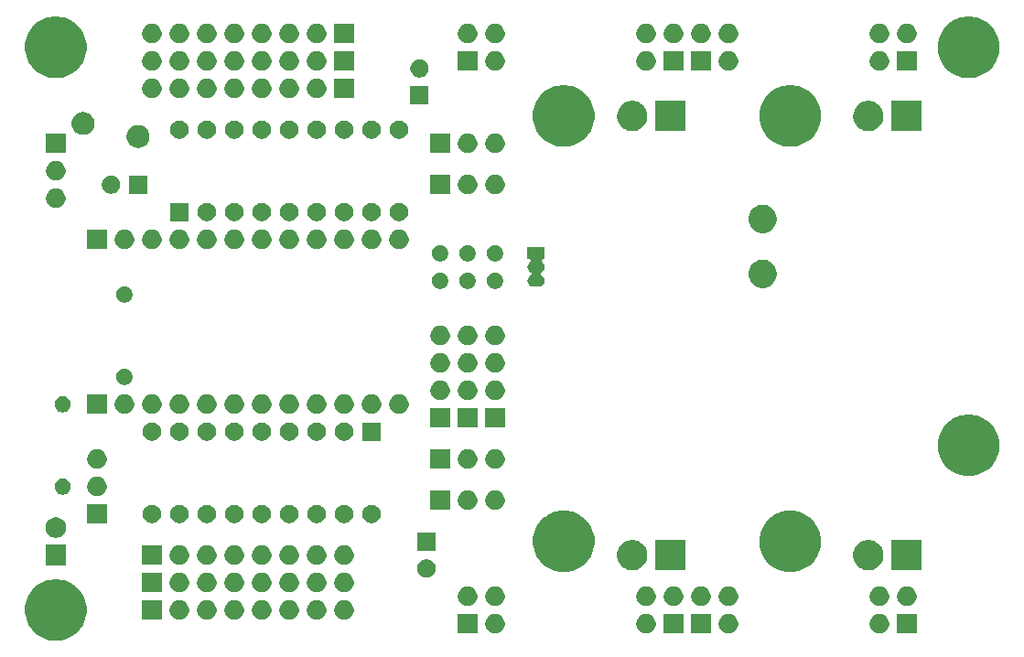
<source format=gbr>
G04 #@! TF.GenerationSoftware,KiCad,Pcbnew,(5.1.5)-3*
G04 #@! TF.CreationDate,2020-05-24T17:55:25+02:00*
G04 #@! TF.ProjectId,MultiSwitch_Sw16_ProMicro,4d756c74-6953-4776-9974-63685f537731,V1.0*
G04 #@! TF.SameCoordinates,Original*
G04 #@! TF.FileFunction,Soldermask,Top*
G04 #@! TF.FilePolarity,Negative*
%FSLAX46Y46*%
G04 Gerber Fmt 4.6, Leading zero omitted, Abs format (unit mm)*
G04 Created by KiCad (PCBNEW (5.1.5)-3) date 2020-05-24 17:55:25*
%MOMM*%
%LPD*%
G04 APERTURE LIST*
%ADD10C,0.100000*%
G04 APERTURE END LIST*
D10*
G36*
X116093057Y-124197188D02*
G01*
X116401606Y-124258562D01*
X116920455Y-124473476D01*
X117387407Y-124785484D01*
X117784516Y-125182593D01*
X118096524Y-125649545D01*
X118297036Y-126133625D01*
X118311438Y-126168395D01*
X118421000Y-126719200D01*
X118421000Y-127280800D01*
X118391962Y-127426782D01*
X118311438Y-127831606D01*
X118096524Y-128350455D01*
X117784516Y-128817407D01*
X117387407Y-129214516D01*
X116920455Y-129526524D01*
X116401606Y-129741438D01*
X116126202Y-129796219D01*
X115850800Y-129851000D01*
X115289200Y-129851000D01*
X115013798Y-129796219D01*
X114738394Y-129741438D01*
X114219545Y-129526524D01*
X113752593Y-129214516D01*
X113355484Y-128817407D01*
X113043476Y-128350455D01*
X112828562Y-127831606D01*
X112748038Y-127426782D01*
X112719000Y-127280800D01*
X112719000Y-126719200D01*
X112828562Y-126168395D01*
X112842964Y-126133625D01*
X113043476Y-125649545D01*
X113355484Y-125182593D01*
X113752593Y-124785484D01*
X114219545Y-124473476D01*
X114738394Y-124258562D01*
X115046943Y-124197188D01*
X115289200Y-124149000D01*
X115850800Y-124149000D01*
X116093057Y-124197188D01*
G37*
G36*
X156323512Y-127373927D02*
G01*
X156472812Y-127403624D01*
X156636784Y-127471544D01*
X156784354Y-127570147D01*
X156909853Y-127695646D01*
X157008456Y-127843216D01*
X157076376Y-128007188D01*
X157111000Y-128181259D01*
X157111000Y-128358741D01*
X157076376Y-128532812D01*
X157008456Y-128696784D01*
X156909853Y-128844354D01*
X156784354Y-128969853D01*
X156636784Y-129068456D01*
X156472812Y-129136376D01*
X156323512Y-129166073D01*
X156298742Y-129171000D01*
X156121258Y-129171000D01*
X156096488Y-129166073D01*
X155947188Y-129136376D01*
X155783216Y-129068456D01*
X155635646Y-128969853D01*
X155510147Y-128844354D01*
X155411544Y-128696784D01*
X155343624Y-128532812D01*
X155309000Y-128358741D01*
X155309000Y-128181259D01*
X155343624Y-128007188D01*
X155411544Y-127843216D01*
X155510147Y-127695646D01*
X155635646Y-127570147D01*
X155783216Y-127471544D01*
X155947188Y-127403624D01*
X156096488Y-127373927D01*
X156121258Y-127369000D01*
X156298742Y-127369000D01*
X156323512Y-127373927D01*
G37*
G36*
X191883512Y-127373927D02*
G01*
X192032812Y-127403624D01*
X192196784Y-127471544D01*
X192344354Y-127570147D01*
X192469853Y-127695646D01*
X192568456Y-127843216D01*
X192636376Y-128007188D01*
X192671000Y-128181259D01*
X192671000Y-128358741D01*
X192636376Y-128532812D01*
X192568456Y-128696784D01*
X192469853Y-128844354D01*
X192344354Y-128969853D01*
X192196784Y-129068456D01*
X192032812Y-129136376D01*
X191883512Y-129166073D01*
X191858742Y-129171000D01*
X191681258Y-129171000D01*
X191656488Y-129166073D01*
X191507188Y-129136376D01*
X191343216Y-129068456D01*
X191195646Y-128969853D01*
X191070147Y-128844354D01*
X190971544Y-128696784D01*
X190903624Y-128532812D01*
X190869000Y-128358741D01*
X190869000Y-128181259D01*
X190903624Y-128007188D01*
X190971544Y-127843216D01*
X191070147Y-127695646D01*
X191195646Y-127570147D01*
X191343216Y-127471544D01*
X191507188Y-127403624D01*
X191656488Y-127373927D01*
X191681258Y-127369000D01*
X191858742Y-127369000D01*
X191883512Y-127373927D01*
G37*
G36*
X195211000Y-129171000D02*
G01*
X193409000Y-129171000D01*
X193409000Y-127369000D01*
X195211000Y-127369000D01*
X195211000Y-129171000D01*
G37*
G36*
X177913512Y-127373927D02*
G01*
X178062812Y-127403624D01*
X178226784Y-127471544D01*
X178374354Y-127570147D01*
X178499853Y-127695646D01*
X178598456Y-127843216D01*
X178666376Y-128007188D01*
X178701000Y-128181259D01*
X178701000Y-128358741D01*
X178666376Y-128532812D01*
X178598456Y-128696784D01*
X178499853Y-128844354D01*
X178374354Y-128969853D01*
X178226784Y-129068456D01*
X178062812Y-129136376D01*
X177913512Y-129166073D01*
X177888742Y-129171000D01*
X177711258Y-129171000D01*
X177686488Y-129166073D01*
X177537188Y-129136376D01*
X177373216Y-129068456D01*
X177225646Y-128969853D01*
X177100147Y-128844354D01*
X177001544Y-128696784D01*
X176933624Y-128532812D01*
X176899000Y-128358741D01*
X176899000Y-128181259D01*
X176933624Y-128007188D01*
X177001544Y-127843216D01*
X177100147Y-127695646D01*
X177225646Y-127570147D01*
X177373216Y-127471544D01*
X177537188Y-127403624D01*
X177686488Y-127373927D01*
X177711258Y-127369000D01*
X177888742Y-127369000D01*
X177913512Y-127373927D01*
G37*
G36*
X154571000Y-129171000D02*
G01*
X152769000Y-129171000D01*
X152769000Y-127369000D01*
X154571000Y-127369000D01*
X154571000Y-129171000D01*
G37*
G36*
X170293512Y-127373927D02*
G01*
X170442812Y-127403624D01*
X170606784Y-127471544D01*
X170754354Y-127570147D01*
X170879853Y-127695646D01*
X170978456Y-127843216D01*
X171046376Y-128007188D01*
X171081000Y-128181259D01*
X171081000Y-128358741D01*
X171046376Y-128532812D01*
X170978456Y-128696784D01*
X170879853Y-128844354D01*
X170754354Y-128969853D01*
X170606784Y-129068456D01*
X170442812Y-129136376D01*
X170293512Y-129166073D01*
X170268742Y-129171000D01*
X170091258Y-129171000D01*
X170066488Y-129166073D01*
X169917188Y-129136376D01*
X169753216Y-129068456D01*
X169605646Y-128969853D01*
X169480147Y-128844354D01*
X169381544Y-128696784D01*
X169313624Y-128532812D01*
X169279000Y-128358741D01*
X169279000Y-128181259D01*
X169313624Y-128007188D01*
X169381544Y-127843216D01*
X169480147Y-127695646D01*
X169605646Y-127570147D01*
X169753216Y-127471544D01*
X169917188Y-127403624D01*
X170066488Y-127373927D01*
X170091258Y-127369000D01*
X170268742Y-127369000D01*
X170293512Y-127373927D01*
G37*
G36*
X173621000Y-129171000D02*
G01*
X171819000Y-129171000D01*
X171819000Y-127369000D01*
X173621000Y-127369000D01*
X173621000Y-129171000D01*
G37*
G36*
X176161000Y-129171000D02*
G01*
X174359000Y-129171000D01*
X174359000Y-127369000D01*
X176161000Y-127369000D01*
X176161000Y-129171000D01*
G37*
G36*
X125361000Y-127901000D02*
G01*
X123559000Y-127901000D01*
X123559000Y-126099000D01*
X125361000Y-126099000D01*
X125361000Y-127901000D01*
G37*
G36*
X142353512Y-126103927D02*
G01*
X142502812Y-126133624D01*
X142666784Y-126201544D01*
X142814354Y-126300147D01*
X142939853Y-126425646D01*
X143038456Y-126573216D01*
X143106376Y-126737188D01*
X143141000Y-126911259D01*
X143141000Y-127088741D01*
X143106376Y-127262812D01*
X143038456Y-127426784D01*
X142939853Y-127574354D01*
X142814354Y-127699853D01*
X142666784Y-127798456D01*
X142502812Y-127866376D01*
X142353512Y-127896073D01*
X142328742Y-127901000D01*
X142151258Y-127901000D01*
X142126488Y-127896073D01*
X141977188Y-127866376D01*
X141813216Y-127798456D01*
X141665646Y-127699853D01*
X141540147Y-127574354D01*
X141441544Y-127426784D01*
X141373624Y-127262812D01*
X141339000Y-127088741D01*
X141339000Y-126911259D01*
X141373624Y-126737188D01*
X141441544Y-126573216D01*
X141540147Y-126425646D01*
X141665646Y-126300147D01*
X141813216Y-126201544D01*
X141977188Y-126133624D01*
X142126488Y-126103927D01*
X142151258Y-126099000D01*
X142328742Y-126099000D01*
X142353512Y-126103927D01*
G37*
G36*
X139813512Y-126103927D02*
G01*
X139962812Y-126133624D01*
X140126784Y-126201544D01*
X140274354Y-126300147D01*
X140399853Y-126425646D01*
X140498456Y-126573216D01*
X140566376Y-126737188D01*
X140601000Y-126911259D01*
X140601000Y-127088741D01*
X140566376Y-127262812D01*
X140498456Y-127426784D01*
X140399853Y-127574354D01*
X140274354Y-127699853D01*
X140126784Y-127798456D01*
X139962812Y-127866376D01*
X139813512Y-127896073D01*
X139788742Y-127901000D01*
X139611258Y-127901000D01*
X139586488Y-127896073D01*
X139437188Y-127866376D01*
X139273216Y-127798456D01*
X139125646Y-127699853D01*
X139000147Y-127574354D01*
X138901544Y-127426784D01*
X138833624Y-127262812D01*
X138799000Y-127088741D01*
X138799000Y-126911259D01*
X138833624Y-126737188D01*
X138901544Y-126573216D01*
X139000147Y-126425646D01*
X139125646Y-126300147D01*
X139273216Y-126201544D01*
X139437188Y-126133624D01*
X139586488Y-126103927D01*
X139611258Y-126099000D01*
X139788742Y-126099000D01*
X139813512Y-126103927D01*
G37*
G36*
X137273512Y-126103927D02*
G01*
X137422812Y-126133624D01*
X137586784Y-126201544D01*
X137734354Y-126300147D01*
X137859853Y-126425646D01*
X137958456Y-126573216D01*
X138026376Y-126737188D01*
X138061000Y-126911259D01*
X138061000Y-127088741D01*
X138026376Y-127262812D01*
X137958456Y-127426784D01*
X137859853Y-127574354D01*
X137734354Y-127699853D01*
X137586784Y-127798456D01*
X137422812Y-127866376D01*
X137273512Y-127896073D01*
X137248742Y-127901000D01*
X137071258Y-127901000D01*
X137046488Y-127896073D01*
X136897188Y-127866376D01*
X136733216Y-127798456D01*
X136585646Y-127699853D01*
X136460147Y-127574354D01*
X136361544Y-127426784D01*
X136293624Y-127262812D01*
X136259000Y-127088741D01*
X136259000Y-126911259D01*
X136293624Y-126737188D01*
X136361544Y-126573216D01*
X136460147Y-126425646D01*
X136585646Y-126300147D01*
X136733216Y-126201544D01*
X136897188Y-126133624D01*
X137046488Y-126103927D01*
X137071258Y-126099000D01*
X137248742Y-126099000D01*
X137273512Y-126103927D01*
G37*
G36*
X134733512Y-126103927D02*
G01*
X134882812Y-126133624D01*
X135046784Y-126201544D01*
X135194354Y-126300147D01*
X135319853Y-126425646D01*
X135418456Y-126573216D01*
X135486376Y-126737188D01*
X135521000Y-126911259D01*
X135521000Y-127088741D01*
X135486376Y-127262812D01*
X135418456Y-127426784D01*
X135319853Y-127574354D01*
X135194354Y-127699853D01*
X135046784Y-127798456D01*
X134882812Y-127866376D01*
X134733512Y-127896073D01*
X134708742Y-127901000D01*
X134531258Y-127901000D01*
X134506488Y-127896073D01*
X134357188Y-127866376D01*
X134193216Y-127798456D01*
X134045646Y-127699853D01*
X133920147Y-127574354D01*
X133821544Y-127426784D01*
X133753624Y-127262812D01*
X133719000Y-127088741D01*
X133719000Y-126911259D01*
X133753624Y-126737188D01*
X133821544Y-126573216D01*
X133920147Y-126425646D01*
X134045646Y-126300147D01*
X134193216Y-126201544D01*
X134357188Y-126133624D01*
X134506488Y-126103927D01*
X134531258Y-126099000D01*
X134708742Y-126099000D01*
X134733512Y-126103927D01*
G37*
G36*
X132193512Y-126103927D02*
G01*
X132342812Y-126133624D01*
X132506784Y-126201544D01*
X132654354Y-126300147D01*
X132779853Y-126425646D01*
X132878456Y-126573216D01*
X132946376Y-126737188D01*
X132981000Y-126911259D01*
X132981000Y-127088741D01*
X132946376Y-127262812D01*
X132878456Y-127426784D01*
X132779853Y-127574354D01*
X132654354Y-127699853D01*
X132506784Y-127798456D01*
X132342812Y-127866376D01*
X132193512Y-127896073D01*
X132168742Y-127901000D01*
X131991258Y-127901000D01*
X131966488Y-127896073D01*
X131817188Y-127866376D01*
X131653216Y-127798456D01*
X131505646Y-127699853D01*
X131380147Y-127574354D01*
X131281544Y-127426784D01*
X131213624Y-127262812D01*
X131179000Y-127088741D01*
X131179000Y-126911259D01*
X131213624Y-126737188D01*
X131281544Y-126573216D01*
X131380147Y-126425646D01*
X131505646Y-126300147D01*
X131653216Y-126201544D01*
X131817188Y-126133624D01*
X131966488Y-126103927D01*
X131991258Y-126099000D01*
X132168742Y-126099000D01*
X132193512Y-126103927D01*
G37*
G36*
X129653512Y-126103927D02*
G01*
X129802812Y-126133624D01*
X129966784Y-126201544D01*
X130114354Y-126300147D01*
X130239853Y-126425646D01*
X130338456Y-126573216D01*
X130406376Y-126737188D01*
X130441000Y-126911259D01*
X130441000Y-127088741D01*
X130406376Y-127262812D01*
X130338456Y-127426784D01*
X130239853Y-127574354D01*
X130114354Y-127699853D01*
X129966784Y-127798456D01*
X129802812Y-127866376D01*
X129653512Y-127896073D01*
X129628742Y-127901000D01*
X129451258Y-127901000D01*
X129426488Y-127896073D01*
X129277188Y-127866376D01*
X129113216Y-127798456D01*
X128965646Y-127699853D01*
X128840147Y-127574354D01*
X128741544Y-127426784D01*
X128673624Y-127262812D01*
X128639000Y-127088741D01*
X128639000Y-126911259D01*
X128673624Y-126737188D01*
X128741544Y-126573216D01*
X128840147Y-126425646D01*
X128965646Y-126300147D01*
X129113216Y-126201544D01*
X129277188Y-126133624D01*
X129426488Y-126103927D01*
X129451258Y-126099000D01*
X129628742Y-126099000D01*
X129653512Y-126103927D01*
G37*
G36*
X127113512Y-126103927D02*
G01*
X127262812Y-126133624D01*
X127426784Y-126201544D01*
X127574354Y-126300147D01*
X127699853Y-126425646D01*
X127798456Y-126573216D01*
X127866376Y-126737188D01*
X127901000Y-126911259D01*
X127901000Y-127088741D01*
X127866376Y-127262812D01*
X127798456Y-127426784D01*
X127699853Y-127574354D01*
X127574354Y-127699853D01*
X127426784Y-127798456D01*
X127262812Y-127866376D01*
X127113512Y-127896073D01*
X127088742Y-127901000D01*
X126911258Y-127901000D01*
X126886488Y-127896073D01*
X126737188Y-127866376D01*
X126573216Y-127798456D01*
X126425646Y-127699853D01*
X126300147Y-127574354D01*
X126201544Y-127426784D01*
X126133624Y-127262812D01*
X126099000Y-127088741D01*
X126099000Y-126911259D01*
X126133624Y-126737188D01*
X126201544Y-126573216D01*
X126300147Y-126425646D01*
X126425646Y-126300147D01*
X126573216Y-126201544D01*
X126737188Y-126133624D01*
X126886488Y-126103927D01*
X126911258Y-126099000D01*
X127088742Y-126099000D01*
X127113512Y-126103927D01*
G37*
G36*
X172833512Y-124833927D02*
G01*
X172982812Y-124863624D01*
X173146784Y-124931544D01*
X173294354Y-125030147D01*
X173419853Y-125155646D01*
X173518456Y-125303216D01*
X173586376Y-125467188D01*
X173621000Y-125641259D01*
X173621000Y-125818741D01*
X173586376Y-125992812D01*
X173518456Y-126156784D01*
X173419853Y-126304354D01*
X173294354Y-126429853D01*
X173146784Y-126528456D01*
X172982812Y-126596376D01*
X172833512Y-126626073D01*
X172808742Y-126631000D01*
X172631258Y-126631000D01*
X172606488Y-126626073D01*
X172457188Y-126596376D01*
X172293216Y-126528456D01*
X172145646Y-126429853D01*
X172020147Y-126304354D01*
X171921544Y-126156784D01*
X171853624Y-125992812D01*
X171819000Y-125818741D01*
X171819000Y-125641259D01*
X171853624Y-125467188D01*
X171921544Y-125303216D01*
X172020147Y-125155646D01*
X172145646Y-125030147D01*
X172293216Y-124931544D01*
X172457188Y-124863624D01*
X172606488Y-124833927D01*
X172631258Y-124829000D01*
X172808742Y-124829000D01*
X172833512Y-124833927D01*
G37*
G36*
X153783512Y-124833927D02*
G01*
X153932812Y-124863624D01*
X154096784Y-124931544D01*
X154244354Y-125030147D01*
X154369853Y-125155646D01*
X154468456Y-125303216D01*
X154536376Y-125467188D01*
X154571000Y-125641259D01*
X154571000Y-125818741D01*
X154536376Y-125992812D01*
X154468456Y-126156784D01*
X154369853Y-126304354D01*
X154244354Y-126429853D01*
X154096784Y-126528456D01*
X153932812Y-126596376D01*
X153783512Y-126626073D01*
X153758742Y-126631000D01*
X153581258Y-126631000D01*
X153556488Y-126626073D01*
X153407188Y-126596376D01*
X153243216Y-126528456D01*
X153095646Y-126429853D01*
X152970147Y-126304354D01*
X152871544Y-126156784D01*
X152803624Y-125992812D01*
X152769000Y-125818741D01*
X152769000Y-125641259D01*
X152803624Y-125467188D01*
X152871544Y-125303216D01*
X152970147Y-125155646D01*
X153095646Y-125030147D01*
X153243216Y-124931544D01*
X153407188Y-124863624D01*
X153556488Y-124833927D01*
X153581258Y-124829000D01*
X153758742Y-124829000D01*
X153783512Y-124833927D01*
G37*
G36*
X156323512Y-124833927D02*
G01*
X156472812Y-124863624D01*
X156636784Y-124931544D01*
X156784354Y-125030147D01*
X156909853Y-125155646D01*
X157008456Y-125303216D01*
X157076376Y-125467188D01*
X157111000Y-125641259D01*
X157111000Y-125818741D01*
X157076376Y-125992812D01*
X157008456Y-126156784D01*
X156909853Y-126304354D01*
X156784354Y-126429853D01*
X156636784Y-126528456D01*
X156472812Y-126596376D01*
X156323512Y-126626073D01*
X156298742Y-126631000D01*
X156121258Y-126631000D01*
X156096488Y-126626073D01*
X155947188Y-126596376D01*
X155783216Y-126528456D01*
X155635646Y-126429853D01*
X155510147Y-126304354D01*
X155411544Y-126156784D01*
X155343624Y-125992812D01*
X155309000Y-125818741D01*
X155309000Y-125641259D01*
X155343624Y-125467188D01*
X155411544Y-125303216D01*
X155510147Y-125155646D01*
X155635646Y-125030147D01*
X155783216Y-124931544D01*
X155947188Y-124863624D01*
X156096488Y-124833927D01*
X156121258Y-124829000D01*
X156298742Y-124829000D01*
X156323512Y-124833927D01*
G37*
G36*
X194423512Y-124833927D02*
G01*
X194572812Y-124863624D01*
X194736784Y-124931544D01*
X194884354Y-125030147D01*
X195009853Y-125155646D01*
X195108456Y-125303216D01*
X195176376Y-125467188D01*
X195211000Y-125641259D01*
X195211000Y-125818741D01*
X195176376Y-125992812D01*
X195108456Y-126156784D01*
X195009853Y-126304354D01*
X194884354Y-126429853D01*
X194736784Y-126528456D01*
X194572812Y-126596376D01*
X194423512Y-126626073D01*
X194398742Y-126631000D01*
X194221258Y-126631000D01*
X194196488Y-126626073D01*
X194047188Y-126596376D01*
X193883216Y-126528456D01*
X193735646Y-126429853D01*
X193610147Y-126304354D01*
X193511544Y-126156784D01*
X193443624Y-125992812D01*
X193409000Y-125818741D01*
X193409000Y-125641259D01*
X193443624Y-125467188D01*
X193511544Y-125303216D01*
X193610147Y-125155646D01*
X193735646Y-125030147D01*
X193883216Y-124931544D01*
X194047188Y-124863624D01*
X194196488Y-124833927D01*
X194221258Y-124829000D01*
X194398742Y-124829000D01*
X194423512Y-124833927D01*
G37*
G36*
X177913512Y-124833927D02*
G01*
X178062812Y-124863624D01*
X178226784Y-124931544D01*
X178374354Y-125030147D01*
X178499853Y-125155646D01*
X178598456Y-125303216D01*
X178666376Y-125467188D01*
X178701000Y-125641259D01*
X178701000Y-125818741D01*
X178666376Y-125992812D01*
X178598456Y-126156784D01*
X178499853Y-126304354D01*
X178374354Y-126429853D01*
X178226784Y-126528456D01*
X178062812Y-126596376D01*
X177913512Y-126626073D01*
X177888742Y-126631000D01*
X177711258Y-126631000D01*
X177686488Y-126626073D01*
X177537188Y-126596376D01*
X177373216Y-126528456D01*
X177225646Y-126429853D01*
X177100147Y-126304354D01*
X177001544Y-126156784D01*
X176933624Y-125992812D01*
X176899000Y-125818741D01*
X176899000Y-125641259D01*
X176933624Y-125467188D01*
X177001544Y-125303216D01*
X177100147Y-125155646D01*
X177225646Y-125030147D01*
X177373216Y-124931544D01*
X177537188Y-124863624D01*
X177686488Y-124833927D01*
X177711258Y-124829000D01*
X177888742Y-124829000D01*
X177913512Y-124833927D01*
G37*
G36*
X175373512Y-124833927D02*
G01*
X175522812Y-124863624D01*
X175686784Y-124931544D01*
X175834354Y-125030147D01*
X175959853Y-125155646D01*
X176058456Y-125303216D01*
X176126376Y-125467188D01*
X176161000Y-125641259D01*
X176161000Y-125818741D01*
X176126376Y-125992812D01*
X176058456Y-126156784D01*
X175959853Y-126304354D01*
X175834354Y-126429853D01*
X175686784Y-126528456D01*
X175522812Y-126596376D01*
X175373512Y-126626073D01*
X175348742Y-126631000D01*
X175171258Y-126631000D01*
X175146488Y-126626073D01*
X174997188Y-126596376D01*
X174833216Y-126528456D01*
X174685646Y-126429853D01*
X174560147Y-126304354D01*
X174461544Y-126156784D01*
X174393624Y-125992812D01*
X174359000Y-125818741D01*
X174359000Y-125641259D01*
X174393624Y-125467188D01*
X174461544Y-125303216D01*
X174560147Y-125155646D01*
X174685646Y-125030147D01*
X174833216Y-124931544D01*
X174997188Y-124863624D01*
X175146488Y-124833927D01*
X175171258Y-124829000D01*
X175348742Y-124829000D01*
X175373512Y-124833927D01*
G37*
G36*
X191883512Y-124833927D02*
G01*
X192032812Y-124863624D01*
X192196784Y-124931544D01*
X192344354Y-125030147D01*
X192469853Y-125155646D01*
X192568456Y-125303216D01*
X192636376Y-125467188D01*
X192671000Y-125641259D01*
X192671000Y-125818741D01*
X192636376Y-125992812D01*
X192568456Y-126156784D01*
X192469853Y-126304354D01*
X192344354Y-126429853D01*
X192196784Y-126528456D01*
X192032812Y-126596376D01*
X191883512Y-126626073D01*
X191858742Y-126631000D01*
X191681258Y-126631000D01*
X191656488Y-126626073D01*
X191507188Y-126596376D01*
X191343216Y-126528456D01*
X191195646Y-126429853D01*
X191070147Y-126304354D01*
X190971544Y-126156784D01*
X190903624Y-125992812D01*
X190869000Y-125818741D01*
X190869000Y-125641259D01*
X190903624Y-125467188D01*
X190971544Y-125303216D01*
X191070147Y-125155646D01*
X191195646Y-125030147D01*
X191343216Y-124931544D01*
X191507188Y-124863624D01*
X191656488Y-124833927D01*
X191681258Y-124829000D01*
X191858742Y-124829000D01*
X191883512Y-124833927D01*
G37*
G36*
X170293512Y-124833927D02*
G01*
X170442812Y-124863624D01*
X170606784Y-124931544D01*
X170754354Y-125030147D01*
X170879853Y-125155646D01*
X170978456Y-125303216D01*
X171046376Y-125467188D01*
X171081000Y-125641259D01*
X171081000Y-125818741D01*
X171046376Y-125992812D01*
X170978456Y-126156784D01*
X170879853Y-126304354D01*
X170754354Y-126429853D01*
X170606784Y-126528456D01*
X170442812Y-126596376D01*
X170293512Y-126626073D01*
X170268742Y-126631000D01*
X170091258Y-126631000D01*
X170066488Y-126626073D01*
X169917188Y-126596376D01*
X169753216Y-126528456D01*
X169605646Y-126429853D01*
X169480147Y-126304354D01*
X169381544Y-126156784D01*
X169313624Y-125992812D01*
X169279000Y-125818741D01*
X169279000Y-125641259D01*
X169313624Y-125467188D01*
X169381544Y-125303216D01*
X169480147Y-125155646D01*
X169605646Y-125030147D01*
X169753216Y-124931544D01*
X169917188Y-124863624D01*
X170066488Y-124833927D01*
X170091258Y-124829000D01*
X170268742Y-124829000D01*
X170293512Y-124833927D01*
G37*
G36*
X134733512Y-123563927D02*
G01*
X134882812Y-123593624D01*
X135046784Y-123661544D01*
X135194354Y-123760147D01*
X135319853Y-123885646D01*
X135418456Y-124033216D01*
X135486376Y-124197188D01*
X135521000Y-124371259D01*
X135521000Y-124548741D01*
X135486376Y-124722812D01*
X135418456Y-124886784D01*
X135319853Y-125034354D01*
X135194354Y-125159853D01*
X135046784Y-125258456D01*
X134882812Y-125326376D01*
X134733512Y-125356073D01*
X134708742Y-125361000D01*
X134531258Y-125361000D01*
X134506488Y-125356073D01*
X134357188Y-125326376D01*
X134193216Y-125258456D01*
X134045646Y-125159853D01*
X133920147Y-125034354D01*
X133821544Y-124886784D01*
X133753624Y-124722812D01*
X133719000Y-124548741D01*
X133719000Y-124371259D01*
X133753624Y-124197188D01*
X133821544Y-124033216D01*
X133920147Y-123885646D01*
X134045646Y-123760147D01*
X134193216Y-123661544D01*
X134357188Y-123593624D01*
X134506488Y-123563927D01*
X134531258Y-123559000D01*
X134708742Y-123559000D01*
X134733512Y-123563927D01*
G37*
G36*
X139813512Y-123563927D02*
G01*
X139962812Y-123593624D01*
X140126784Y-123661544D01*
X140274354Y-123760147D01*
X140399853Y-123885646D01*
X140498456Y-124033216D01*
X140566376Y-124197188D01*
X140601000Y-124371259D01*
X140601000Y-124548741D01*
X140566376Y-124722812D01*
X140498456Y-124886784D01*
X140399853Y-125034354D01*
X140274354Y-125159853D01*
X140126784Y-125258456D01*
X139962812Y-125326376D01*
X139813512Y-125356073D01*
X139788742Y-125361000D01*
X139611258Y-125361000D01*
X139586488Y-125356073D01*
X139437188Y-125326376D01*
X139273216Y-125258456D01*
X139125646Y-125159853D01*
X139000147Y-125034354D01*
X138901544Y-124886784D01*
X138833624Y-124722812D01*
X138799000Y-124548741D01*
X138799000Y-124371259D01*
X138833624Y-124197188D01*
X138901544Y-124033216D01*
X139000147Y-123885646D01*
X139125646Y-123760147D01*
X139273216Y-123661544D01*
X139437188Y-123593624D01*
X139586488Y-123563927D01*
X139611258Y-123559000D01*
X139788742Y-123559000D01*
X139813512Y-123563927D01*
G37*
G36*
X132193512Y-123563927D02*
G01*
X132342812Y-123593624D01*
X132506784Y-123661544D01*
X132654354Y-123760147D01*
X132779853Y-123885646D01*
X132878456Y-124033216D01*
X132946376Y-124197188D01*
X132981000Y-124371259D01*
X132981000Y-124548741D01*
X132946376Y-124722812D01*
X132878456Y-124886784D01*
X132779853Y-125034354D01*
X132654354Y-125159853D01*
X132506784Y-125258456D01*
X132342812Y-125326376D01*
X132193512Y-125356073D01*
X132168742Y-125361000D01*
X131991258Y-125361000D01*
X131966488Y-125356073D01*
X131817188Y-125326376D01*
X131653216Y-125258456D01*
X131505646Y-125159853D01*
X131380147Y-125034354D01*
X131281544Y-124886784D01*
X131213624Y-124722812D01*
X131179000Y-124548741D01*
X131179000Y-124371259D01*
X131213624Y-124197188D01*
X131281544Y-124033216D01*
X131380147Y-123885646D01*
X131505646Y-123760147D01*
X131653216Y-123661544D01*
X131817188Y-123593624D01*
X131966488Y-123563927D01*
X131991258Y-123559000D01*
X132168742Y-123559000D01*
X132193512Y-123563927D01*
G37*
G36*
X129653512Y-123563927D02*
G01*
X129802812Y-123593624D01*
X129966784Y-123661544D01*
X130114354Y-123760147D01*
X130239853Y-123885646D01*
X130338456Y-124033216D01*
X130406376Y-124197188D01*
X130441000Y-124371259D01*
X130441000Y-124548741D01*
X130406376Y-124722812D01*
X130338456Y-124886784D01*
X130239853Y-125034354D01*
X130114354Y-125159853D01*
X129966784Y-125258456D01*
X129802812Y-125326376D01*
X129653512Y-125356073D01*
X129628742Y-125361000D01*
X129451258Y-125361000D01*
X129426488Y-125356073D01*
X129277188Y-125326376D01*
X129113216Y-125258456D01*
X128965646Y-125159853D01*
X128840147Y-125034354D01*
X128741544Y-124886784D01*
X128673624Y-124722812D01*
X128639000Y-124548741D01*
X128639000Y-124371259D01*
X128673624Y-124197188D01*
X128741544Y-124033216D01*
X128840147Y-123885646D01*
X128965646Y-123760147D01*
X129113216Y-123661544D01*
X129277188Y-123593624D01*
X129426488Y-123563927D01*
X129451258Y-123559000D01*
X129628742Y-123559000D01*
X129653512Y-123563927D01*
G37*
G36*
X137273512Y-123563927D02*
G01*
X137422812Y-123593624D01*
X137586784Y-123661544D01*
X137734354Y-123760147D01*
X137859853Y-123885646D01*
X137958456Y-124033216D01*
X138026376Y-124197188D01*
X138061000Y-124371259D01*
X138061000Y-124548741D01*
X138026376Y-124722812D01*
X137958456Y-124886784D01*
X137859853Y-125034354D01*
X137734354Y-125159853D01*
X137586784Y-125258456D01*
X137422812Y-125326376D01*
X137273512Y-125356073D01*
X137248742Y-125361000D01*
X137071258Y-125361000D01*
X137046488Y-125356073D01*
X136897188Y-125326376D01*
X136733216Y-125258456D01*
X136585646Y-125159853D01*
X136460147Y-125034354D01*
X136361544Y-124886784D01*
X136293624Y-124722812D01*
X136259000Y-124548741D01*
X136259000Y-124371259D01*
X136293624Y-124197188D01*
X136361544Y-124033216D01*
X136460147Y-123885646D01*
X136585646Y-123760147D01*
X136733216Y-123661544D01*
X136897188Y-123593624D01*
X137046488Y-123563927D01*
X137071258Y-123559000D01*
X137248742Y-123559000D01*
X137273512Y-123563927D01*
G37*
G36*
X125361000Y-125361000D02*
G01*
X123559000Y-125361000D01*
X123559000Y-123559000D01*
X125361000Y-123559000D01*
X125361000Y-125361000D01*
G37*
G36*
X142353512Y-123563927D02*
G01*
X142502812Y-123593624D01*
X142666784Y-123661544D01*
X142814354Y-123760147D01*
X142939853Y-123885646D01*
X143038456Y-124033216D01*
X143106376Y-124197188D01*
X143141000Y-124371259D01*
X143141000Y-124548741D01*
X143106376Y-124722812D01*
X143038456Y-124886784D01*
X142939853Y-125034354D01*
X142814354Y-125159853D01*
X142666784Y-125258456D01*
X142502812Y-125326376D01*
X142353512Y-125356073D01*
X142328742Y-125361000D01*
X142151258Y-125361000D01*
X142126488Y-125356073D01*
X141977188Y-125326376D01*
X141813216Y-125258456D01*
X141665646Y-125159853D01*
X141540147Y-125034354D01*
X141441544Y-124886784D01*
X141373624Y-124722812D01*
X141339000Y-124548741D01*
X141339000Y-124371259D01*
X141373624Y-124197188D01*
X141441544Y-124033216D01*
X141540147Y-123885646D01*
X141665646Y-123760147D01*
X141813216Y-123661544D01*
X141977188Y-123593624D01*
X142126488Y-123563927D01*
X142151258Y-123559000D01*
X142328742Y-123559000D01*
X142353512Y-123563927D01*
G37*
G36*
X127113512Y-123563927D02*
G01*
X127262812Y-123593624D01*
X127426784Y-123661544D01*
X127574354Y-123760147D01*
X127699853Y-123885646D01*
X127798456Y-124033216D01*
X127866376Y-124197188D01*
X127901000Y-124371259D01*
X127901000Y-124548741D01*
X127866376Y-124722812D01*
X127798456Y-124886784D01*
X127699853Y-125034354D01*
X127574354Y-125159853D01*
X127426784Y-125258456D01*
X127262812Y-125326376D01*
X127113512Y-125356073D01*
X127088742Y-125361000D01*
X126911258Y-125361000D01*
X126886488Y-125356073D01*
X126737188Y-125326376D01*
X126573216Y-125258456D01*
X126425646Y-125159853D01*
X126300147Y-125034354D01*
X126201544Y-124886784D01*
X126133624Y-124722812D01*
X126099000Y-124548741D01*
X126099000Y-124371259D01*
X126133624Y-124197188D01*
X126201544Y-124033216D01*
X126300147Y-123885646D01*
X126425646Y-123760147D01*
X126573216Y-123661544D01*
X126737188Y-123593624D01*
X126886488Y-123563927D01*
X126911258Y-123559000D01*
X127088742Y-123559000D01*
X127113512Y-123563927D01*
G37*
G36*
X150108228Y-122331703D02*
G01*
X150263100Y-122395853D01*
X150402481Y-122488985D01*
X150521015Y-122607519D01*
X150614147Y-122746900D01*
X150678297Y-122901772D01*
X150711000Y-123066184D01*
X150711000Y-123233816D01*
X150678297Y-123398228D01*
X150614147Y-123553100D01*
X150521015Y-123692481D01*
X150402481Y-123811015D01*
X150263100Y-123904147D01*
X150108228Y-123968297D01*
X149943816Y-124001000D01*
X149776184Y-124001000D01*
X149611772Y-123968297D01*
X149456900Y-123904147D01*
X149317519Y-123811015D01*
X149198985Y-123692481D01*
X149105853Y-123553100D01*
X149041703Y-123398228D01*
X149009000Y-123233816D01*
X149009000Y-123066184D01*
X149041703Y-122901772D01*
X149105853Y-122746900D01*
X149198985Y-122607519D01*
X149317519Y-122488985D01*
X149456900Y-122395853D01*
X149611772Y-122331703D01*
X149776184Y-122299000D01*
X149943816Y-122299000D01*
X150108228Y-122331703D01*
G37*
G36*
X184346606Y-117908562D02*
G01*
X184865455Y-118123476D01*
X185216785Y-118358228D01*
X185332406Y-118435483D01*
X185729517Y-118832594D01*
X185791579Y-118925476D01*
X186041524Y-119299545D01*
X186256438Y-119818394D01*
X186289822Y-119986227D01*
X186366000Y-120369200D01*
X186366000Y-120930800D01*
X186328059Y-121121544D01*
X186256438Y-121481606D01*
X186041524Y-122000455D01*
X185729516Y-122467407D01*
X185332407Y-122864516D01*
X184865455Y-123176524D01*
X184346606Y-123391438D01*
X183795800Y-123501000D01*
X183234200Y-123501000D01*
X182683394Y-123391438D01*
X182164545Y-123176524D01*
X181697593Y-122864516D01*
X181300484Y-122467407D01*
X180988476Y-122000455D01*
X180773562Y-121481606D01*
X180701941Y-121121544D01*
X180664000Y-120930800D01*
X180664000Y-120369200D01*
X180740178Y-119986227D01*
X180773562Y-119818394D01*
X180988476Y-119299545D01*
X181238421Y-118925476D01*
X181300483Y-118832594D01*
X181697594Y-118435483D01*
X181813215Y-118358228D01*
X182164545Y-118123476D01*
X182683394Y-117908562D01*
X183234200Y-117799000D01*
X183795800Y-117799000D01*
X184346606Y-117908562D01*
G37*
G36*
X163391606Y-117908562D02*
G01*
X163910455Y-118123476D01*
X164261785Y-118358228D01*
X164377406Y-118435483D01*
X164774517Y-118832594D01*
X164836579Y-118925476D01*
X165086524Y-119299545D01*
X165301438Y-119818394D01*
X165334822Y-119986227D01*
X165411000Y-120369200D01*
X165411000Y-120930800D01*
X165373059Y-121121544D01*
X165301438Y-121481606D01*
X165086524Y-122000455D01*
X164774516Y-122467407D01*
X164377407Y-122864516D01*
X163910455Y-123176524D01*
X163391606Y-123391438D01*
X162840800Y-123501000D01*
X162279200Y-123501000D01*
X161728394Y-123391438D01*
X161209545Y-123176524D01*
X160742593Y-122864516D01*
X160345484Y-122467407D01*
X160033476Y-122000455D01*
X159818562Y-121481606D01*
X159746941Y-121121544D01*
X159709000Y-120930800D01*
X159709000Y-120369200D01*
X159785178Y-119986227D01*
X159818562Y-119818394D01*
X160033476Y-119299545D01*
X160283421Y-118925476D01*
X160345483Y-118832594D01*
X160742594Y-118435483D01*
X160858215Y-118358228D01*
X161209545Y-118123476D01*
X161728394Y-117908562D01*
X162279200Y-117799000D01*
X162840800Y-117799000D01*
X163391606Y-117908562D01*
G37*
G36*
X195711000Y-123321000D02*
G01*
X192909000Y-123321000D01*
X192909000Y-120519000D01*
X195711000Y-120519000D01*
X195711000Y-123321000D01*
G37*
G36*
X191072433Y-120554893D02*
G01*
X191162657Y-120572839D01*
X191268267Y-120616585D01*
X191417621Y-120678449D01*
X191417622Y-120678450D01*
X191647086Y-120831772D01*
X191842228Y-121026914D01*
X191905457Y-121121544D01*
X191995551Y-121256379D01*
X192032527Y-121345647D01*
X192101161Y-121511343D01*
X192155000Y-121782014D01*
X192155000Y-122057986D01*
X192101161Y-122328657D01*
X192073327Y-122395853D01*
X191995551Y-122583621D01*
X191944675Y-122659763D01*
X191842228Y-122813086D01*
X191647086Y-123008228D01*
X191493763Y-123110675D01*
X191417621Y-123161551D01*
X191268267Y-123223415D01*
X191162657Y-123267161D01*
X191072433Y-123285107D01*
X190891988Y-123321000D01*
X190616012Y-123321000D01*
X190435567Y-123285107D01*
X190345343Y-123267161D01*
X190239733Y-123223415D01*
X190090379Y-123161551D01*
X190014237Y-123110675D01*
X189860914Y-123008228D01*
X189665772Y-122813086D01*
X189563325Y-122659763D01*
X189512449Y-122583621D01*
X189434673Y-122395853D01*
X189406839Y-122328657D01*
X189353000Y-122057986D01*
X189353000Y-121782014D01*
X189406839Y-121511343D01*
X189475473Y-121345647D01*
X189512449Y-121256379D01*
X189602543Y-121121544D01*
X189665772Y-121026914D01*
X189860914Y-120831772D01*
X190090378Y-120678450D01*
X190090379Y-120678449D01*
X190239733Y-120616585D01*
X190345343Y-120572839D01*
X190435567Y-120554893D01*
X190616012Y-120519000D01*
X190891988Y-120519000D01*
X191072433Y-120554893D01*
G37*
G36*
X173867000Y-123321000D02*
G01*
X171065000Y-123321000D01*
X171065000Y-120519000D01*
X173867000Y-120519000D01*
X173867000Y-123321000D01*
G37*
G36*
X169228433Y-120554893D02*
G01*
X169318657Y-120572839D01*
X169424267Y-120616585D01*
X169573621Y-120678449D01*
X169573622Y-120678450D01*
X169803086Y-120831772D01*
X169998228Y-121026914D01*
X170061457Y-121121544D01*
X170151551Y-121256379D01*
X170188527Y-121345647D01*
X170257161Y-121511343D01*
X170311000Y-121782014D01*
X170311000Y-122057986D01*
X170257161Y-122328657D01*
X170229327Y-122395853D01*
X170151551Y-122583621D01*
X170100675Y-122659763D01*
X169998228Y-122813086D01*
X169803086Y-123008228D01*
X169649763Y-123110675D01*
X169573621Y-123161551D01*
X169424267Y-123223415D01*
X169318657Y-123267161D01*
X169228433Y-123285107D01*
X169047988Y-123321000D01*
X168772012Y-123321000D01*
X168591567Y-123285107D01*
X168501343Y-123267161D01*
X168395733Y-123223415D01*
X168246379Y-123161551D01*
X168170237Y-123110675D01*
X168016914Y-123008228D01*
X167821772Y-122813086D01*
X167719325Y-122659763D01*
X167668449Y-122583621D01*
X167590673Y-122395853D01*
X167562839Y-122328657D01*
X167509000Y-122057986D01*
X167509000Y-121782014D01*
X167562839Y-121511343D01*
X167631473Y-121345647D01*
X167668449Y-121256379D01*
X167758543Y-121121544D01*
X167821772Y-121026914D01*
X168016914Y-120831772D01*
X168246378Y-120678450D01*
X168246379Y-120678449D01*
X168395733Y-120616585D01*
X168501343Y-120572839D01*
X168591567Y-120554893D01*
X168772012Y-120519000D01*
X169047988Y-120519000D01*
X169228433Y-120554893D01*
G37*
G36*
X116521000Y-122871000D02*
G01*
X114619000Y-122871000D01*
X114619000Y-120969000D01*
X116521000Y-120969000D01*
X116521000Y-122871000D01*
G37*
G36*
X139813512Y-121023927D02*
G01*
X139962812Y-121053624D01*
X140126784Y-121121544D01*
X140274354Y-121220147D01*
X140399853Y-121345646D01*
X140498456Y-121493216D01*
X140566376Y-121657188D01*
X140601000Y-121831259D01*
X140601000Y-122008741D01*
X140566376Y-122182812D01*
X140498456Y-122346784D01*
X140399853Y-122494354D01*
X140274354Y-122619853D01*
X140126784Y-122718456D01*
X139962812Y-122786376D01*
X139828533Y-122813085D01*
X139788742Y-122821000D01*
X139611258Y-122821000D01*
X139571467Y-122813085D01*
X139437188Y-122786376D01*
X139273216Y-122718456D01*
X139125646Y-122619853D01*
X139000147Y-122494354D01*
X138901544Y-122346784D01*
X138833624Y-122182812D01*
X138799000Y-122008741D01*
X138799000Y-121831259D01*
X138833624Y-121657188D01*
X138901544Y-121493216D01*
X139000147Y-121345646D01*
X139125646Y-121220147D01*
X139273216Y-121121544D01*
X139437188Y-121053624D01*
X139586488Y-121023927D01*
X139611258Y-121019000D01*
X139788742Y-121019000D01*
X139813512Y-121023927D01*
G37*
G36*
X142353512Y-121023927D02*
G01*
X142502812Y-121053624D01*
X142666784Y-121121544D01*
X142814354Y-121220147D01*
X142939853Y-121345646D01*
X143038456Y-121493216D01*
X143106376Y-121657188D01*
X143141000Y-121831259D01*
X143141000Y-122008741D01*
X143106376Y-122182812D01*
X143038456Y-122346784D01*
X142939853Y-122494354D01*
X142814354Y-122619853D01*
X142666784Y-122718456D01*
X142502812Y-122786376D01*
X142368533Y-122813085D01*
X142328742Y-122821000D01*
X142151258Y-122821000D01*
X142111467Y-122813085D01*
X141977188Y-122786376D01*
X141813216Y-122718456D01*
X141665646Y-122619853D01*
X141540147Y-122494354D01*
X141441544Y-122346784D01*
X141373624Y-122182812D01*
X141339000Y-122008741D01*
X141339000Y-121831259D01*
X141373624Y-121657188D01*
X141441544Y-121493216D01*
X141540147Y-121345646D01*
X141665646Y-121220147D01*
X141813216Y-121121544D01*
X141977188Y-121053624D01*
X142126488Y-121023927D01*
X142151258Y-121019000D01*
X142328742Y-121019000D01*
X142353512Y-121023927D01*
G37*
G36*
X125361000Y-122821000D02*
G01*
X123559000Y-122821000D01*
X123559000Y-121019000D01*
X125361000Y-121019000D01*
X125361000Y-122821000D01*
G37*
G36*
X129653512Y-121023927D02*
G01*
X129802812Y-121053624D01*
X129966784Y-121121544D01*
X130114354Y-121220147D01*
X130239853Y-121345646D01*
X130338456Y-121493216D01*
X130406376Y-121657188D01*
X130441000Y-121831259D01*
X130441000Y-122008741D01*
X130406376Y-122182812D01*
X130338456Y-122346784D01*
X130239853Y-122494354D01*
X130114354Y-122619853D01*
X129966784Y-122718456D01*
X129802812Y-122786376D01*
X129668533Y-122813085D01*
X129628742Y-122821000D01*
X129451258Y-122821000D01*
X129411467Y-122813085D01*
X129277188Y-122786376D01*
X129113216Y-122718456D01*
X128965646Y-122619853D01*
X128840147Y-122494354D01*
X128741544Y-122346784D01*
X128673624Y-122182812D01*
X128639000Y-122008741D01*
X128639000Y-121831259D01*
X128673624Y-121657188D01*
X128741544Y-121493216D01*
X128840147Y-121345646D01*
X128965646Y-121220147D01*
X129113216Y-121121544D01*
X129277188Y-121053624D01*
X129426488Y-121023927D01*
X129451258Y-121019000D01*
X129628742Y-121019000D01*
X129653512Y-121023927D01*
G37*
G36*
X132193512Y-121023927D02*
G01*
X132342812Y-121053624D01*
X132506784Y-121121544D01*
X132654354Y-121220147D01*
X132779853Y-121345646D01*
X132878456Y-121493216D01*
X132946376Y-121657188D01*
X132981000Y-121831259D01*
X132981000Y-122008741D01*
X132946376Y-122182812D01*
X132878456Y-122346784D01*
X132779853Y-122494354D01*
X132654354Y-122619853D01*
X132506784Y-122718456D01*
X132342812Y-122786376D01*
X132208533Y-122813085D01*
X132168742Y-122821000D01*
X131991258Y-122821000D01*
X131951467Y-122813085D01*
X131817188Y-122786376D01*
X131653216Y-122718456D01*
X131505646Y-122619853D01*
X131380147Y-122494354D01*
X131281544Y-122346784D01*
X131213624Y-122182812D01*
X131179000Y-122008741D01*
X131179000Y-121831259D01*
X131213624Y-121657188D01*
X131281544Y-121493216D01*
X131380147Y-121345646D01*
X131505646Y-121220147D01*
X131653216Y-121121544D01*
X131817188Y-121053624D01*
X131966488Y-121023927D01*
X131991258Y-121019000D01*
X132168742Y-121019000D01*
X132193512Y-121023927D01*
G37*
G36*
X137273512Y-121023927D02*
G01*
X137422812Y-121053624D01*
X137586784Y-121121544D01*
X137734354Y-121220147D01*
X137859853Y-121345646D01*
X137958456Y-121493216D01*
X138026376Y-121657188D01*
X138061000Y-121831259D01*
X138061000Y-122008741D01*
X138026376Y-122182812D01*
X137958456Y-122346784D01*
X137859853Y-122494354D01*
X137734354Y-122619853D01*
X137586784Y-122718456D01*
X137422812Y-122786376D01*
X137288533Y-122813085D01*
X137248742Y-122821000D01*
X137071258Y-122821000D01*
X137031467Y-122813085D01*
X136897188Y-122786376D01*
X136733216Y-122718456D01*
X136585646Y-122619853D01*
X136460147Y-122494354D01*
X136361544Y-122346784D01*
X136293624Y-122182812D01*
X136259000Y-122008741D01*
X136259000Y-121831259D01*
X136293624Y-121657188D01*
X136361544Y-121493216D01*
X136460147Y-121345646D01*
X136585646Y-121220147D01*
X136733216Y-121121544D01*
X136897188Y-121053624D01*
X137046488Y-121023927D01*
X137071258Y-121019000D01*
X137248742Y-121019000D01*
X137273512Y-121023927D01*
G37*
G36*
X134733512Y-121023927D02*
G01*
X134882812Y-121053624D01*
X135046784Y-121121544D01*
X135194354Y-121220147D01*
X135319853Y-121345646D01*
X135418456Y-121493216D01*
X135486376Y-121657188D01*
X135521000Y-121831259D01*
X135521000Y-122008741D01*
X135486376Y-122182812D01*
X135418456Y-122346784D01*
X135319853Y-122494354D01*
X135194354Y-122619853D01*
X135046784Y-122718456D01*
X134882812Y-122786376D01*
X134748533Y-122813085D01*
X134708742Y-122821000D01*
X134531258Y-122821000D01*
X134491467Y-122813085D01*
X134357188Y-122786376D01*
X134193216Y-122718456D01*
X134045646Y-122619853D01*
X133920147Y-122494354D01*
X133821544Y-122346784D01*
X133753624Y-122182812D01*
X133719000Y-122008741D01*
X133719000Y-121831259D01*
X133753624Y-121657188D01*
X133821544Y-121493216D01*
X133920147Y-121345646D01*
X134045646Y-121220147D01*
X134193216Y-121121544D01*
X134357188Y-121053624D01*
X134506488Y-121023927D01*
X134531258Y-121019000D01*
X134708742Y-121019000D01*
X134733512Y-121023927D01*
G37*
G36*
X127113512Y-121023927D02*
G01*
X127262812Y-121053624D01*
X127426784Y-121121544D01*
X127574354Y-121220147D01*
X127699853Y-121345646D01*
X127798456Y-121493216D01*
X127866376Y-121657188D01*
X127901000Y-121831259D01*
X127901000Y-122008741D01*
X127866376Y-122182812D01*
X127798456Y-122346784D01*
X127699853Y-122494354D01*
X127574354Y-122619853D01*
X127426784Y-122718456D01*
X127262812Y-122786376D01*
X127128533Y-122813085D01*
X127088742Y-122821000D01*
X126911258Y-122821000D01*
X126871467Y-122813085D01*
X126737188Y-122786376D01*
X126573216Y-122718456D01*
X126425646Y-122619853D01*
X126300147Y-122494354D01*
X126201544Y-122346784D01*
X126133624Y-122182812D01*
X126099000Y-122008741D01*
X126099000Y-121831259D01*
X126133624Y-121657188D01*
X126201544Y-121493216D01*
X126300147Y-121345646D01*
X126425646Y-121220147D01*
X126573216Y-121121544D01*
X126737188Y-121053624D01*
X126886488Y-121023927D01*
X126911258Y-121019000D01*
X127088742Y-121019000D01*
X127113512Y-121023927D01*
G37*
G36*
X150711000Y-121501000D02*
G01*
X149009000Y-121501000D01*
X149009000Y-119799000D01*
X150711000Y-119799000D01*
X150711000Y-121501000D01*
G37*
G36*
X115847395Y-118465546D02*
G01*
X116020466Y-118537234D01*
X116020467Y-118537235D01*
X116176227Y-118641310D01*
X116308690Y-118773773D01*
X116308691Y-118773775D01*
X116412766Y-118929534D01*
X116484454Y-119102605D01*
X116521000Y-119286333D01*
X116521000Y-119473667D01*
X116484454Y-119657395D01*
X116412766Y-119830466D01*
X116412765Y-119830467D01*
X116308690Y-119986227D01*
X116176227Y-120118690D01*
X116097818Y-120171081D01*
X116020466Y-120222766D01*
X115847395Y-120294454D01*
X115663667Y-120331000D01*
X115476333Y-120331000D01*
X115292605Y-120294454D01*
X115119534Y-120222766D01*
X115042182Y-120171081D01*
X114963773Y-120118690D01*
X114831310Y-119986227D01*
X114727235Y-119830467D01*
X114727234Y-119830466D01*
X114655546Y-119657395D01*
X114619000Y-119473667D01*
X114619000Y-119286333D01*
X114655546Y-119102605D01*
X114727234Y-118929534D01*
X114831309Y-118773775D01*
X114831310Y-118773773D01*
X114963773Y-118641310D01*
X115119533Y-118537235D01*
X115119534Y-118537234D01*
X115292605Y-118465546D01*
X115476333Y-118429000D01*
X115663667Y-118429000D01*
X115847395Y-118465546D01*
G37*
G36*
X120281000Y-119011000D02*
G01*
X118479000Y-119011000D01*
X118479000Y-117209000D01*
X120281000Y-117209000D01*
X120281000Y-119011000D01*
G37*
G36*
X137408228Y-117291703D02*
G01*
X137563100Y-117355853D01*
X137702481Y-117448985D01*
X137821015Y-117567519D01*
X137914147Y-117706900D01*
X137978297Y-117861772D01*
X138011000Y-118026184D01*
X138011000Y-118193816D01*
X137978297Y-118358228D01*
X137914147Y-118513100D01*
X137821015Y-118652481D01*
X137702481Y-118771015D01*
X137563100Y-118864147D01*
X137408228Y-118928297D01*
X137243816Y-118961000D01*
X137076184Y-118961000D01*
X136911772Y-118928297D01*
X136756900Y-118864147D01*
X136617519Y-118771015D01*
X136498985Y-118652481D01*
X136405853Y-118513100D01*
X136341703Y-118358228D01*
X136309000Y-118193816D01*
X136309000Y-118026184D01*
X136341703Y-117861772D01*
X136405853Y-117706900D01*
X136498985Y-117567519D01*
X136617519Y-117448985D01*
X136756900Y-117355853D01*
X136911772Y-117291703D01*
X137076184Y-117259000D01*
X137243816Y-117259000D01*
X137408228Y-117291703D01*
G37*
G36*
X134868228Y-117291703D02*
G01*
X135023100Y-117355853D01*
X135162481Y-117448985D01*
X135281015Y-117567519D01*
X135374147Y-117706900D01*
X135438297Y-117861772D01*
X135471000Y-118026184D01*
X135471000Y-118193816D01*
X135438297Y-118358228D01*
X135374147Y-118513100D01*
X135281015Y-118652481D01*
X135162481Y-118771015D01*
X135023100Y-118864147D01*
X134868228Y-118928297D01*
X134703816Y-118961000D01*
X134536184Y-118961000D01*
X134371772Y-118928297D01*
X134216900Y-118864147D01*
X134077519Y-118771015D01*
X133958985Y-118652481D01*
X133865853Y-118513100D01*
X133801703Y-118358228D01*
X133769000Y-118193816D01*
X133769000Y-118026184D01*
X133801703Y-117861772D01*
X133865853Y-117706900D01*
X133958985Y-117567519D01*
X134077519Y-117448985D01*
X134216900Y-117355853D01*
X134371772Y-117291703D01*
X134536184Y-117259000D01*
X134703816Y-117259000D01*
X134868228Y-117291703D01*
G37*
G36*
X129788228Y-117291703D02*
G01*
X129943100Y-117355853D01*
X130082481Y-117448985D01*
X130201015Y-117567519D01*
X130294147Y-117706900D01*
X130358297Y-117861772D01*
X130391000Y-118026184D01*
X130391000Y-118193816D01*
X130358297Y-118358228D01*
X130294147Y-118513100D01*
X130201015Y-118652481D01*
X130082481Y-118771015D01*
X129943100Y-118864147D01*
X129788228Y-118928297D01*
X129623816Y-118961000D01*
X129456184Y-118961000D01*
X129291772Y-118928297D01*
X129136900Y-118864147D01*
X128997519Y-118771015D01*
X128878985Y-118652481D01*
X128785853Y-118513100D01*
X128721703Y-118358228D01*
X128689000Y-118193816D01*
X128689000Y-118026184D01*
X128721703Y-117861772D01*
X128785853Y-117706900D01*
X128878985Y-117567519D01*
X128997519Y-117448985D01*
X129136900Y-117355853D01*
X129291772Y-117291703D01*
X129456184Y-117259000D01*
X129623816Y-117259000D01*
X129788228Y-117291703D01*
G37*
G36*
X142488228Y-117291703D02*
G01*
X142643100Y-117355853D01*
X142782481Y-117448985D01*
X142901015Y-117567519D01*
X142994147Y-117706900D01*
X143058297Y-117861772D01*
X143091000Y-118026184D01*
X143091000Y-118193816D01*
X143058297Y-118358228D01*
X142994147Y-118513100D01*
X142901015Y-118652481D01*
X142782481Y-118771015D01*
X142643100Y-118864147D01*
X142488228Y-118928297D01*
X142323816Y-118961000D01*
X142156184Y-118961000D01*
X141991772Y-118928297D01*
X141836900Y-118864147D01*
X141697519Y-118771015D01*
X141578985Y-118652481D01*
X141485853Y-118513100D01*
X141421703Y-118358228D01*
X141389000Y-118193816D01*
X141389000Y-118026184D01*
X141421703Y-117861772D01*
X141485853Y-117706900D01*
X141578985Y-117567519D01*
X141697519Y-117448985D01*
X141836900Y-117355853D01*
X141991772Y-117291703D01*
X142156184Y-117259000D01*
X142323816Y-117259000D01*
X142488228Y-117291703D01*
G37*
G36*
X127248228Y-117291703D02*
G01*
X127403100Y-117355853D01*
X127542481Y-117448985D01*
X127661015Y-117567519D01*
X127754147Y-117706900D01*
X127818297Y-117861772D01*
X127851000Y-118026184D01*
X127851000Y-118193816D01*
X127818297Y-118358228D01*
X127754147Y-118513100D01*
X127661015Y-118652481D01*
X127542481Y-118771015D01*
X127403100Y-118864147D01*
X127248228Y-118928297D01*
X127083816Y-118961000D01*
X126916184Y-118961000D01*
X126751772Y-118928297D01*
X126596900Y-118864147D01*
X126457519Y-118771015D01*
X126338985Y-118652481D01*
X126245853Y-118513100D01*
X126181703Y-118358228D01*
X126149000Y-118193816D01*
X126149000Y-118026184D01*
X126181703Y-117861772D01*
X126245853Y-117706900D01*
X126338985Y-117567519D01*
X126457519Y-117448985D01*
X126596900Y-117355853D01*
X126751772Y-117291703D01*
X126916184Y-117259000D01*
X127083816Y-117259000D01*
X127248228Y-117291703D01*
G37*
G36*
X145028228Y-117291703D02*
G01*
X145183100Y-117355853D01*
X145322481Y-117448985D01*
X145441015Y-117567519D01*
X145534147Y-117706900D01*
X145598297Y-117861772D01*
X145631000Y-118026184D01*
X145631000Y-118193816D01*
X145598297Y-118358228D01*
X145534147Y-118513100D01*
X145441015Y-118652481D01*
X145322481Y-118771015D01*
X145183100Y-118864147D01*
X145028228Y-118928297D01*
X144863816Y-118961000D01*
X144696184Y-118961000D01*
X144531772Y-118928297D01*
X144376900Y-118864147D01*
X144237519Y-118771015D01*
X144118985Y-118652481D01*
X144025853Y-118513100D01*
X143961703Y-118358228D01*
X143929000Y-118193816D01*
X143929000Y-118026184D01*
X143961703Y-117861772D01*
X144025853Y-117706900D01*
X144118985Y-117567519D01*
X144237519Y-117448985D01*
X144376900Y-117355853D01*
X144531772Y-117291703D01*
X144696184Y-117259000D01*
X144863816Y-117259000D01*
X145028228Y-117291703D01*
G37*
G36*
X139948228Y-117291703D02*
G01*
X140103100Y-117355853D01*
X140242481Y-117448985D01*
X140361015Y-117567519D01*
X140454147Y-117706900D01*
X140518297Y-117861772D01*
X140551000Y-118026184D01*
X140551000Y-118193816D01*
X140518297Y-118358228D01*
X140454147Y-118513100D01*
X140361015Y-118652481D01*
X140242481Y-118771015D01*
X140103100Y-118864147D01*
X139948228Y-118928297D01*
X139783816Y-118961000D01*
X139616184Y-118961000D01*
X139451772Y-118928297D01*
X139296900Y-118864147D01*
X139157519Y-118771015D01*
X139038985Y-118652481D01*
X138945853Y-118513100D01*
X138881703Y-118358228D01*
X138849000Y-118193816D01*
X138849000Y-118026184D01*
X138881703Y-117861772D01*
X138945853Y-117706900D01*
X139038985Y-117567519D01*
X139157519Y-117448985D01*
X139296900Y-117355853D01*
X139451772Y-117291703D01*
X139616184Y-117259000D01*
X139783816Y-117259000D01*
X139948228Y-117291703D01*
G37*
G36*
X132328228Y-117291703D02*
G01*
X132483100Y-117355853D01*
X132622481Y-117448985D01*
X132741015Y-117567519D01*
X132834147Y-117706900D01*
X132898297Y-117861772D01*
X132931000Y-118026184D01*
X132931000Y-118193816D01*
X132898297Y-118358228D01*
X132834147Y-118513100D01*
X132741015Y-118652481D01*
X132622481Y-118771015D01*
X132483100Y-118864147D01*
X132328228Y-118928297D01*
X132163816Y-118961000D01*
X131996184Y-118961000D01*
X131831772Y-118928297D01*
X131676900Y-118864147D01*
X131537519Y-118771015D01*
X131418985Y-118652481D01*
X131325853Y-118513100D01*
X131261703Y-118358228D01*
X131229000Y-118193816D01*
X131229000Y-118026184D01*
X131261703Y-117861772D01*
X131325853Y-117706900D01*
X131418985Y-117567519D01*
X131537519Y-117448985D01*
X131676900Y-117355853D01*
X131831772Y-117291703D01*
X131996184Y-117259000D01*
X132163816Y-117259000D01*
X132328228Y-117291703D01*
G37*
G36*
X124708228Y-117291703D02*
G01*
X124863100Y-117355853D01*
X125002481Y-117448985D01*
X125121015Y-117567519D01*
X125214147Y-117706900D01*
X125278297Y-117861772D01*
X125311000Y-118026184D01*
X125311000Y-118193816D01*
X125278297Y-118358228D01*
X125214147Y-118513100D01*
X125121015Y-118652481D01*
X125002481Y-118771015D01*
X124863100Y-118864147D01*
X124708228Y-118928297D01*
X124543816Y-118961000D01*
X124376184Y-118961000D01*
X124211772Y-118928297D01*
X124056900Y-118864147D01*
X123917519Y-118771015D01*
X123798985Y-118652481D01*
X123705853Y-118513100D01*
X123641703Y-118358228D01*
X123609000Y-118193816D01*
X123609000Y-118026184D01*
X123641703Y-117861772D01*
X123705853Y-117706900D01*
X123798985Y-117567519D01*
X123917519Y-117448985D01*
X124056900Y-117355853D01*
X124211772Y-117291703D01*
X124376184Y-117259000D01*
X124543816Y-117259000D01*
X124708228Y-117291703D01*
G37*
G36*
X152031000Y-117741000D02*
G01*
X150229000Y-117741000D01*
X150229000Y-115939000D01*
X152031000Y-115939000D01*
X152031000Y-117741000D01*
G37*
G36*
X153783512Y-115943927D02*
G01*
X153932812Y-115973624D01*
X154096784Y-116041544D01*
X154244354Y-116140147D01*
X154369853Y-116265646D01*
X154468456Y-116413216D01*
X154536376Y-116577188D01*
X154571000Y-116751259D01*
X154571000Y-116928741D01*
X154536376Y-117102812D01*
X154468456Y-117266784D01*
X154369853Y-117414354D01*
X154244354Y-117539853D01*
X154096784Y-117638456D01*
X153932812Y-117706376D01*
X153783512Y-117736073D01*
X153758742Y-117741000D01*
X153581258Y-117741000D01*
X153556488Y-117736073D01*
X153407188Y-117706376D01*
X153243216Y-117638456D01*
X153095646Y-117539853D01*
X152970147Y-117414354D01*
X152871544Y-117266784D01*
X152803624Y-117102812D01*
X152769000Y-116928741D01*
X152769000Y-116751259D01*
X152803624Y-116577188D01*
X152871544Y-116413216D01*
X152970147Y-116265646D01*
X153095646Y-116140147D01*
X153243216Y-116041544D01*
X153407188Y-115973624D01*
X153556488Y-115943927D01*
X153581258Y-115939000D01*
X153758742Y-115939000D01*
X153783512Y-115943927D01*
G37*
G36*
X156323512Y-115943927D02*
G01*
X156472812Y-115973624D01*
X156636784Y-116041544D01*
X156784354Y-116140147D01*
X156909853Y-116265646D01*
X157008456Y-116413216D01*
X157076376Y-116577188D01*
X157111000Y-116751259D01*
X157111000Y-116928741D01*
X157076376Y-117102812D01*
X157008456Y-117266784D01*
X156909853Y-117414354D01*
X156784354Y-117539853D01*
X156636784Y-117638456D01*
X156472812Y-117706376D01*
X156323512Y-117736073D01*
X156298742Y-117741000D01*
X156121258Y-117741000D01*
X156096488Y-117736073D01*
X155947188Y-117706376D01*
X155783216Y-117638456D01*
X155635646Y-117539853D01*
X155510147Y-117414354D01*
X155411544Y-117266784D01*
X155343624Y-117102812D01*
X155309000Y-116928741D01*
X155309000Y-116751259D01*
X155343624Y-116577188D01*
X155411544Y-116413216D01*
X155510147Y-116265646D01*
X155635646Y-116140147D01*
X155783216Y-116041544D01*
X155947188Y-115973624D01*
X156096488Y-115943927D01*
X156121258Y-115939000D01*
X156298742Y-115939000D01*
X156323512Y-115943927D01*
G37*
G36*
X119493512Y-114673927D02*
G01*
X119642812Y-114703624D01*
X119806784Y-114771544D01*
X119954354Y-114870147D01*
X120079853Y-114995646D01*
X120178456Y-115143216D01*
X120246376Y-115307188D01*
X120281000Y-115481259D01*
X120281000Y-115658741D01*
X120246376Y-115832812D01*
X120178456Y-115996784D01*
X120079853Y-116144354D01*
X119954354Y-116269853D01*
X119806784Y-116368456D01*
X119642812Y-116436376D01*
X119493512Y-116466073D01*
X119468742Y-116471000D01*
X119291258Y-116471000D01*
X119266488Y-116466073D01*
X119117188Y-116436376D01*
X118953216Y-116368456D01*
X118805646Y-116269853D01*
X118680147Y-116144354D01*
X118581544Y-115996784D01*
X118513624Y-115832812D01*
X118479000Y-115658741D01*
X118479000Y-115481259D01*
X118513624Y-115307188D01*
X118581544Y-115143216D01*
X118680147Y-114995646D01*
X118805646Y-114870147D01*
X118953216Y-114771544D01*
X119117188Y-114703624D01*
X119266488Y-114673927D01*
X119291258Y-114669000D01*
X119468742Y-114669000D01*
X119493512Y-114673927D01*
G37*
G36*
X116424059Y-114847860D02*
G01*
X116477865Y-114870147D01*
X116560732Y-114904472D01*
X116683735Y-114986660D01*
X116788340Y-115091265D01*
X116823054Y-115143218D01*
X116870529Y-115214270D01*
X116927140Y-115350941D01*
X116956000Y-115496032D01*
X116956000Y-115643968D01*
X116953061Y-115658742D01*
X116927140Y-115789059D01*
X116870528Y-115925732D01*
X116788340Y-116048735D01*
X116683735Y-116153340D01*
X116560732Y-116235528D01*
X116560731Y-116235529D01*
X116560730Y-116235529D01*
X116424059Y-116292140D01*
X116278968Y-116321000D01*
X116131032Y-116321000D01*
X115985941Y-116292140D01*
X115849270Y-116235529D01*
X115849269Y-116235529D01*
X115849268Y-116235528D01*
X115726265Y-116153340D01*
X115621660Y-116048735D01*
X115539472Y-115925732D01*
X115482860Y-115789059D01*
X115456939Y-115658742D01*
X115454000Y-115643968D01*
X115454000Y-115496032D01*
X115482860Y-115350941D01*
X115539471Y-115214270D01*
X115586946Y-115143218D01*
X115621660Y-115091265D01*
X115726265Y-114986660D01*
X115849268Y-114904472D01*
X115932136Y-114870147D01*
X115985941Y-114847860D01*
X116131032Y-114819000D01*
X116278968Y-114819000D01*
X116424059Y-114847860D01*
G37*
G36*
X200581202Y-108963781D02*
G01*
X200856606Y-109018562D01*
X201375455Y-109233476D01*
X201749524Y-109483421D01*
X201842406Y-109545483D01*
X202239517Y-109942594D01*
X202242808Y-109947520D01*
X202551524Y-110409545D01*
X202766438Y-110928394D01*
X202766438Y-110928395D01*
X202876000Y-111479200D01*
X202876000Y-112040800D01*
X202838059Y-112231544D01*
X202766438Y-112591606D01*
X202551524Y-113110455D01*
X202239516Y-113577407D01*
X201842407Y-113974516D01*
X201375455Y-114286524D01*
X200856606Y-114501438D01*
X200305800Y-114611000D01*
X199744200Y-114611000D01*
X199193394Y-114501438D01*
X198674545Y-114286524D01*
X198207593Y-113974516D01*
X197810484Y-113577407D01*
X197498476Y-113110455D01*
X197283562Y-112591606D01*
X197211941Y-112231544D01*
X197174000Y-112040800D01*
X197174000Y-111479200D01*
X197283562Y-110928395D01*
X197283562Y-110928394D01*
X197498476Y-110409545D01*
X197807192Y-109947520D01*
X197810483Y-109942594D01*
X198207594Y-109545483D01*
X198300476Y-109483421D01*
X198674545Y-109233476D01*
X199193394Y-109018562D01*
X199468798Y-108963781D01*
X199744200Y-108909000D01*
X200305800Y-108909000D01*
X200581202Y-108963781D01*
G37*
G36*
X156323512Y-112133927D02*
G01*
X156472812Y-112163624D01*
X156636784Y-112231544D01*
X156784354Y-112330147D01*
X156909853Y-112455646D01*
X157008456Y-112603216D01*
X157076376Y-112767188D01*
X157111000Y-112941259D01*
X157111000Y-113118741D01*
X157076376Y-113292812D01*
X157008456Y-113456784D01*
X156909853Y-113604354D01*
X156784354Y-113729853D01*
X156636784Y-113828456D01*
X156472812Y-113896376D01*
X156323512Y-113926073D01*
X156298742Y-113931000D01*
X156121258Y-113931000D01*
X156096488Y-113926073D01*
X155947188Y-113896376D01*
X155783216Y-113828456D01*
X155635646Y-113729853D01*
X155510147Y-113604354D01*
X155411544Y-113456784D01*
X155343624Y-113292812D01*
X155309000Y-113118741D01*
X155309000Y-112941259D01*
X155343624Y-112767188D01*
X155411544Y-112603216D01*
X155510147Y-112455646D01*
X155635646Y-112330147D01*
X155783216Y-112231544D01*
X155947188Y-112163624D01*
X156096488Y-112133927D01*
X156121258Y-112129000D01*
X156298742Y-112129000D01*
X156323512Y-112133927D01*
G37*
G36*
X119493512Y-112133927D02*
G01*
X119642812Y-112163624D01*
X119806784Y-112231544D01*
X119954354Y-112330147D01*
X120079853Y-112455646D01*
X120178456Y-112603216D01*
X120246376Y-112767188D01*
X120281000Y-112941259D01*
X120281000Y-113118741D01*
X120246376Y-113292812D01*
X120178456Y-113456784D01*
X120079853Y-113604354D01*
X119954354Y-113729853D01*
X119806784Y-113828456D01*
X119642812Y-113896376D01*
X119493512Y-113926073D01*
X119468742Y-113931000D01*
X119291258Y-113931000D01*
X119266488Y-113926073D01*
X119117188Y-113896376D01*
X118953216Y-113828456D01*
X118805646Y-113729853D01*
X118680147Y-113604354D01*
X118581544Y-113456784D01*
X118513624Y-113292812D01*
X118479000Y-113118741D01*
X118479000Y-112941259D01*
X118513624Y-112767188D01*
X118581544Y-112603216D01*
X118680147Y-112455646D01*
X118805646Y-112330147D01*
X118953216Y-112231544D01*
X119117188Y-112163624D01*
X119266488Y-112133927D01*
X119291258Y-112129000D01*
X119468742Y-112129000D01*
X119493512Y-112133927D01*
G37*
G36*
X152031000Y-113931000D02*
G01*
X150229000Y-113931000D01*
X150229000Y-112129000D01*
X152031000Y-112129000D01*
X152031000Y-113931000D01*
G37*
G36*
X153783512Y-112133927D02*
G01*
X153932812Y-112163624D01*
X154096784Y-112231544D01*
X154244354Y-112330147D01*
X154369853Y-112455646D01*
X154468456Y-112603216D01*
X154536376Y-112767188D01*
X154571000Y-112941259D01*
X154571000Y-113118741D01*
X154536376Y-113292812D01*
X154468456Y-113456784D01*
X154369853Y-113604354D01*
X154244354Y-113729853D01*
X154096784Y-113828456D01*
X153932812Y-113896376D01*
X153783512Y-113926073D01*
X153758742Y-113931000D01*
X153581258Y-113931000D01*
X153556488Y-113926073D01*
X153407188Y-113896376D01*
X153243216Y-113828456D01*
X153095646Y-113729853D01*
X152970147Y-113604354D01*
X152871544Y-113456784D01*
X152803624Y-113292812D01*
X152769000Y-113118741D01*
X152769000Y-112941259D01*
X152803624Y-112767188D01*
X152871544Y-112603216D01*
X152970147Y-112455646D01*
X153095646Y-112330147D01*
X153243216Y-112231544D01*
X153407188Y-112163624D01*
X153556488Y-112133927D01*
X153581258Y-112129000D01*
X153758742Y-112129000D01*
X153783512Y-112133927D01*
G37*
G36*
X145631000Y-111341000D02*
G01*
X143929000Y-111341000D01*
X143929000Y-109639000D01*
X145631000Y-109639000D01*
X145631000Y-111341000D01*
G37*
G36*
X137408228Y-109671703D02*
G01*
X137563100Y-109735853D01*
X137702481Y-109828985D01*
X137821015Y-109947519D01*
X137914147Y-110086900D01*
X137978297Y-110241772D01*
X138011000Y-110406184D01*
X138011000Y-110573816D01*
X137978297Y-110738228D01*
X137914147Y-110893100D01*
X137821015Y-111032481D01*
X137702481Y-111151015D01*
X137563100Y-111244147D01*
X137408228Y-111308297D01*
X137243816Y-111341000D01*
X137076184Y-111341000D01*
X136911772Y-111308297D01*
X136756900Y-111244147D01*
X136617519Y-111151015D01*
X136498985Y-111032481D01*
X136405853Y-110893100D01*
X136341703Y-110738228D01*
X136309000Y-110573816D01*
X136309000Y-110406184D01*
X136341703Y-110241772D01*
X136405853Y-110086900D01*
X136498985Y-109947519D01*
X136617519Y-109828985D01*
X136756900Y-109735853D01*
X136911772Y-109671703D01*
X137076184Y-109639000D01*
X137243816Y-109639000D01*
X137408228Y-109671703D01*
G37*
G36*
X139948228Y-109671703D02*
G01*
X140103100Y-109735853D01*
X140242481Y-109828985D01*
X140361015Y-109947519D01*
X140454147Y-110086900D01*
X140518297Y-110241772D01*
X140551000Y-110406184D01*
X140551000Y-110573816D01*
X140518297Y-110738228D01*
X140454147Y-110893100D01*
X140361015Y-111032481D01*
X140242481Y-111151015D01*
X140103100Y-111244147D01*
X139948228Y-111308297D01*
X139783816Y-111341000D01*
X139616184Y-111341000D01*
X139451772Y-111308297D01*
X139296900Y-111244147D01*
X139157519Y-111151015D01*
X139038985Y-111032481D01*
X138945853Y-110893100D01*
X138881703Y-110738228D01*
X138849000Y-110573816D01*
X138849000Y-110406184D01*
X138881703Y-110241772D01*
X138945853Y-110086900D01*
X139038985Y-109947519D01*
X139157519Y-109828985D01*
X139296900Y-109735853D01*
X139451772Y-109671703D01*
X139616184Y-109639000D01*
X139783816Y-109639000D01*
X139948228Y-109671703D01*
G37*
G36*
X142488228Y-109671703D02*
G01*
X142643100Y-109735853D01*
X142782481Y-109828985D01*
X142901015Y-109947519D01*
X142994147Y-110086900D01*
X143058297Y-110241772D01*
X143091000Y-110406184D01*
X143091000Y-110573816D01*
X143058297Y-110738228D01*
X142994147Y-110893100D01*
X142901015Y-111032481D01*
X142782481Y-111151015D01*
X142643100Y-111244147D01*
X142488228Y-111308297D01*
X142323816Y-111341000D01*
X142156184Y-111341000D01*
X141991772Y-111308297D01*
X141836900Y-111244147D01*
X141697519Y-111151015D01*
X141578985Y-111032481D01*
X141485853Y-110893100D01*
X141421703Y-110738228D01*
X141389000Y-110573816D01*
X141389000Y-110406184D01*
X141421703Y-110241772D01*
X141485853Y-110086900D01*
X141578985Y-109947519D01*
X141697519Y-109828985D01*
X141836900Y-109735853D01*
X141991772Y-109671703D01*
X142156184Y-109639000D01*
X142323816Y-109639000D01*
X142488228Y-109671703D01*
G37*
G36*
X132328228Y-109671703D02*
G01*
X132483100Y-109735853D01*
X132622481Y-109828985D01*
X132741015Y-109947519D01*
X132834147Y-110086900D01*
X132898297Y-110241772D01*
X132931000Y-110406184D01*
X132931000Y-110573816D01*
X132898297Y-110738228D01*
X132834147Y-110893100D01*
X132741015Y-111032481D01*
X132622481Y-111151015D01*
X132483100Y-111244147D01*
X132328228Y-111308297D01*
X132163816Y-111341000D01*
X131996184Y-111341000D01*
X131831772Y-111308297D01*
X131676900Y-111244147D01*
X131537519Y-111151015D01*
X131418985Y-111032481D01*
X131325853Y-110893100D01*
X131261703Y-110738228D01*
X131229000Y-110573816D01*
X131229000Y-110406184D01*
X131261703Y-110241772D01*
X131325853Y-110086900D01*
X131418985Y-109947519D01*
X131537519Y-109828985D01*
X131676900Y-109735853D01*
X131831772Y-109671703D01*
X131996184Y-109639000D01*
X132163816Y-109639000D01*
X132328228Y-109671703D01*
G37*
G36*
X129788228Y-109671703D02*
G01*
X129943100Y-109735853D01*
X130082481Y-109828985D01*
X130201015Y-109947519D01*
X130294147Y-110086900D01*
X130358297Y-110241772D01*
X130391000Y-110406184D01*
X130391000Y-110573816D01*
X130358297Y-110738228D01*
X130294147Y-110893100D01*
X130201015Y-111032481D01*
X130082481Y-111151015D01*
X129943100Y-111244147D01*
X129788228Y-111308297D01*
X129623816Y-111341000D01*
X129456184Y-111341000D01*
X129291772Y-111308297D01*
X129136900Y-111244147D01*
X128997519Y-111151015D01*
X128878985Y-111032481D01*
X128785853Y-110893100D01*
X128721703Y-110738228D01*
X128689000Y-110573816D01*
X128689000Y-110406184D01*
X128721703Y-110241772D01*
X128785853Y-110086900D01*
X128878985Y-109947519D01*
X128997519Y-109828985D01*
X129136900Y-109735853D01*
X129291772Y-109671703D01*
X129456184Y-109639000D01*
X129623816Y-109639000D01*
X129788228Y-109671703D01*
G37*
G36*
X127248228Y-109671703D02*
G01*
X127403100Y-109735853D01*
X127542481Y-109828985D01*
X127661015Y-109947519D01*
X127754147Y-110086900D01*
X127818297Y-110241772D01*
X127851000Y-110406184D01*
X127851000Y-110573816D01*
X127818297Y-110738228D01*
X127754147Y-110893100D01*
X127661015Y-111032481D01*
X127542481Y-111151015D01*
X127403100Y-111244147D01*
X127248228Y-111308297D01*
X127083816Y-111341000D01*
X126916184Y-111341000D01*
X126751772Y-111308297D01*
X126596900Y-111244147D01*
X126457519Y-111151015D01*
X126338985Y-111032481D01*
X126245853Y-110893100D01*
X126181703Y-110738228D01*
X126149000Y-110573816D01*
X126149000Y-110406184D01*
X126181703Y-110241772D01*
X126245853Y-110086900D01*
X126338985Y-109947519D01*
X126457519Y-109828985D01*
X126596900Y-109735853D01*
X126751772Y-109671703D01*
X126916184Y-109639000D01*
X127083816Y-109639000D01*
X127248228Y-109671703D01*
G37*
G36*
X124708228Y-109671703D02*
G01*
X124863100Y-109735853D01*
X125002481Y-109828985D01*
X125121015Y-109947519D01*
X125214147Y-110086900D01*
X125278297Y-110241772D01*
X125311000Y-110406184D01*
X125311000Y-110573816D01*
X125278297Y-110738228D01*
X125214147Y-110893100D01*
X125121015Y-111032481D01*
X125002481Y-111151015D01*
X124863100Y-111244147D01*
X124708228Y-111308297D01*
X124543816Y-111341000D01*
X124376184Y-111341000D01*
X124211772Y-111308297D01*
X124056900Y-111244147D01*
X123917519Y-111151015D01*
X123798985Y-111032481D01*
X123705853Y-110893100D01*
X123641703Y-110738228D01*
X123609000Y-110573816D01*
X123609000Y-110406184D01*
X123641703Y-110241772D01*
X123705853Y-110086900D01*
X123798985Y-109947519D01*
X123917519Y-109828985D01*
X124056900Y-109735853D01*
X124211772Y-109671703D01*
X124376184Y-109639000D01*
X124543816Y-109639000D01*
X124708228Y-109671703D01*
G37*
G36*
X134868228Y-109671703D02*
G01*
X135023100Y-109735853D01*
X135162481Y-109828985D01*
X135281015Y-109947519D01*
X135374147Y-110086900D01*
X135438297Y-110241772D01*
X135471000Y-110406184D01*
X135471000Y-110573816D01*
X135438297Y-110738228D01*
X135374147Y-110893100D01*
X135281015Y-111032481D01*
X135162481Y-111151015D01*
X135023100Y-111244147D01*
X134868228Y-111308297D01*
X134703816Y-111341000D01*
X134536184Y-111341000D01*
X134371772Y-111308297D01*
X134216900Y-111244147D01*
X134077519Y-111151015D01*
X133958985Y-111032481D01*
X133865853Y-110893100D01*
X133801703Y-110738228D01*
X133769000Y-110573816D01*
X133769000Y-110406184D01*
X133801703Y-110241772D01*
X133865853Y-110086900D01*
X133958985Y-109947519D01*
X134077519Y-109828985D01*
X134216900Y-109735853D01*
X134371772Y-109671703D01*
X134536184Y-109639000D01*
X134703816Y-109639000D01*
X134868228Y-109671703D01*
G37*
G36*
X157111000Y-110121000D02*
G01*
X155309000Y-110121000D01*
X155309000Y-108319000D01*
X157111000Y-108319000D01*
X157111000Y-110121000D01*
G37*
G36*
X154571000Y-110121000D02*
G01*
X152769000Y-110121000D01*
X152769000Y-108319000D01*
X154571000Y-108319000D01*
X154571000Y-110121000D01*
G37*
G36*
X152031000Y-110121000D02*
G01*
X150229000Y-110121000D01*
X150229000Y-108319000D01*
X152031000Y-108319000D01*
X152031000Y-110121000D01*
G37*
G36*
X124573512Y-107053927D02*
G01*
X124722812Y-107083624D01*
X124886784Y-107151544D01*
X125034354Y-107250147D01*
X125159853Y-107375646D01*
X125258456Y-107523216D01*
X125326376Y-107687188D01*
X125361000Y-107861259D01*
X125361000Y-108038741D01*
X125326376Y-108212812D01*
X125258456Y-108376784D01*
X125159853Y-108524354D01*
X125034354Y-108649853D01*
X124886784Y-108748456D01*
X124722812Y-108816376D01*
X124573512Y-108846073D01*
X124548742Y-108851000D01*
X124371258Y-108851000D01*
X124346488Y-108846073D01*
X124197188Y-108816376D01*
X124033216Y-108748456D01*
X123885646Y-108649853D01*
X123760147Y-108524354D01*
X123661544Y-108376784D01*
X123593624Y-108212812D01*
X123559000Y-108038741D01*
X123559000Y-107861259D01*
X123593624Y-107687188D01*
X123661544Y-107523216D01*
X123760147Y-107375646D01*
X123885646Y-107250147D01*
X124033216Y-107151544D01*
X124197188Y-107083624D01*
X124346488Y-107053927D01*
X124371258Y-107049000D01*
X124548742Y-107049000D01*
X124573512Y-107053927D01*
G37*
G36*
X127113512Y-107053927D02*
G01*
X127262812Y-107083624D01*
X127426784Y-107151544D01*
X127574354Y-107250147D01*
X127699853Y-107375646D01*
X127798456Y-107523216D01*
X127866376Y-107687188D01*
X127901000Y-107861259D01*
X127901000Y-108038741D01*
X127866376Y-108212812D01*
X127798456Y-108376784D01*
X127699853Y-108524354D01*
X127574354Y-108649853D01*
X127426784Y-108748456D01*
X127262812Y-108816376D01*
X127113512Y-108846073D01*
X127088742Y-108851000D01*
X126911258Y-108851000D01*
X126886488Y-108846073D01*
X126737188Y-108816376D01*
X126573216Y-108748456D01*
X126425646Y-108649853D01*
X126300147Y-108524354D01*
X126201544Y-108376784D01*
X126133624Y-108212812D01*
X126099000Y-108038741D01*
X126099000Y-107861259D01*
X126133624Y-107687188D01*
X126201544Y-107523216D01*
X126300147Y-107375646D01*
X126425646Y-107250147D01*
X126573216Y-107151544D01*
X126737188Y-107083624D01*
X126886488Y-107053927D01*
X126911258Y-107049000D01*
X127088742Y-107049000D01*
X127113512Y-107053927D01*
G37*
G36*
X129653512Y-107053927D02*
G01*
X129802812Y-107083624D01*
X129966784Y-107151544D01*
X130114354Y-107250147D01*
X130239853Y-107375646D01*
X130338456Y-107523216D01*
X130406376Y-107687188D01*
X130441000Y-107861259D01*
X130441000Y-108038741D01*
X130406376Y-108212812D01*
X130338456Y-108376784D01*
X130239853Y-108524354D01*
X130114354Y-108649853D01*
X129966784Y-108748456D01*
X129802812Y-108816376D01*
X129653512Y-108846073D01*
X129628742Y-108851000D01*
X129451258Y-108851000D01*
X129426488Y-108846073D01*
X129277188Y-108816376D01*
X129113216Y-108748456D01*
X128965646Y-108649853D01*
X128840147Y-108524354D01*
X128741544Y-108376784D01*
X128673624Y-108212812D01*
X128639000Y-108038741D01*
X128639000Y-107861259D01*
X128673624Y-107687188D01*
X128741544Y-107523216D01*
X128840147Y-107375646D01*
X128965646Y-107250147D01*
X129113216Y-107151544D01*
X129277188Y-107083624D01*
X129426488Y-107053927D01*
X129451258Y-107049000D01*
X129628742Y-107049000D01*
X129653512Y-107053927D01*
G37*
G36*
X137273512Y-107053927D02*
G01*
X137422812Y-107083624D01*
X137586784Y-107151544D01*
X137734354Y-107250147D01*
X137859853Y-107375646D01*
X137958456Y-107523216D01*
X138026376Y-107687188D01*
X138061000Y-107861259D01*
X138061000Y-108038741D01*
X138026376Y-108212812D01*
X137958456Y-108376784D01*
X137859853Y-108524354D01*
X137734354Y-108649853D01*
X137586784Y-108748456D01*
X137422812Y-108816376D01*
X137273512Y-108846073D01*
X137248742Y-108851000D01*
X137071258Y-108851000D01*
X137046488Y-108846073D01*
X136897188Y-108816376D01*
X136733216Y-108748456D01*
X136585646Y-108649853D01*
X136460147Y-108524354D01*
X136361544Y-108376784D01*
X136293624Y-108212812D01*
X136259000Y-108038741D01*
X136259000Y-107861259D01*
X136293624Y-107687188D01*
X136361544Y-107523216D01*
X136460147Y-107375646D01*
X136585646Y-107250147D01*
X136733216Y-107151544D01*
X136897188Y-107083624D01*
X137046488Y-107053927D01*
X137071258Y-107049000D01*
X137248742Y-107049000D01*
X137273512Y-107053927D01*
G37*
G36*
X122033512Y-107053927D02*
G01*
X122182812Y-107083624D01*
X122346784Y-107151544D01*
X122494354Y-107250147D01*
X122619853Y-107375646D01*
X122718456Y-107523216D01*
X122786376Y-107687188D01*
X122821000Y-107861259D01*
X122821000Y-108038741D01*
X122786376Y-108212812D01*
X122718456Y-108376784D01*
X122619853Y-108524354D01*
X122494354Y-108649853D01*
X122346784Y-108748456D01*
X122182812Y-108816376D01*
X122033512Y-108846073D01*
X122008742Y-108851000D01*
X121831258Y-108851000D01*
X121806488Y-108846073D01*
X121657188Y-108816376D01*
X121493216Y-108748456D01*
X121345646Y-108649853D01*
X121220147Y-108524354D01*
X121121544Y-108376784D01*
X121053624Y-108212812D01*
X121019000Y-108038741D01*
X121019000Y-107861259D01*
X121053624Y-107687188D01*
X121121544Y-107523216D01*
X121220147Y-107375646D01*
X121345646Y-107250147D01*
X121493216Y-107151544D01*
X121657188Y-107083624D01*
X121806488Y-107053927D01*
X121831258Y-107049000D01*
X122008742Y-107049000D01*
X122033512Y-107053927D01*
G37*
G36*
X139813512Y-107053927D02*
G01*
X139962812Y-107083624D01*
X140126784Y-107151544D01*
X140274354Y-107250147D01*
X140399853Y-107375646D01*
X140498456Y-107523216D01*
X140566376Y-107687188D01*
X140601000Y-107861259D01*
X140601000Y-108038741D01*
X140566376Y-108212812D01*
X140498456Y-108376784D01*
X140399853Y-108524354D01*
X140274354Y-108649853D01*
X140126784Y-108748456D01*
X139962812Y-108816376D01*
X139813512Y-108846073D01*
X139788742Y-108851000D01*
X139611258Y-108851000D01*
X139586488Y-108846073D01*
X139437188Y-108816376D01*
X139273216Y-108748456D01*
X139125646Y-108649853D01*
X139000147Y-108524354D01*
X138901544Y-108376784D01*
X138833624Y-108212812D01*
X138799000Y-108038741D01*
X138799000Y-107861259D01*
X138833624Y-107687188D01*
X138901544Y-107523216D01*
X139000147Y-107375646D01*
X139125646Y-107250147D01*
X139273216Y-107151544D01*
X139437188Y-107083624D01*
X139586488Y-107053927D01*
X139611258Y-107049000D01*
X139788742Y-107049000D01*
X139813512Y-107053927D01*
G37*
G36*
X132193512Y-107053927D02*
G01*
X132342812Y-107083624D01*
X132506784Y-107151544D01*
X132654354Y-107250147D01*
X132779853Y-107375646D01*
X132878456Y-107523216D01*
X132946376Y-107687188D01*
X132981000Y-107861259D01*
X132981000Y-108038741D01*
X132946376Y-108212812D01*
X132878456Y-108376784D01*
X132779853Y-108524354D01*
X132654354Y-108649853D01*
X132506784Y-108748456D01*
X132342812Y-108816376D01*
X132193512Y-108846073D01*
X132168742Y-108851000D01*
X131991258Y-108851000D01*
X131966488Y-108846073D01*
X131817188Y-108816376D01*
X131653216Y-108748456D01*
X131505646Y-108649853D01*
X131380147Y-108524354D01*
X131281544Y-108376784D01*
X131213624Y-108212812D01*
X131179000Y-108038741D01*
X131179000Y-107861259D01*
X131213624Y-107687188D01*
X131281544Y-107523216D01*
X131380147Y-107375646D01*
X131505646Y-107250147D01*
X131653216Y-107151544D01*
X131817188Y-107083624D01*
X131966488Y-107053927D01*
X131991258Y-107049000D01*
X132168742Y-107049000D01*
X132193512Y-107053927D01*
G37*
G36*
X142353512Y-107053927D02*
G01*
X142502812Y-107083624D01*
X142666784Y-107151544D01*
X142814354Y-107250147D01*
X142939853Y-107375646D01*
X143038456Y-107523216D01*
X143106376Y-107687188D01*
X143141000Y-107861259D01*
X143141000Y-108038741D01*
X143106376Y-108212812D01*
X143038456Y-108376784D01*
X142939853Y-108524354D01*
X142814354Y-108649853D01*
X142666784Y-108748456D01*
X142502812Y-108816376D01*
X142353512Y-108846073D01*
X142328742Y-108851000D01*
X142151258Y-108851000D01*
X142126488Y-108846073D01*
X141977188Y-108816376D01*
X141813216Y-108748456D01*
X141665646Y-108649853D01*
X141540147Y-108524354D01*
X141441544Y-108376784D01*
X141373624Y-108212812D01*
X141339000Y-108038741D01*
X141339000Y-107861259D01*
X141373624Y-107687188D01*
X141441544Y-107523216D01*
X141540147Y-107375646D01*
X141665646Y-107250147D01*
X141813216Y-107151544D01*
X141977188Y-107083624D01*
X142126488Y-107053927D01*
X142151258Y-107049000D01*
X142328742Y-107049000D01*
X142353512Y-107053927D01*
G37*
G36*
X144893512Y-107053927D02*
G01*
X145042812Y-107083624D01*
X145206784Y-107151544D01*
X145354354Y-107250147D01*
X145479853Y-107375646D01*
X145578456Y-107523216D01*
X145646376Y-107687188D01*
X145681000Y-107861259D01*
X145681000Y-108038741D01*
X145646376Y-108212812D01*
X145578456Y-108376784D01*
X145479853Y-108524354D01*
X145354354Y-108649853D01*
X145206784Y-108748456D01*
X145042812Y-108816376D01*
X144893512Y-108846073D01*
X144868742Y-108851000D01*
X144691258Y-108851000D01*
X144666488Y-108846073D01*
X144517188Y-108816376D01*
X144353216Y-108748456D01*
X144205646Y-108649853D01*
X144080147Y-108524354D01*
X143981544Y-108376784D01*
X143913624Y-108212812D01*
X143879000Y-108038741D01*
X143879000Y-107861259D01*
X143913624Y-107687188D01*
X143981544Y-107523216D01*
X144080147Y-107375646D01*
X144205646Y-107250147D01*
X144353216Y-107151544D01*
X144517188Y-107083624D01*
X144666488Y-107053927D01*
X144691258Y-107049000D01*
X144868742Y-107049000D01*
X144893512Y-107053927D01*
G37*
G36*
X147433512Y-107053927D02*
G01*
X147582812Y-107083624D01*
X147746784Y-107151544D01*
X147894354Y-107250147D01*
X148019853Y-107375646D01*
X148118456Y-107523216D01*
X148186376Y-107687188D01*
X148221000Y-107861259D01*
X148221000Y-108038741D01*
X148186376Y-108212812D01*
X148118456Y-108376784D01*
X148019853Y-108524354D01*
X147894354Y-108649853D01*
X147746784Y-108748456D01*
X147582812Y-108816376D01*
X147433512Y-108846073D01*
X147408742Y-108851000D01*
X147231258Y-108851000D01*
X147206488Y-108846073D01*
X147057188Y-108816376D01*
X146893216Y-108748456D01*
X146745646Y-108649853D01*
X146620147Y-108524354D01*
X146521544Y-108376784D01*
X146453624Y-108212812D01*
X146419000Y-108038741D01*
X146419000Y-107861259D01*
X146453624Y-107687188D01*
X146521544Y-107523216D01*
X146620147Y-107375646D01*
X146745646Y-107250147D01*
X146893216Y-107151544D01*
X147057188Y-107083624D01*
X147206488Y-107053927D01*
X147231258Y-107049000D01*
X147408742Y-107049000D01*
X147433512Y-107053927D01*
G37*
G36*
X134733512Y-107053927D02*
G01*
X134882812Y-107083624D01*
X135046784Y-107151544D01*
X135194354Y-107250147D01*
X135319853Y-107375646D01*
X135418456Y-107523216D01*
X135486376Y-107687188D01*
X135521000Y-107861259D01*
X135521000Y-108038741D01*
X135486376Y-108212812D01*
X135418456Y-108376784D01*
X135319853Y-108524354D01*
X135194354Y-108649853D01*
X135046784Y-108748456D01*
X134882812Y-108816376D01*
X134733512Y-108846073D01*
X134708742Y-108851000D01*
X134531258Y-108851000D01*
X134506488Y-108846073D01*
X134357188Y-108816376D01*
X134193216Y-108748456D01*
X134045646Y-108649853D01*
X133920147Y-108524354D01*
X133821544Y-108376784D01*
X133753624Y-108212812D01*
X133719000Y-108038741D01*
X133719000Y-107861259D01*
X133753624Y-107687188D01*
X133821544Y-107523216D01*
X133920147Y-107375646D01*
X134045646Y-107250147D01*
X134193216Y-107151544D01*
X134357188Y-107083624D01*
X134506488Y-107053927D01*
X134531258Y-107049000D01*
X134708742Y-107049000D01*
X134733512Y-107053927D01*
G37*
G36*
X120281000Y-108851000D02*
G01*
X118479000Y-108851000D01*
X118479000Y-107049000D01*
X120281000Y-107049000D01*
X120281000Y-108851000D01*
G37*
G36*
X116424059Y-107227860D02*
G01*
X116477865Y-107250147D01*
X116560732Y-107284472D01*
X116683735Y-107366660D01*
X116788340Y-107471265D01*
X116870528Y-107594268D01*
X116870529Y-107594270D01*
X116927140Y-107730941D01*
X116956000Y-107876032D01*
X116956000Y-108023968D01*
X116953061Y-108038742D01*
X116927140Y-108169059D01*
X116870528Y-108305732D01*
X116788340Y-108428735D01*
X116683735Y-108533340D01*
X116560732Y-108615528D01*
X116560731Y-108615529D01*
X116560730Y-108615529D01*
X116424059Y-108672140D01*
X116278968Y-108701000D01*
X116131032Y-108701000D01*
X115985941Y-108672140D01*
X115849270Y-108615529D01*
X115849269Y-108615529D01*
X115849268Y-108615528D01*
X115726265Y-108533340D01*
X115621660Y-108428735D01*
X115539472Y-108305732D01*
X115482860Y-108169059D01*
X115456939Y-108038742D01*
X115454000Y-108023968D01*
X115454000Y-107876032D01*
X115482860Y-107730941D01*
X115539471Y-107594270D01*
X115539472Y-107594268D01*
X115621660Y-107471265D01*
X115726265Y-107366660D01*
X115849268Y-107284472D01*
X115932136Y-107250147D01*
X115985941Y-107227860D01*
X116131032Y-107199000D01*
X116278968Y-107199000D01*
X116424059Y-107227860D01*
G37*
G36*
X151243512Y-105783927D02*
G01*
X151392812Y-105813624D01*
X151556784Y-105881544D01*
X151704354Y-105980147D01*
X151829853Y-106105646D01*
X151928456Y-106253216D01*
X151996376Y-106417188D01*
X152031000Y-106591259D01*
X152031000Y-106768741D01*
X151996376Y-106942812D01*
X151928456Y-107106784D01*
X151829853Y-107254354D01*
X151704354Y-107379853D01*
X151556784Y-107478456D01*
X151392812Y-107546376D01*
X151243512Y-107576073D01*
X151218742Y-107581000D01*
X151041258Y-107581000D01*
X151016488Y-107576073D01*
X150867188Y-107546376D01*
X150703216Y-107478456D01*
X150555646Y-107379853D01*
X150430147Y-107254354D01*
X150331544Y-107106784D01*
X150263624Y-106942812D01*
X150229000Y-106768741D01*
X150229000Y-106591259D01*
X150263624Y-106417188D01*
X150331544Y-106253216D01*
X150430147Y-106105646D01*
X150555646Y-105980147D01*
X150703216Y-105881544D01*
X150867188Y-105813624D01*
X151016488Y-105783927D01*
X151041258Y-105779000D01*
X151218742Y-105779000D01*
X151243512Y-105783927D01*
G37*
G36*
X153783512Y-105783927D02*
G01*
X153932812Y-105813624D01*
X154096784Y-105881544D01*
X154244354Y-105980147D01*
X154369853Y-106105646D01*
X154468456Y-106253216D01*
X154536376Y-106417188D01*
X154571000Y-106591259D01*
X154571000Y-106768741D01*
X154536376Y-106942812D01*
X154468456Y-107106784D01*
X154369853Y-107254354D01*
X154244354Y-107379853D01*
X154096784Y-107478456D01*
X153932812Y-107546376D01*
X153783512Y-107576073D01*
X153758742Y-107581000D01*
X153581258Y-107581000D01*
X153556488Y-107576073D01*
X153407188Y-107546376D01*
X153243216Y-107478456D01*
X153095646Y-107379853D01*
X152970147Y-107254354D01*
X152871544Y-107106784D01*
X152803624Y-106942812D01*
X152769000Y-106768741D01*
X152769000Y-106591259D01*
X152803624Y-106417188D01*
X152871544Y-106253216D01*
X152970147Y-106105646D01*
X153095646Y-105980147D01*
X153243216Y-105881544D01*
X153407188Y-105813624D01*
X153556488Y-105783927D01*
X153581258Y-105779000D01*
X153758742Y-105779000D01*
X153783512Y-105783927D01*
G37*
G36*
X156323512Y-105783927D02*
G01*
X156472812Y-105813624D01*
X156636784Y-105881544D01*
X156784354Y-105980147D01*
X156909853Y-106105646D01*
X157008456Y-106253216D01*
X157076376Y-106417188D01*
X157111000Y-106591259D01*
X157111000Y-106768741D01*
X157076376Y-106942812D01*
X157008456Y-107106784D01*
X156909853Y-107254354D01*
X156784354Y-107379853D01*
X156636784Y-107478456D01*
X156472812Y-107546376D01*
X156323512Y-107576073D01*
X156298742Y-107581000D01*
X156121258Y-107581000D01*
X156096488Y-107576073D01*
X155947188Y-107546376D01*
X155783216Y-107478456D01*
X155635646Y-107379853D01*
X155510147Y-107254354D01*
X155411544Y-107106784D01*
X155343624Y-106942812D01*
X155309000Y-106768741D01*
X155309000Y-106591259D01*
X155343624Y-106417188D01*
X155411544Y-106253216D01*
X155510147Y-106105646D01*
X155635646Y-105980147D01*
X155783216Y-105881544D01*
X155947188Y-105813624D01*
X156096488Y-105783927D01*
X156121258Y-105779000D01*
X156298742Y-105779000D01*
X156323512Y-105783927D01*
G37*
G36*
X122139059Y-104687860D02*
G01*
X122275732Y-104744472D01*
X122398735Y-104826660D01*
X122503340Y-104931265D01*
X122585528Y-105054268D01*
X122642140Y-105190941D01*
X122671000Y-105336033D01*
X122671000Y-105483967D01*
X122642140Y-105629059D01*
X122585528Y-105765732D01*
X122503340Y-105888735D01*
X122398735Y-105993340D01*
X122275732Y-106075528D01*
X122275731Y-106075529D01*
X122275730Y-106075529D01*
X122139059Y-106132140D01*
X121993968Y-106161000D01*
X121846032Y-106161000D01*
X121700941Y-106132140D01*
X121564270Y-106075529D01*
X121564269Y-106075529D01*
X121564268Y-106075528D01*
X121441265Y-105993340D01*
X121336660Y-105888735D01*
X121254472Y-105765732D01*
X121197860Y-105629059D01*
X121169000Y-105483967D01*
X121169000Y-105336033D01*
X121197860Y-105190941D01*
X121254472Y-105054268D01*
X121336660Y-104931265D01*
X121441265Y-104826660D01*
X121564268Y-104744472D01*
X121700941Y-104687860D01*
X121846032Y-104659000D01*
X121993968Y-104659000D01*
X122139059Y-104687860D01*
G37*
G36*
X151243512Y-103243927D02*
G01*
X151392812Y-103273624D01*
X151556784Y-103341544D01*
X151704354Y-103440147D01*
X151829853Y-103565646D01*
X151928456Y-103713216D01*
X151996376Y-103877188D01*
X152031000Y-104051259D01*
X152031000Y-104228741D01*
X151996376Y-104402812D01*
X151928456Y-104566784D01*
X151829853Y-104714354D01*
X151704354Y-104839853D01*
X151556784Y-104938456D01*
X151392812Y-105006376D01*
X151243512Y-105036073D01*
X151218742Y-105041000D01*
X151041258Y-105041000D01*
X151016488Y-105036073D01*
X150867188Y-105006376D01*
X150703216Y-104938456D01*
X150555646Y-104839853D01*
X150430147Y-104714354D01*
X150331544Y-104566784D01*
X150263624Y-104402812D01*
X150229000Y-104228741D01*
X150229000Y-104051259D01*
X150263624Y-103877188D01*
X150331544Y-103713216D01*
X150430147Y-103565646D01*
X150555646Y-103440147D01*
X150703216Y-103341544D01*
X150867188Y-103273624D01*
X151016488Y-103243927D01*
X151041258Y-103239000D01*
X151218742Y-103239000D01*
X151243512Y-103243927D01*
G37*
G36*
X153783512Y-103243927D02*
G01*
X153932812Y-103273624D01*
X154096784Y-103341544D01*
X154244354Y-103440147D01*
X154369853Y-103565646D01*
X154468456Y-103713216D01*
X154536376Y-103877188D01*
X154571000Y-104051259D01*
X154571000Y-104228741D01*
X154536376Y-104402812D01*
X154468456Y-104566784D01*
X154369853Y-104714354D01*
X154244354Y-104839853D01*
X154096784Y-104938456D01*
X153932812Y-105006376D01*
X153783512Y-105036073D01*
X153758742Y-105041000D01*
X153581258Y-105041000D01*
X153556488Y-105036073D01*
X153407188Y-105006376D01*
X153243216Y-104938456D01*
X153095646Y-104839853D01*
X152970147Y-104714354D01*
X152871544Y-104566784D01*
X152803624Y-104402812D01*
X152769000Y-104228741D01*
X152769000Y-104051259D01*
X152803624Y-103877188D01*
X152871544Y-103713216D01*
X152970147Y-103565646D01*
X153095646Y-103440147D01*
X153243216Y-103341544D01*
X153407188Y-103273624D01*
X153556488Y-103243927D01*
X153581258Y-103239000D01*
X153758742Y-103239000D01*
X153783512Y-103243927D01*
G37*
G36*
X156323512Y-103243927D02*
G01*
X156472812Y-103273624D01*
X156636784Y-103341544D01*
X156784354Y-103440147D01*
X156909853Y-103565646D01*
X157008456Y-103713216D01*
X157076376Y-103877188D01*
X157111000Y-104051259D01*
X157111000Y-104228741D01*
X157076376Y-104402812D01*
X157008456Y-104566784D01*
X156909853Y-104714354D01*
X156784354Y-104839853D01*
X156636784Y-104938456D01*
X156472812Y-105006376D01*
X156323512Y-105036073D01*
X156298742Y-105041000D01*
X156121258Y-105041000D01*
X156096488Y-105036073D01*
X155947188Y-105006376D01*
X155783216Y-104938456D01*
X155635646Y-104839853D01*
X155510147Y-104714354D01*
X155411544Y-104566784D01*
X155343624Y-104402812D01*
X155309000Y-104228741D01*
X155309000Y-104051259D01*
X155343624Y-103877188D01*
X155411544Y-103713216D01*
X155510147Y-103565646D01*
X155635646Y-103440147D01*
X155783216Y-103341544D01*
X155947188Y-103273624D01*
X156096488Y-103243927D01*
X156121258Y-103239000D01*
X156298742Y-103239000D01*
X156323512Y-103243927D01*
G37*
G36*
X156323512Y-100703927D02*
G01*
X156472812Y-100733624D01*
X156636784Y-100801544D01*
X156784354Y-100900147D01*
X156909853Y-101025646D01*
X157008456Y-101173216D01*
X157076376Y-101337188D01*
X157111000Y-101511259D01*
X157111000Y-101688741D01*
X157076376Y-101862812D01*
X157008456Y-102026784D01*
X156909853Y-102174354D01*
X156784354Y-102299853D01*
X156636784Y-102398456D01*
X156472812Y-102466376D01*
X156323512Y-102496073D01*
X156298742Y-102501000D01*
X156121258Y-102501000D01*
X156096488Y-102496073D01*
X155947188Y-102466376D01*
X155783216Y-102398456D01*
X155635646Y-102299853D01*
X155510147Y-102174354D01*
X155411544Y-102026784D01*
X155343624Y-101862812D01*
X155309000Y-101688741D01*
X155309000Y-101511259D01*
X155343624Y-101337188D01*
X155411544Y-101173216D01*
X155510147Y-101025646D01*
X155635646Y-100900147D01*
X155783216Y-100801544D01*
X155947188Y-100733624D01*
X156096488Y-100703927D01*
X156121258Y-100699000D01*
X156298742Y-100699000D01*
X156323512Y-100703927D01*
G37*
G36*
X151243512Y-100703927D02*
G01*
X151392812Y-100733624D01*
X151556784Y-100801544D01*
X151704354Y-100900147D01*
X151829853Y-101025646D01*
X151928456Y-101173216D01*
X151996376Y-101337188D01*
X152031000Y-101511259D01*
X152031000Y-101688741D01*
X151996376Y-101862812D01*
X151928456Y-102026784D01*
X151829853Y-102174354D01*
X151704354Y-102299853D01*
X151556784Y-102398456D01*
X151392812Y-102466376D01*
X151243512Y-102496073D01*
X151218742Y-102501000D01*
X151041258Y-102501000D01*
X151016488Y-102496073D01*
X150867188Y-102466376D01*
X150703216Y-102398456D01*
X150555646Y-102299853D01*
X150430147Y-102174354D01*
X150331544Y-102026784D01*
X150263624Y-101862812D01*
X150229000Y-101688741D01*
X150229000Y-101511259D01*
X150263624Y-101337188D01*
X150331544Y-101173216D01*
X150430147Y-101025646D01*
X150555646Y-100900147D01*
X150703216Y-100801544D01*
X150867188Y-100733624D01*
X151016488Y-100703927D01*
X151041258Y-100699000D01*
X151218742Y-100699000D01*
X151243512Y-100703927D01*
G37*
G36*
X153783512Y-100703927D02*
G01*
X153932812Y-100733624D01*
X154096784Y-100801544D01*
X154244354Y-100900147D01*
X154369853Y-101025646D01*
X154468456Y-101173216D01*
X154536376Y-101337188D01*
X154571000Y-101511259D01*
X154571000Y-101688741D01*
X154536376Y-101862812D01*
X154468456Y-102026784D01*
X154369853Y-102174354D01*
X154244354Y-102299853D01*
X154096784Y-102398456D01*
X153932812Y-102466376D01*
X153783512Y-102496073D01*
X153758742Y-102501000D01*
X153581258Y-102501000D01*
X153556488Y-102496073D01*
X153407188Y-102466376D01*
X153243216Y-102398456D01*
X153095646Y-102299853D01*
X152970147Y-102174354D01*
X152871544Y-102026784D01*
X152803624Y-101862812D01*
X152769000Y-101688741D01*
X152769000Y-101511259D01*
X152803624Y-101337188D01*
X152871544Y-101173216D01*
X152970147Y-101025646D01*
X153095646Y-100900147D01*
X153243216Y-100801544D01*
X153407188Y-100733624D01*
X153556488Y-100703927D01*
X153581258Y-100699000D01*
X153758742Y-100699000D01*
X153783512Y-100703927D01*
G37*
G36*
X122139059Y-97067860D02*
G01*
X122224718Y-97103341D01*
X122275732Y-97124472D01*
X122398735Y-97206660D01*
X122503340Y-97311265D01*
X122585528Y-97434268D01*
X122642140Y-97570941D01*
X122671000Y-97716033D01*
X122671000Y-97863967D01*
X122642140Y-98009059D01*
X122585528Y-98145732D01*
X122503340Y-98268735D01*
X122398735Y-98373340D01*
X122275732Y-98455528D01*
X122275731Y-98455529D01*
X122275730Y-98455529D01*
X122139059Y-98512140D01*
X121993968Y-98541000D01*
X121846032Y-98541000D01*
X121700941Y-98512140D01*
X121564270Y-98455529D01*
X121564269Y-98455529D01*
X121564268Y-98455528D01*
X121441265Y-98373340D01*
X121336660Y-98268735D01*
X121254472Y-98145732D01*
X121197860Y-98009059D01*
X121169000Y-97863967D01*
X121169000Y-97716033D01*
X121197860Y-97570941D01*
X121254472Y-97434268D01*
X121336660Y-97311265D01*
X121441265Y-97206660D01*
X121564268Y-97124472D01*
X121615283Y-97103341D01*
X121700941Y-97067860D01*
X121846032Y-97039000D01*
X121993968Y-97039000D01*
X122139059Y-97067860D01*
G37*
G36*
X156429059Y-95797860D02*
G01*
X156551834Y-95848715D01*
X156565732Y-95854472D01*
X156688735Y-95936660D01*
X156793340Y-96041265D01*
X156875528Y-96164268D01*
X156932140Y-96300941D01*
X156961000Y-96446033D01*
X156961000Y-96593967D01*
X156932140Y-96739059D01*
X156875528Y-96875732D01*
X156793340Y-96998735D01*
X156688735Y-97103340D01*
X156565732Y-97185528D01*
X156565731Y-97185529D01*
X156565730Y-97185529D01*
X156429059Y-97242140D01*
X156283968Y-97271000D01*
X156136032Y-97271000D01*
X155990941Y-97242140D01*
X155854270Y-97185529D01*
X155854269Y-97185529D01*
X155854268Y-97185528D01*
X155731265Y-97103340D01*
X155626660Y-96998735D01*
X155544472Y-96875732D01*
X155487860Y-96739059D01*
X155459000Y-96593967D01*
X155459000Y-96446033D01*
X155487860Y-96300941D01*
X155544472Y-96164268D01*
X155626660Y-96041265D01*
X155731265Y-95936660D01*
X155854268Y-95854472D01*
X155868167Y-95848715D01*
X155990941Y-95797860D01*
X156136032Y-95769000D01*
X156283968Y-95769000D01*
X156429059Y-95797860D01*
G37*
G36*
X151349059Y-95797860D02*
G01*
X151471834Y-95848715D01*
X151485732Y-95854472D01*
X151608735Y-95936660D01*
X151713340Y-96041265D01*
X151795528Y-96164268D01*
X151852140Y-96300941D01*
X151881000Y-96446033D01*
X151881000Y-96593967D01*
X151852140Y-96739059D01*
X151795528Y-96875732D01*
X151713340Y-96998735D01*
X151608735Y-97103340D01*
X151485732Y-97185528D01*
X151485731Y-97185529D01*
X151485730Y-97185529D01*
X151349059Y-97242140D01*
X151203968Y-97271000D01*
X151056032Y-97271000D01*
X150910941Y-97242140D01*
X150774270Y-97185529D01*
X150774269Y-97185529D01*
X150774268Y-97185528D01*
X150651265Y-97103340D01*
X150546660Y-96998735D01*
X150464472Y-96875732D01*
X150407860Y-96739059D01*
X150379000Y-96593967D01*
X150379000Y-96446033D01*
X150407860Y-96300941D01*
X150464472Y-96164268D01*
X150546660Y-96041265D01*
X150651265Y-95936660D01*
X150774268Y-95854472D01*
X150788167Y-95848715D01*
X150910941Y-95797860D01*
X151056032Y-95769000D01*
X151203968Y-95769000D01*
X151349059Y-95797860D01*
G37*
G36*
X153889059Y-95797860D02*
G01*
X154011834Y-95848715D01*
X154025732Y-95854472D01*
X154148735Y-95936660D01*
X154253340Y-96041265D01*
X154335528Y-96164268D01*
X154392140Y-96300941D01*
X154421000Y-96446033D01*
X154421000Y-96593967D01*
X154392140Y-96739059D01*
X154335528Y-96875732D01*
X154253340Y-96998735D01*
X154148735Y-97103340D01*
X154025732Y-97185528D01*
X154025731Y-97185529D01*
X154025730Y-97185529D01*
X153889059Y-97242140D01*
X153743968Y-97271000D01*
X153596032Y-97271000D01*
X153450941Y-97242140D01*
X153314270Y-97185529D01*
X153314269Y-97185529D01*
X153314268Y-97185528D01*
X153191265Y-97103340D01*
X153086660Y-96998735D01*
X153004472Y-96875732D01*
X152947860Y-96739059D01*
X152919000Y-96593967D01*
X152919000Y-96446033D01*
X152947860Y-96300941D01*
X153004472Y-96164268D01*
X153086660Y-96041265D01*
X153191265Y-95936660D01*
X153314268Y-95854472D01*
X153328167Y-95848715D01*
X153450941Y-95797860D01*
X153596032Y-95769000D01*
X153743968Y-95769000D01*
X153889059Y-95797860D01*
G37*
G36*
X181354487Y-94633996D02*
G01*
X181591253Y-94732068D01*
X181591255Y-94732069D01*
X181646161Y-94768756D01*
X181804339Y-94874447D01*
X181985553Y-95055661D01*
X182127932Y-95268747D01*
X182226004Y-95505513D01*
X182276000Y-95756861D01*
X182276000Y-96013139D01*
X182226004Y-96264487D01*
X182210904Y-96300941D01*
X182127931Y-96501255D01*
X181985553Y-96714339D01*
X181804339Y-96895553D01*
X181591255Y-97037931D01*
X181591254Y-97037932D01*
X181591253Y-97037932D01*
X181354487Y-97136004D01*
X181103139Y-97186000D01*
X180846861Y-97186000D01*
X180595513Y-97136004D01*
X180358747Y-97037932D01*
X180358746Y-97037932D01*
X180358745Y-97037931D01*
X180145661Y-96895553D01*
X179964447Y-96714339D01*
X179822069Y-96501255D01*
X179739096Y-96300941D01*
X179723996Y-96264487D01*
X179674000Y-96013139D01*
X179674000Y-95756861D01*
X179723996Y-95505513D01*
X179822068Y-95268747D01*
X179964447Y-95055661D01*
X180145661Y-94874447D01*
X180303839Y-94768756D01*
X180358745Y-94732069D01*
X180358747Y-94732068D01*
X180595513Y-94633996D01*
X180846861Y-94584000D01*
X181103139Y-94584000D01*
X181354487Y-94633996D01*
G37*
G36*
X160821000Y-94556000D02*
G01*
X160656660Y-94556000D01*
X160632274Y-94558402D01*
X160608825Y-94565515D01*
X160587214Y-94577066D01*
X160568272Y-94592611D01*
X160552727Y-94611553D01*
X160541176Y-94633164D01*
X160534063Y-94656613D01*
X160531661Y-94680999D01*
X160534063Y-94705385D01*
X160541176Y-94728834D01*
X160552727Y-94750445D01*
X160568272Y-94769387D01*
X160577345Y-94777609D01*
X160654264Y-94840736D01*
X160726244Y-94928443D01*
X160760429Y-94992399D01*
X160779728Y-95028505D01*
X160779729Y-95028508D01*
X160812666Y-95137084D01*
X160823787Y-95250000D01*
X160812666Y-95362916D01*
X160779729Y-95471492D01*
X160779728Y-95471495D01*
X160761545Y-95505512D01*
X160726244Y-95571557D01*
X160654264Y-95659264D01*
X160566557Y-95731244D01*
X160518626Y-95756863D01*
X160485141Y-95774761D01*
X160464766Y-95788375D01*
X160447439Y-95805702D01*
X160433826Y-95826076D01*
X160424448Y-95848715D01*
X160419668Y-95872748D01*
X160419668Y-95897252D01*
X160424448Y-95921285D01*
X160433826Y-95943924D01*
X160447440Y-95964299D01*
X160464767Y-95981626D01*
X160485141Y-95995239D01*
X160566557Y-96038756D01*
X160654264Y-96110736D01*
X160726244Y-96198443D01*
X160760429Y-96262399D01*
X160779728Y-96298505D01*
X160779729Y-96298508D01*
X160812666Y-96407084D01*
X160823787Y-96520000D01*
X160812666Y-96632916D01*
X160787966Y-96714339D01*
X160779728Y-96741495D01*
X160760429Y-96777601D01*
X160726244Y-96841557D01*
X160654264Y-96929264D01*
X160566557Y-97001244D01*
X160502601Y-97035429D01*
X160466495Y-97054728D01*
X160466492Y-97054729D01*
X160357916Y-97087666D01*
X160273298Y-97096000D01*
X159766702Y-97096000D01*
X159682084Y-97087666D01*
X159573508Y-97054729D01*
X159573505Y-97054728D01*
X159537399Y-97035429D01*
X159473443Y-97001244D01*
X159385736Y-96929264D01*
X159313756Y-96841557D01*
X159279571Y-96777601D01*
X159260272Y-96741495D01*
X159252034Y-96714339D01*
X159227334Y-96632916D01*
X159216213Y-96520000D01*
X159227334Y-96407084D01*
X159260271Y-96298508D01*
X159260272Y-96298505D01*
X159279571Y-96262399D01*
X159313756Y-96198443D01*
X159385736Y-96110736D01*
X159473443Y-96038756D01*
X159554859Y-95995239D01*
X159575234Y-95981625D01*
X159592561Y-95964298D01*
X159606174Y-95943924D01*
X159615552Y-95921285D01*
X159620332Y-95897252D01*
X159620332Y-95872748D01*
X159615552Y-95848715D01*
X159606174Y-95826076D01*
X159592560Y-95805701D01*
X159575233Y-95788374D01*
X159554859Y-95774761D01*
X159521374Y-95756863D01*
X159473443Y-95731244D01*
X159385736Y-95659264D01*
X159313756Y-95571557D01*
X159278455Y-95505512D01*
X159260272Y-95471495D01*
X159260271Y-95471492D01*
X159227334Y-95362916D01*
X159216213Y-95250000D01*
X159227334Y-95137084D01*
X159260271Y-95028508D01*
X159260272Y-95028505D01*
X159279571Y-94992399D01*
X159313756Y-94928443D01*
X159385736Y-94840736D01*
X159462646Y-94777617D01*
X159479965Y-94760298D01*
X159493579Y-94739923D01*
X159502957Y-94717284D01*
X159507737Y-94693251D01*
X159507737Y-94668747D01*
X159502957Y-94644714D01*
X159493579Y-94622075D01*
X159479966Y-94601701D01*
X159462639Y-94584374D01*
X159442264Y-94570760D01*
X159419625Y-94561382D01*
X159395592Y-94556602D01*
X159383340Y-94556000D01*
X159219000Y-94556000D01*
X159219000Y-93404000D01*
X160821000Y-93404000D01*
X160821000Y-94556000D01*
G37*
G36*
X153889059Y-93257860D02*
G01*
X154025732Y-93314472D01*
X154148735Y-93396660D01*
X154253340Y-93501265D01*
X154335528Y-93624268D01*
X154392140Y-93760941D01*
X154421000Y-93906033D01*
X154421000Y-94053967D01*
X154392140Y-94199059D01*
X154335528Y-94335732D01*
X154253340Y-94458735D01*
X154148735Y-94563340D01*
X154025732Y-94645528D01*
X154025731Y-94645529D01*
X154025730Y-94645529D01*
X153889059Y-94702140D01*
X153743968Y-94731000D01*
X153596032Y-94731000D01*
X153450941Y-94702140D01*
X153314270Y-94645529D01*
X153314269Y-94645529D01*
X153314268Y-94645528D01*
X153191265Y-94563340D01*
X153086660Y-94458735D01*
X153004472Y-94335732D01*
X152947860Y-94199059D01*
X152919000Y-94053967D01*
X152919000Y-93906033D01*
X152947860Y-93760941D01*
X153004472Y-93624268D01*
X153086660Y-93501265D01*
X153191265Y-93396660D01*
X153314268Y-93314472D01*
X153450941Y-93257860D01*
X153596032Y-93229000D01*
X153743968Y-93229000D01*
X153889059Y-93257860D01*
G37*
G36*
X156429059Y-93257860D02*
G01*
X156565732Y-93314472D01*
X156688735Y-93396660D01*
X156793340Y-93501265D01*
X156875528Y-93624268D01*
X156932140Y-93760941D01*
X156961000Y-93906033D01*
X156961000Y-94053967D01*
X156932140Y-94199059D01*
X156875528Y-94335732D01*
X156793340Y-94458735D01*
X156688735Y-94563340D01*
X156565732Y-94645528D01*
X156565731Y-94645529D01*
X156565730Y-94645529D01*
X156429059Y-94702140D01*
X156283968Y-94731000D01*
X156136032Y-94731000D01*
X155990941Y-94702140D01*
X155854270Y-94645529D01*
X155854269Y-94645529D01*
X155854268Y-94645528D01*
X155731265Y-94563340D01*
X155626660Y-94458735D01*
X155544472Y-94335732D01*
X155487860Y-94199059D01*
X155459000Y-94053967D01*
X155459000Y-93906033D01*
X155487860Y-93760941D01*
X155544472Y-93624268D01*
X155626660Y-93501265D01*
X155731265Y-93396660D01*
X155854268Y-93314472D01*
X155990941Y-93257860D01*
X156136032Y-93229000D01*
X156283968Y-93229000D01*
X156429059Y-93257860D01*
G37*
G36*
X151349059Y-93257860D02*
G01*
X151485732Y-93314472D01*
X151608735Y-93396660D01*
X151713340Y-93501265D01*
X151795528Y-93624268D01*
X151852140Y-93760941D01*
X151881000Y-93906033D01*
X151881000Y-94053967D01*
X151852140Y-94199059D01*
X151795528Y-94335732D01*
X151713340Y-94458735D01*
X151608735Y-94563340D01*
X151485732Y-94645528D01*
X151485731Y-94645529D01*
X151485730Y-94645529D01*
X151349059Y-94702140D01*
X151203968Y-94731000D01*
X151056032Y-94731000D01*
X150910941Y-94702140D01*
X150774270Y-94645529D01*
X150774269Y-94645529D01*
X150774268Y-94645528D01*
X150651265Y-94563340D01*
X150546660Y-94458735D01*
X150464472Y-94335732D01*
X150407860Y-94199059D01*
X150379000Y-94053967D01*
X150379000Y-93906033D01*
X150407860Y-93760941D01*
X150464472Y-93624268D01*
X150546660Y-93501265D01*
X150651265Y-93396660D01*
X150774268Y-93314472D01*
X150910941Y-93257860D01*
X151056032Y-93229000D01*
X151203968Y-93229000D01*
X151349059Y-93257860D01*
G37*
G36*
X132193512Y-91813927D02*
G01*
X132342812Y-91843624D01*
X132506784Y-91911544D01*
X132654354Y-92010147D01*
X132779853Y-92135646D01*
X132878456Y-92283216D01*
X132946376Y-92447188D01*
X132981000Y-92621259D01*
X132981000Y-92798741D01*
X132946376Y-92972812D01*
X132878456Y-93136784D01*
X132779853Y-93284354D01*
X132654354Y-93409853D01*
X132506784Y-93508456D01*
X132342812Y-93576376D01*
X132193512Y-93606073D01*
X132168742Y-93611000D01*
X131991258Y-93611000D01*
X131966488Y-93606073D01*
X131817188Y-93576376D01*
X131653216Y-93508456D01*
X131505646Y-93409853D01*
X131380147Y-93284354D01*
X131281544Y-93136784D01*
X131213624Y-92972812D01*
X131179000Y-92798741D01*
X131179000Y-92621259D01*
X131213624Y-92447188D01*
X131281544Y-92283216D01*
X131380147Y-92135646D01*
X131505646Y-92010147D01*
X131653216Y-91911544D01*
X131817188Y-91843624D01*
X131966488Y-91813927D01*
X131991258Y-91809000D01*
X132168742Y-91809000D01*
X132193512Y-91813927D01*
G37*
G36*
X120281000Y-93611000D02*
G01*
X118479000Y-93611000D01*
X118479000Y-91809000D01*
X120281000Y-91809000D01*
X120281000Y-93611000D01*
G37*
G36*
X122033512Y-91813927D02*
G01*
X122182812Y-91843624D01*
X122346784Y-91911544D01*
X122494354Y-92010147D01*
X122619853Y-92135646D01*
X122718456Y-92283216D01*
X122786376Y-92447188D01*
X122821000Y-92621259D01*
X122821000Y-92798741D01*
X122786376Y-92972812D01*
X122718456Y-93136784D01*
X122619853Y-93284354D01*
X122494354Y-93409853D01*
X122346784Y-93508456D01*
X122182812Y-93576376D01*
X122033512Y-93606073D01*
X122008742Y-93611000D01*
X121831258Y-93611000D01*
X121806488Y-93606073D01*
X121657188Y-93576376D01*
X121493216Y-93508456D01*
X121345646Y-93409853D01*
X121220147Y-93284354D01*
X121121544Y-93136784D01*
X121053624Y-92972812D01*
X121019000Y-92798741D01*
X121019000Y-92621259D01*
X121053624Y-92447188D01*
X121121544Y-92283216D01*
X121220147Y-92135646D01*
X121345646Y-92010147D01*
X121493216Y-91911544D01*
X121657188Y-91843624D01*
X121806488Y-91813927D01*
X121831258Y-91809000D01*
X122008742Y-91809000D01*
X122033512Y-91813927D01*
G37*
G36*
X134733512Y-91813927D02*
G01*
X134882812Y-91843624D01*
X135046784Y-91911544D01*
X135194354Y-92010147D01*
X135319853Y-92135646D01*
X135418456Y-92283216D01*
X135486376Y-92447188D01*
X135521000Y-92621259D01*
X135521000Y-92798741D01*
X135486376Y-92972812D01*
X135418456Y-93136784D01*
X135319853Y-93284354D01*
X135194354Y-93409853D01*
X135046784Y-93508456D01*
X134882812Y-93576376D01*
X134733512Y-93606073D01*
X134708742Y-93611000D01*
X134531258Y-93611000D01*
X134506488Y-93606073D01*
X134357188Y-93576376D01*
X134193216Y-93508456D01*
X134045646Y-93409853D01*
X133920147Y-93284354D01*
X133821544Y-93136784D01*
X133753624Y-92972812D01*
X133719000Y-92798741D01*
X133719000Y-92621259D01*
X133753624Y-92447188D01*
X133821544Y-92283216D01*
X133920147Y-92135646D01*
X134045646Y-92010147D01*
X134193216Y-91911544D01*
X134357188Y-91843624D01*
X134506488Y-91813927D01*
X134531258Y-91809000D01*
X134708742Y-91809000D01*
X134733512Y-91813927D01*
G37*
G36*
X139813512Y-91813927D02*
G01*
X139962812Y-91843624D01*
X140126784Y-91911544D01*
X140274354Y-92010147D01*
X140399853Y-92135646D01*
X140498456Y-92283216D01*
X140566376Y-92447188D01*
X140601000Y-92621259D01*
X140601000Y-92798741D01*
X140566376Y-92972812D01*
X140498456Y-93136784D01*
X140399853Y-93284354D01*
X140274354Y-93409853D01*
X140126784Y-93508456D01*
X139962812Y-93576376D01*
X139813512Y-93606073D01*
X139788742Y-93611000D01*
X139611258Y-93611000D01*
X139586488Y-93606073D01*
X139437188Y-93576376D01*
X139273216Y-93508456D01*
X139125646Y-93409853D01*
X139000147Y-93284354D01*
X138901544Y-93136784D01*
X138833624Y-92972812D01*
X138799000Y-92798741D01*
X138799000Y-92621259D01*
X138833624Y-92447188D01*
X138901544Y-92283216D01*
X139000147Y-92135646D01*
X139125646Y-92010147D01*
X139273216Y-91911544D01*
X139437188Y-91843624D01*
X139586488Y-91813927D01*
X139611258Y-91809000D01*
X139788742Y-91809000D01*
X139813512Y-91813927D01*
G37*
G36*
X142353512Y-91813927D02*
G01*
X142502812Y-91843624D01*
X142666784Y-91911544D01*
X142814354Y-92010147D01*
X142939853Y-92135646D01*
X143038456Y-92283216D01*
X143106376Y-92447188D01*
X143141000Y-92621259D01*
X143141000Y-92798741D01*
X143106376Y-92972812D01*
X143038456Y-93136784D01*
X142939853Y-93284354D01*
X142814354Y-93409853D01*
X142666784Y-93508456D01*
X142502812Y-93576376D01*
X142353512Y-93606073D01*
X142328742Y-93611000D01*
X142151258Y-93611000D01*
X142126488Y-93606073D01*
X141977188Y-93576376D01*
X141813216Y-93508456D01*
X141665646Y-93409853D01*
X141540147Y-93284354D01*
X141441544Y-93136784D01*
X141373624Y-92972812D01*
X141339000Y-92798741D01*
X141339000Y-92621259D01*
X141373624Y-92447188D01*
X141441544Y-92283216D01*
X141540147Y-92135646D01*
X141665646Y-92010147D01*
X141813216Y-91911544D01*
X141977188Y-91843624D01*
X142126488Y-91813927D01*
X142151258Y-91809000D01*
X142328742Y-91809000D01*
X142353512Y-91813927D01*
G37*
G36*
X144893512Y-91813927D02*
G01*
X145042812Y-91843624D01*
X145206784Y-91911544D01*
X145354354Y-92010147D01*
X145479853Y-92135646D01*
X145578456Y-92283216D01*
X145646376Y-92447188D01*
X145681000Y-92621259D01*
X145681000Y-92798741D01*
X145646376Y-92972812D01*
X145578456Y-93136784D01*
X145479853Y-93284354D01*
X145354354Y-93409853D01*
X145206784Y-93508456D01*
X145042812Y-93576376D01*
X144893512Y-93606073D01*
X144868742Y-93611000D01*
X144691258Y-93611000D01*
X144666488Y-93606073D01*
X144517188Y-93576376D01*
X144353216Y-93508456D01*
X144205646Y-93409853D01*
X144080147Y-93284354D01*
X143981544Y-93136784D01*
X143913624Y-92972812D01*
X143879000Y-92798741D01*
X143879000Y-92621259D01*
X143913624Y-92447188D01*
X143981544Y-92283216D01*
X144080147Y-92135646D01*
X144205646Y-92010147D01*
X144353216Y-91911544D01*
X144517188Y-91843624D01*
X144666488Y-91813927D01*
X144691258Y-91809000D01*
X144868742Y-91809000D01*
X144893512Y-91813927D01*
G37*
G36*
X147433512Y-91813927D02*
G01*
X147582812Y-91843624D01*
X147746784Y-91911544D01*
X147894354Y-92010147D01*
X148019853Y-92135646D01*
X148118456Y-92283216D01*
X148186376Y-92447188D01*
X148221000Y-92621259D01*
X148221000Y-92798741D01*
X148186376Y-92972812D01*
X148118456Y-93136784D01*
X148019853Y-93284354D01*
X147894354Y-93409853D01*
X147746784Y-93508456D01*
X147582812Y-93576376D01*
X147433512Y-93606073D01*
X147408742Y-93611000D01*
X147231258Y-93611000D01*
X147206488Y-93606073D01*
X147057188Y-93576376D01*
X146893216Y-93508456D01*
X146745646Y-93409853D01*
X146620147Y-93284354D01*
X146521544Y-93136784D01*
X146453624Y-92972812D01*
X146419000Y-92798741D01*
X146419000Y-92621259D01*
X146453624Y-92447188D01*
X146521544Y-92283216D01*
X146620147Y-92135646D01*
X146745646Y-92010147D01*
X146893216Y-91911544D01*
X147057188Y-91843624D01*
X147206488Y-91813927D01*
X147231258Y-91809000D01*
X147408742Y-91809000D01*
X147433512Y-91813927D01*
G37*
G36*
X129653512Y-91813927D02*
G01*
X129802812Y-91843624D01*
X129966784Y-91911544D01*
X130114354Y-92010147D01*
X130239853Y-92135646D01*
X130338456Y-92283216D01*
X130406376Y-92447188D01*
X130441000Y-92621259D01*
X130441000Y-92798741D01*
X130406376Y-92972812D01*
X130338456Y-93136784D01*
X130239853Y-93284354D01*
X130114354Y-93409853D01*
X129966784Y-93508456D01*
X129802812Y-93576376D01*
X129653512Y-93606073D01*
X129628742Y-93611000D01*
X129451258Y-93611000D01*
X129426488Y-93606073D01*
X129277188Y-93576376D01*
X129113216Y-93508456D01*
X128965646Y-93409853D01*
X128840147Y-93284354D01*
X128741544Y-93136784D01*
X128673624Y-92972812D01*
X128639000Y-92798741D01*
X128639000Y-92621259D01*
X128673624Y-92447188D01*
X128741544Y-92283216D01*
X128840147Y-92135646D01*
X128965646Y-92010147D01*
X129113216Y-91911544D01*
X129277188Y-91843624D01*
X129426488Y-91813927D01*
X129451258Y-91809000D01*
X129628742Y-91809000D01*
X129653512Y-91813927D01*
G37*
G36*
X127113512Y-91813927D02*
G01*
X127262812Y-91843624D01*
X127426784Y-91911544D01*
X127574354Y-92010147D01*
X127699853Y-92135646D01*
X127798456Y-92283216D01*
X127866376Y-92447188D01*
X127901000Y-92621259D01*
X127901000Y-92798741D01*
X127866376Y-92972812D01*
X127798456Y-93136784D01*
X127699853Y-93284354D01*
X127574354Y-93409853D01*
X127426784Y-93508456D01*
X127262812Y-93576376D01*
X127113512Y-93606073D01*
X127088742Y-93611000D01*
X126911258Y-93611000D01*
X126886488Y-93606073D01*
X126737188Y-93576376D01*
X126573216Y-93508456D01*
X126425646Y-93409853D01*
X126300147Y-93284354D01*
X126201544Y-93136784D01*
X126133624Y-92972812D01*
X126099000Y-92798741D01*
X126099000Y-92621259D01*
X126133624Y-92447188D01*
X126201544Y-92283216D01*
X126300147Y-92135646D01*
X126425646Y-92010147D01*
X126573216Y-91911544D01*
X126737188Y-91843624D01*
X126886488Y-91813927D01*
X126911258Y-91809000D01*
X127088742Y-91809000D01*
X127113512Y-91813927D01*
G37*
G36*
X124573512Y-91813927D02*
G01*
X124722812Y-91843624D01*
X124886784Y-91911544D01*
X125034354Y-92010147D01*
X125159853Y-92135646D01*
X125258456Y-92283216D01*
X125326376Y-92447188D01*
X125361000Y-92621259D01*
X125361000Y-92798741D01*
X125326376Y-92972812D01*
X125258456Y-93136784D01*
X125159853Y-93284354D01*
X125034354Y-93409853D01*
X124886784Y-93508456D01*
X124722812Y-93576376D01*
X124573512Y-93606073D01*
X124548742Y-93611000D01*
X124371258Y-93611000D01*
X124346488Y-93606073D01*
X124197188Y-93576376D01*
X124033216Y-93508456D01*
X123885646Y-93409853D01*
X123760147Y-93284354D01*
X123661544Y-93136784D01*
X123593624Y-92972812D01*
X123559000Y-92798741D01*
X123559000Y-92621259D01*
X123593624Y-92447188D01*
X123661544Y-92283216D01*
X123760147Y-92135646D01*
X123885646Y-92010147D01*
X124033216Y-91911544D01*
X124197188Y-91843624D01*
X124346488Y-91813927D01*
X124371258Y-91809000D01*
X124548742Y-91809000D01*
X124573512Y-91813927D01*
G37*
G36*
X137273512Y-91813927D02*
G01*
X137422812Y-91843624D01*
X137586784Y-91911544D01*
X137734354Y-92010147D01*
X137859853Y-92135646D01*
X137958456Y-92283216D01*
X138026376Y-92447188D01*
X138061000Y-92621259D01*
X138061000Y-92798741D01*
X138026376Y-92972812D01*
X137958456Y-93136784D01*
X137859853Y-93284354D01*
X137734354Y-93409853D01*
X137586784Y-93508456D01*
X137422812Y-93576376D01*
X137273512Y-93606073D01*
X137248742Y-93611000D01*
X137071258Y-93611000D01*
X137046488Y-93606073D01*
X136897188Y-93576376D01*
X136733216Y-93508456D01*
X136585646Y-93409853D01*
X136460147Y-93284354D01*
X136361544Y-93136784D01*
X136293624Y-92972812D01*
X136259000Y-92798741D01*
X136259000Y-92621259D01*
X136293624Y-92447188D01*
X136361544Y-92283216D01*
X136460147Y-92135646D01*
X136585646Y-92010147D01*
X136733216Y-91911544D01*
X136897188Y-91843624D01*
X137046488Y-91813927D01*
X137071258Y-91809000D01*
X137248742Y-91809000D01*
X137273512Y-91813927D01*
G37*
G36*
X181354487Y-89553996D02*
G01*
X181591253Y-89652068D01*
X181591255Y-89652069D01*
X181660678Y-89698456D01*
X181804339Y-89794447D01*
X181985553Y-89975661D01*
X182127932Y-90188747D01*
X182226004Y-90425513D01*
X182276000Y-90676861D01*
X182276000Y-90933139D01*
X182226004Y-91184487D01*
X182127932Y-91421253D01*
X182127931Y-91421255D01*
X181985553Y-91634339D01*
X181804339Y-91815553D01*
X181591255Y-91957931D01*
X181591254Y-91957932D01*
X181591253Y-91957932D01*
X181354487Y-92056004D01*
X181103139Y-92106000D01*
X180846861Y-92106000D01*
X180595513Y-92056004D01*
X180358747Y-91957932D01*
X180358746Y-91957932D01*
X180358745Y-91957931D01*
X180145661Y-91815553D01*
X179964447Y-91634339D01*
X179822069Y-91421255D01*
X179822068Y-91421253D01*
X179723996Y-91184487D01*
X179674000Y-90933139D01*
X179674000Y-90676861D01*
X179723996Y-90425513D01*
X179822068Y-90188747D01*
X179964447Y-89975661D01*
X180145661Y-89794447D01*
X180289322Y-89698456D01*
X180358745Y-89652069D01*
X180358747Y-89652068D01*
X180595513Y-89553996D01*
X180846861Y-89504000D01*
X181103139Y-89504000D01*
X181354487Y-89553996D01*
G37*
G36*
X127851000Y-91021000D02*
G01*
X126149000Y-91021000D01*
X126149000Y-89319000D01*
X127851000Y-89319000D01*
X127851000Y-91021000D01*
G37*
G36*
X147568228Y-89351703D02*
G01*
X147723100Y-89415853D01*
X147862481Y-89508985D01*
X147981015Y-89627519D01*
X148074147Y-89766900D01*
X148138297Y-89921772D01*
X148171000Y-90086184D01*
X148171000Y-90253816D01*
X148138297Y-90418228D01*
X148074147Y-90573100D01*
X147981015Y-90712481D01*
X147862481Y-90831015D01*
X147723100Y-90924147D01*
X147568228Y-90988297D01*
X147403816Y-91021000D01*
X147236184Y-91021000D01*
X147071772Y-90988297D01*
X146916900Y-90924147D01*
X146777519Y-90831015D01*
X146658985Y-90712481D01*
X146565853Y-90573100D01*
X146501703Y-90418228D01*
X146469000Y-90253816D01*
X146469000Y-90086184D01*
X146501703Y-89921772D01*
X146565853Y-89766900D01*
X146658985Y-89627519D01*
X146777519Y-89508985D01*
X146916900Y-89415853D01*
X147071772Y-89351703D01*
X147236184Y-89319000D01*
X147403816Y-89319000D01*
X147568228Y-89351703D01*
G37*
G36*
X145028228Y-89351703D02*
G01*
X145183100Y-89415853D01*
X145322481Y-89508985D01*
X145441015Y-89627519D01*
X145534147Y-89766900D01*
X145598297Y-89921772D01*
X145631000Y-90086184D01*
X145631000Y-90253816D01*
X145598297Y-90418228D01*
X145534147Y-90573100D01*
X145441015Y-90712481D01*
X145322481Y-90831015D01*
X145183100Y-90924147D01*
X145028228Y-90988297D01*
X144863816Y-91021000D01*
X144696184Y-91021000D01*
X144531772Y-90988297D01*
X144376900Y-90924147D01*
X144237519Y-90831015D01*
X144118985Y-90712481D01*
X144025853Y-90573100D01*
X143961703Y-90418228D01*
X143929000Y-90253816D01*
X143929000Y-90086184D01*
X143961703Y-89921772D01*
X144025853Y-89766900D01*
X144118985Y-89627519D01*
X144237519Y-89508985D01*
X144376900Y-89415853D01*
X144531772Y-89351703D01*
X144696184Y-89319000D01*
X144863816Y-89319000D01*
X145028228Y-89351703D01*
G37*
G36*
X142488228Y-89351703D02*
G01*
X142643100Y-89415853D01*
X142782481Y-89508985D01*
X142901015Y-89627519D01*
X142994147Y-89766900D01*
X143058297Y-89921772D01*
X143091000Y-90086184D01*
X143091000Y-90253816D01*
X143058297Y-90418228D01*
X142994147Y-90573100D01*
X142901015Y-90712481D01*
X142782481Y-90831015D01*
X142643100Y-90924147D01*
X142488228Y-90988297D01*
X142323816Y-91021000D01*
X142156184Y-91021000D01*
X141991772Y-90988297D01*
X141836900Y-90924147D01*
X141697519Y-90831015D01*
X141578985Y-90712481D01*
X141485853Y-90573100D01*
X141421703Y-90418228D01*
X141389000Y-90253816D01*
X141389000Y-90086184D01*
X141421703Y-89921772D01*
X141485853Y-89766900D01*
X141578985Y-89627519D01*
X141697519Y-89508985D01*
X141836900Y-89415853D01*
X141991772Y-89351703D01*
X142156184Y-89319000D01*
X142323816Y-89319000D01*
X142488228Y-89351703D01*
G37*
G36*
X139948228Y-89351703D02*
G01*
X140103100Y-89415853D01*
X140242481Y-89508985D01*
X140361015Y-89627519D01*
X140454147Y-89766900D01*
X140518297Y-89921772D01*
X140551000Y-90086184D01*
X140551000Y-90253816D01*
X140518297Y-90418228D01*
X140454147Y-90573100D01*
X140361015Y-90712481D01*
X140242481Y-90831015D01*
X140103100Y-90924147D01*
X139948228Y-90988297D01*
X139783816Y-91021000D01*
X139616184Y-91021000D01*
X139451772Y-90988297D01*
X139296900Y-90924147D01*
X139157519Y-90831015D01*
X139038985Y-90712481D01*
X138945853Y-90573100D01*
X138881703Y-90418228D01*
X138849000Y-90253816D01*
X138849000Y-90086184D01*
X138881703Y-89921772D01*
X138945853Y-89766900D01*
X139038985Y-89627519D01*
X139157519Y-89508985D01*
X139296900Y-89415853D01*
X139451772Y-89351703D01*
X139616184Y-89319000D01*
X139783816Y-89319000D01*
X139948228Y-89351703D01*
G37*
G36*
X132328228Y-89351703D02*
G01*
X132483100Y-89415853D01*
X132622481Y-89508985D01*
X132741015Y-89627519D01*
X132834147Y-89766900D01*
X132898297Y-89921772D01*
X132931000Y-90086184D01*
X132931000Y-90253816D01*
X132898297Y-90418228D01*
X132834147Y-90573100D01*
X132741015Y-90712481D01*
X132622481Y-90831015D01*
X132483100Y-90924147D01*
X132328228Y-90988297D01*
X132163816Y-91021000D01*
X131996184Y-91021000D01*
X131831772Y-90988297D01*
X131676900Y-90924147D01*
X131537519Y-90831015D01*
X131418985Y-90712481D01*
X131325853Y-90573100D01*
X131261703Y-90418228D01*
X131229000Y-90253816D01*
X131229000Y-90086184D01*
X131261703Y-89921772D01*
X131325853Y-89766900D01*
X131418985Y-89627519D01*
X131537519Y-89508985D01*
X131676900Y-89415853D01*
X131831772Y-89351703D01*
X131996184Y-89319000D01*
X132163816Y-89319000D01*
X132328228Y-89351703D01*
G37*
G36*
X134868228Y-89351703D02*
G01*
X135023100Y-89415853D01*
X135162481Y-89508985D01*
X135281015Y-89627519D01*
X135374147Y-89766900D01*
X135438297Y-89921772D01*
X135471000Y-90086184D01*
X135471000Y-90253816D01*
X135438297Y-90418228D01*
X135374147Y-90573100D01*
X135281015Y-90712481D01*
X135162481Y-90831015D01*
X135023100Y-90924147D01*
X134868228Y-90988297D01*
X134703816Y-91021000D01*
X134536184Y-91021000D01*
X134371772Y-90988297D01*
X134216900Y-90924147D01*
X134077519Y-90831015D01*
X133958985Y-90712481D01*
X133865853Y-90573100D01*
X133801703Y-90418228D01*
X133769000Y-90253816D01*
X133769000Y-90086184D01*
X133801703Y-89921772D01*
X133865853Y-89766900D01*
X133958985Y-89627519D01*
X134077519Y-89508985D01*
X134216900Y-89415853D01*
X134371772Y-89351703D01*
X134536184Y-89319000D01*
X134703816Y-89319000D01*
X134868228Y-89351703D01*
G37*
G36*
X137408228Y-89351703D02*
G01*
X137563100Y-89415853D01*
X137702481Y-89508985D01*
X137821015Y-89627519D01*
X137914147Y-89766900D01*
X137978297Y-89921772D01*
X138011000Y-90086184D01*
X138011000Y-90253816D01*
X137978297Y-90418228D01*
X137914147Y-90573100D01*
X137821015Y-90712481D01*
X137702481Y-90831015D01*
X137563100Y-90924147D01*
X137408228Y-90988297D01*
X137243816Y-91021000D01*
X137076184Y-91021000D01*
X136911772Y-90988297D01*
X136756900Y-90924147D01*
X136617519Y-90831015D01*
X136498985Y-90712481D01*
X136405853Y-90573100D01*
X136341703Y-90418228D01*
X136309000Y-90253816D01*
X136309000Y-90086184D01*
X136341703Y-89921772D01*
X136405853Y-89766900D01*
X136498985Y-89627519D01*
X136617519Y-89508985D01*
X136756900Y-89415853D01*
X136911772Y-89351703D01*
X137076184Y-89319000D01*
X137243816Y-89319000D01*
X137408228Y-89351703D01*
G37*
G36*
X129788228Y-89351703D02*
G01*
X129943100Y-89415853D01*
X130082481Y-89508985D01*
X130201015Y-89627519D01*
X130294147Y-89766900D01*
X130358297Y-89921772D01*
X130391000Y-90086184D01*
X130391000Y-90253816D01*
X130358297Y-90418228D01*
X130294147Y-90573100D01*
X130201015Y-90712481D01*
X130082481Y-90831015D01*
X129943100Y-90924147D01*
X129788228Y-90988297D01*
X129623816Y-91021000D01*
X129456184Y-91021000D01*
X129291772Y-90988297D01*
X129136900Y-90924147D01*
X128997519Y-90831015D01*
X128878985Y-90712481D01*
X128785853Y-90573100D01*
X128721703Y-90418228D01*
X128689000Y-90253816D01*
X128689000Y-90086184D01*
X128721703Y-89921772D01*
X128785853Y-89766900D01*
X128878985Y-89627519D01*
X128997519Y-89508985D01*
X129136900Y-89415853D01*
X129291772Y-89351703D01*
X129456184Y-89319000D01*
X129623816Y-89319000D01*
X129788228Y-89351703D01*
G37*
G36*
X115683512Y-88003927D02*
G01*
X115832812Y-88033624D01*
X115996784Y-88101544D01*
X116144354Y-88200147D01*
X116269853Y-88325646D01*
X116368456Y-88473216D01*
X116436376Y-88637188D01*
X116471000Y-88811259D01*
X116471000Y-88988741D01*
X116436376Y-89162812D01*
X116368456Y-89326784D01*
X116269853Y-89474354D01*
X116144354Y-89599853D01*
X115996784Y-89698456D01*
X115832812Y-89766376D01*
X115691686Y-89794447D01*
X115658742Y-89801000D01*
X115481258Y-89801000D01*
X115448314Y-89794447D01*
X115307188Y-89766376D01*
X115143216Y-89698456D01*
X114995646Y-89599853D01*
X114870147Y-89474354D01*
X114771544Y-89326784D01*
X114703624Y-89162812D01*
X114669000Y-88988741D01*
X114669000Y-88811259D01*
X114703624Y-88637188D01*
X114771544Y-88473216D01*
X114870147Y-88325646D01*
X114995646Y-88200147D01*
X115143216Y-88101544D01*
X115307188Y-88033624D01*
X115456488Y-88003927D01*
X115481258Y-87999000D01*
X115658742Y-87999000D01*
X115683512Y-88003927D01*
G37*
G36*
X156323512Y-86733927D02*
G01*
X156472812Y-86763624D01*
X156636784Y-86831544D01*
X156784354Y-86930147D01*
X156909853Y-87055646D01*
X157008456Y-87203216D01*
X157076376Y-87367188D01*
X157111000Y-87541259D01*
X157111000Y-87718741D01*
X157076376Y-87892812D01*
X157008456Y-88056784D01*
X156909853Y-88204354D01*
X156784354Y-88329853D01*
X156636784Y-88428456D01*
X156472812Y-88496376D01*
X156323512Y-88526073D01*
X156298742Y-88531000D01*
X156121258Y-88531000D01*
X156096488Y-88526073D01*
X155947188Y-88496376D01*
X155783216Y-88428456D01*
X155635646Y-88329853D01*
X155510147Y-88204354D01*
X155411544Y-88056784D01*
X155343624Y-87892812D01*
X155309000Y-87718741D01*
X155309000Y-87541259D01*
X155343624Y-87367188D01*
X155411544Y-87203216D01*
X155510147Y-87055646D01*
X155635646Y-86930147D01*
X155783216Y-86831544D01*
X155947188Y-86763624D01*
X156096488Y-86733927D01*
X156121258Y-86729000D01*
X156298742Y-86729000D01*
X156323512Y-86733927D01*
G37*
G36*
X153783512Y-86733927D02*
G01*
X153932812Y-86763624D01*
X154096784Y-86831544D01*
X154244354Y-86930147D01*
X154369853Y-87055646D01*
X154468456Y-87203216D01*
X154536376Y-87367188D01*
X154571000Y-87541259D01*
X154571000Y-87718741D01*
X154536376Y-87892812D01*
X154468456Y-88056784D01*
X154369853Y-88204354D01*
X154244354Y-88329853D01*
X154096784Y-88428456D01*
X153932812Y-88496376D01*
X153783512Y-88526073D01*
X153758742Y-88531000D01*
X153581258Y-88531000D01*
X153556488Y-88526073D01*
X153407188Y-88496376D01*
X153243216Y-88428456D01*
X153095646Y-88329853D01*
X152970147Y-88204354D01*
X152871544Y-88056784D01*
X152803624Y-87892812D01*
X152769000Y-87718741D01*
X152769000Y-87541259D01*
X152803624Y-87367188D01*
X152871544Y-87203216D01*
X152970147Y-87055646D01*
X153095646Y-86930147D01*
X153243216Y-86831544D01*
X153407188Y-86763624D01*
X153556488Y-86733927D01*
X153581258Y-86729000D01*
X153758742Y-86729000D01*
X153783512Y-86733927D01*
G37*
G36*
X152031000Y-88531000D02*
G01*
X150229000Y-88531000D01*
X150229000Y-86729000D01*
X152031000Y-86729000D01*
X152031000Y-88531000D01*
G37*
G36*
X124041000Y-88481000D02*
G01*
X122339000Y-88481000D01*
X122339000Y-86779000D01*
X124041000Y-86779000D01*
X124041000Y-88481000D01*
G37*
G36*
X120938228Y-86811703D02*
G01*
X121093100Y-86875853D01*
X121232481Y-86968985D01*
X121351015Y-87087519D01*
X121444147Y-87226900D01*
X121508297Y-87381772D01*
X121541000Y-87546184D01*
X121541000Y-87713816D01*
X121508297Y-87878228D01*
X121444147Y-88033100D01*
X121351015Y-88172481D01*
X121232481Y-88291015D01*
X121093100Y-88384147D01*
X120938228Y-88448297D01*
X120773816Y-88481000D01*
X120606184Y-88481000D01*
X120441772Y-88448297D01*
X120286900Y-88384147D01*
X120147519Y-88291015D01*
X120028985Y-88172481D01*
X119935853Y-88033100D01*
X119871703Y-87878228D01*
X119839000Y-87713816D01*
X119839000Y-87546184D01*
X119871703Y-87381772D01*
X119935853Y-87226900D01*
X120028985Y-87087519D01*
X120147519Y-86968985D01*
X120286900Y-86875853D01*
X120441772Y-86811703D01*
X120606184Y-86779000D01*
X120773816Y-86779000D01*
X120938228Y-86811703D01*
G37*
G36*
X115683512Y-85463927D02*
G01*
X115832812Y-85493624D01*
X115996784Y-85561544D01*
X116144354Y-85660147D01*
X116269853Y-85785646D01*
X116368456Y-85933216D01*
X116436376Y-86097188D01*
X116471000Y-86271259D01*
X116471000Y-86448741D01*
X116436376Y-86622812D01*
X116368456Y-86786784D01*
X116269853Y-86934354D01*
X116144354Y-87059853D01*
X115996784Y-87158456D01*
X115832812Y-87226376D01*
X115683512Y-87256073D01*
X115658742Y-87261000D01*
X115481258Y-87261000D01*
X115456488Y-87256073D01*
X115307188Y-87226376D01*
X115143216Y-87158456D01*
X114995646Y-87059853D01*
X114870147Y-86934354D01*
X114771544Y-86786784D01*
X114703624Y-86622812D01*
X114669000Y-86448741D01*
X114669000Y-86271259D01*
X114703624Y-86097188D01*
X114771544Y-85933216D01*
X114870147Y-85785646D01*
X114995646Y-85660147D01*
X115143216Y-85561544D01*
X115307188Y-85493624D01*
X115456488Y-85463927D01*
X115481258Y-85459000D01*
X115658742Y-85459000D01*
X115683512Y-85463927D01*
G37*
G36*
X152031000Y-84721000D02*
G01*
X150229000Y-84721000D01*
X150229000Y-82919000D01*
X152031000Y-82919000D01*
X152031000Y-84721000D01*
G37*
G36*
X116471000Y-84721000D02*
G01*
X114669000Y-84721000D01*
X114669000Y-82919000D01*
X116471000Y-82919000D01*
X116471000Y-84721000D01*
G37*
G36*
X153767861Y-82920814D02*
G01*
X153932812Y-82953624D01*
X154096784Y-83021544D01*
X154244354Y-83120147D01*
X154369853Y-83245646D01*
X154468456Y-83393216D01*
X154536376Y-83557188D01*
X154571000Y-83731259D01*
X154571000Y-83908741D01*
X154536376Y-84082812D01*
X154468456Y-84246784D01*
X154369853Y-84394354D01*
X154244354Y-84519853D01*
X154096784Y-84618456D01*
X153932812Y-84686376D01*
X153783512Y-84716073D01*
X153758742Y-84721000D01*
X153581258Y-84721000D01*
X153556488Y-84716073D01*
X153407188Y-84686376D01*
X153243216Y-84618456D01*
X153095646Y-84519853D01*
X152970147Y-84394354D01*
X152871544Y-84246784D01*
X152803624Y-84082812D01*
X152769000Y-83908741D01*
X152769000Y-83731259D01*
X152803624Y-83557188D01*
X152871544Y-83393216D01*
X152970147Y-83245646D01*
X153095646Y-83120147D01*
X153243216Y-83021544D01*
X153407188Y-82953624D01*
X153572139Y-82920814D01*
X153581258Y-82919000D01*
X153758742Y-82919000D01*
X153767861Y-82920814D01*
G37*
G36*
X156307861Y-82920814D02*
G01*
X156472812Y-82953624D01*
X156636784Y-83021544D01*
X156784354Y-83120147D01*
X156909853Y-83245646D01*
X157008456Y-83393216D01*
X157076376Y-83557188D01*
X157111000Y-83731259D01*
X157111000Y-83908741D01*
X157076376Y-84082812D01*
X157008456Y-84246784D01*
X156909853Y-84394354D01*
X156784354Y-84519853D01*
X156636784Y-84618456D01*
X156472812Y-84686376D01*
X156323512Y-84716073D01*
X156298742Y-84721000D01*
X156121258Y-84721000D01*
X156096488Y-84716073D01*
X155947188Y-84686376D01*
X155783216Y-84618456D01*
X155635646Y-84519853D01*
X155510147Y-84394354D01*
X155411544Y-84246784D01*
X155343624Y-84082812D01*
X155309000Y-83908741D01*
X155309000Y-83731259D01*
X155343624Y-83557188D01*
X155411544Y-83393216D01*
X155510147Y-83245646D01*
X155635646Y-83120147D01*
X155783216Y-83021544D01*
X155947188Y-82953624D01*
X156112139Y-82920814D01*
X156121258Y-82919000D01*
X156298742Y-82919000D01*
X156307861Y-82920814D01*
G37*
G36*
X123384013Y-82146903D02*
G01*
X123498024Y-82169581D01*
X123690204Y-82249185D01*
X123863161Y-82364751D01*
X124010249Y-82511839D01*
X124125815Y-82684796D01*
X124205419Y-82876976D01*
X124246000Y-83080993D01*
X124246000Y-83289007D01*
X124205419Y-83493024D01*
X124125815Y-83685204D01*
X124010249Y-83858161D01*
X123863161Y-84005249D01*
X123690204Y-84120815D01*
X123498024Y-84200419D01*
X123396015Y-84220710D01*
X123294008Y-84241000D01*
X123085992Y-84241000D01*
X122983985Y-84220710D01*
X122881976Y-84200419D01*
X122689796Y-84120815D01*
X122516839Y-84005249D01*
X122369751Y-83858161D01*
X122254185Y-83685204D01*
X122174581Y-83493024D01*
X122134000Y-83289007D01*
X122134000Y-83080993D01*
X122174581Y-82876976D01*
X122254185Y-82684796D01*
X122369751Y-82511839D01*
X122516839Y-82364751D01*
X122689796Y-82249185D01*
X122881976Y-82169581D01*
X122995987Y-82146903D01*
X123085992Y-82129000D01*
X123294008Y-82129000D01*
X123384013Y-82146903D01*
G37*
G36*
X163083057Y-78477188D02*
G01*
X163391606Y-78538562D01*
X163910455Y-78753476D01*
X164377407Y-79065484D01*
X164774516Y-79462593D01*
X165086524Y-79929545D01*
X165301438Y-80448394D01*
X165411000Y-80999201D01*
X165411000Y-81560799D01*
X165301438Y-82111606D01*
X165086524Y-82630455D01*
X164893724Y-82919000D01*
X164777808Y-83092481D01*
X164774516Y-83097407D01*
X164377407Y-83494516D01*
X163910455Y-83806524D01*
X163391606Y-84021438D01*
X163116202Y-84076219D01*
X162840800Y-84131000D01*
X162279200Y-84131000D01*
X162003798Y-84076219D01*
X161728394Y-84021438D01*
X161209545Y-83806524D01*
X160742593Y-83494516D01*
X160345484Y-83097407D01*
X160342193Y-83092481D01*
X160226276Y-82919000D01*
X160033476Y-82630455D01*
X159818562Y-82111606D01*
X159709000Y-81560799D01*
X159709000Y-80999201D01*
X159818562Y-80448394D01*
X160033476Y-79929545D01*
X160345484Y-79462593D01*
X160742593Y-79065484D01*
X161209545Y-78753476D01*
X161728394Y-78538562D01*
X162036943Y-78477188D01*
X162279200Y-78429000D01*
X162840800Y-78429000D01*
X163083057Y-78477188D01*
G37*
G36*
X184038057Y-78477188D02*
G01*
X184346606Y-78538562D01*
X184865455Y-78753476D01*
X185332407Y-79065484D01*
X185729516Y-79462593D01*
X186041524Y-79929545D01*
X186256438Y-80448394D01*
X186366000Y-80999201D01*
X186366000Y-81560799D01*
X186256438Y-82111606D01*
X186041524Y-82630455D01*
X185848724Y-82919000D01*
X185732808Y-83092481D01*
X185729516Y-83097407D01*
X185332407Y-83494516D01*
X184865455Y-83806524D01*
X184346606Y-84021438D01*
X184071202Y-84076219D01*
X183795800Y-84131000D01*
X183234200Y-84131000D01*
X182958798Y-84076219D01*
X182683394Y-84021438D01*
X182164545Y-83806524D01*
X181697593Y-83494516D01*
X181300484Y-83097407D01*
X181297193Y-83092481D01*
X181181276Y-82919000D01*
X180988476Y-82630455D01*
X180773562Y-82111606D01*
X180664000Y-81560799D01*
X180664000Y-80999201D01*
X180773562Y-80448394D01*
X180988476Y-79929545D01*
X181300484Y-79462593D01*
X181697593Y-79065484D01*
X182164545Y-78753476D01*
X182683394Y-78538562D01*
X182991943Y-78477188D01*
X183234200Y-78429000D01*
X183795800Y-78429000D01*
X184038057Y-78477188D01*
G37*
G36*
X142488228Y-81731703D02*
G01*
X142643100Y-81795853D01*
X142782481Y-81888985D01*
X142901015Y-82007519D01*
X142994147Y-82146900D01*
X143058297Y-82301772D01*
X143091000Y-82466184D01*
X143091000Y-82633816D01*
X143058297Y-82798228D01*
X142994147Y-82953100D01*
X142901015Y-83092481D01*
X142782481Y-83211015D01*
X142643100Y-83304147D01*
X142488228Y-83368297D01*
X142323816Y-83401000D01*
X142156184Y-83401000D01*
X141991772Y-83368297D01*
X141836900Y-83304147D01*
X141697519Y-83211015D01*
X141578985Y-83092481D01*
X141485853Y-82953100D01*
X141421703Y-82798228D01*
X141389000Y-82633816D01*
X141389000Y-82466184D01*
X141421703Y-82301772D01*
X141485853Y-82146900D01*
X141578985Y-82007519D01*
X141697519Y-81888985D01*
X141836900Y-81795853D01*
X141991772Y-81731703D01*
X142156184Y-81699000D01*
X142323816Y-81699000D01*
X142488228Y-81731703D01*
G37*
G36*
X145028228Y-81731703D02*
G01*
X145183100Y-81795853D01*
X145322481Y-81888985D01*
X145441015Y-82007519D01*
X145534147Y-82146900D01*
X145598297Y-82301772D01*
X145631000Y-82466184D01*
X145631000Y-82633816D01*
X145598297Y-82798228D01*
X145534147Y-82953100D01*
X145441015Y-83092481D01*
X145322481Y-83211015D01*
X145183100Y-83304147D01*
X145028228Y-83368297D01*
X144863816Y-83401000D01*
X144696184Y-83401000D01*
X144531772Y-83368297D01*
X144376900Y-83304147D01*
X144237519Y-83211015D01*
X144118985Y-83092481D01*
X144025853Y-82953100D01*
X143961703Y-82798228D01*
X143929000Y-82633816D01*
X143929000Y-82466184D01*
X143961703Y-82301772D01*
X144025853Y-82146900D01*
X144118985Y-82007519D01*
X144237519Y-81888985D01*
X144376900Y-81795853D01*
X144531772Y-81731703D01*
X144696184Y-81699000D01*
X144863816Y-81699000D01*
X145028228Y-81731703D01*
G37*
G36*
X132328228Y-81731703D02*
G01*
X132483100Y-81795853D01*
X132622481Y-81888985D01*
X132741015Y-82007519D01*
X132834147Y-82146900D01*
X132898297Y-82301772D01*
X132931000Y-82466184D01*
X132931000Y-82633816D01*
X132898297Y-82798228D01*
X132834147Y-82953100D01*
X132741015Y-83092481D01*
X132622481Y-83211015D01*
X132483100Y-83304147D01*
X132328228Y-83368297D01*
X132163816Y-83401000D01*
X131996184Y-83401000D01*
X131831772Y-83368297D01*
X131676900Y-83304147D01*
X131537519Y-83211015D01*
X131418985Y-83092481D01*
X131325853Y-82953100D01*
X131261703Y-82798228D01*
X131229000Y-82633816D01*
X131229000Y-82466184D01*
X131261703Y-82301772D01*
X131325853Y-82146900D01*
X131418985Y-82007519D01*
X131537519Y-81888985D01*
X131676900Y-81795853D01*
X131831772Y-81731703D01*
X131996184Y-81699000D01*
X132163816Y-81699000D01*
X132328228Y-81731703D01*
G37*
G36*
X134868228Y-81731703D02*
G01*
X135023100Y-81795853D01*
X135162481Y-81888985D01*
X135281015Y-82007519D01*
X135374147Y-82146900D01*
X135438297Y-82301772D01*
X135471000Y-82466184D01*
X135471000Y-82633816D01*
X135438297Y-82798228D01*
X135374147Y-82953100D01*
X135281015Y-83092481D01*
X135162481Y-83211015D01*
X135023100Y-83304147D01*
X134868228Y-83368297D01*
X134703816Y-83401000D01*
X134536184Y-83401000D01*
X134371772Y-83368297D01*
X134216900Y-83304147D01*
X134077519Y-83211015D01*
X133958985Y-83092481D01*
X133865853Y-82953100D01*
X133801703Y-82798228D01*
X133769000Y-82633816D01*
X133769000Y-82466184D01*
X133801703Y-82301772D01*
X133865853Y-82146900D01*
X133958985Y-82007519D01*
X134077519Y-81888985D01*
X134216900Y-81795853D01*
X134371772Y-81731703D01*
X134536184Y-81699000D01*
X134703816Y-81699000D01*
X134868228Y-81731703D01*
G37*
G36*
X139948228Y-81731703D02*
G01*
X140103100Y-81795853D01*
X140242481Y-81888985D01*
X140361015Y-82007519D01*
X140454147Y-82146900D01*
X140518297Y-82301772D01*
X140551000Y-82466184D01*
X140551000Y-82633816D01*
X140518297Y-82798228D01*
X140454147Y-82953100D01*
X140361015Y-83092481D01*
X140242481Y-83211015D01*
X140103100Y-83304147D01*
X139948228Y-83368297D01*
X139783816Y-83401000D01*
X139616184Y-83401000D01*
X139451772Y-83368297D01*
X139296900Y-83304147D01*
X139157519Y-83211015D01*
X139038985Y-83092481D01*
X138945853Y-82953100D01*
X138881703Y-82798228D01*
X138849000Y-82633816D01*
X138849000Y-82466184D01*
X138881703Y-82301772D01*
X138945853Y-82146900D01*
X139038985Y-82007519D01*
X139157519Y-81888985D01*
X139296900Y-81795853D01*
X139451772Y-81731703D01*
X139616184Y-81699000D01*
X139783816Y-81699000D01*
X139948228Y-81731703D01*
G37*
G36*
X147568228Y-81731703D02*
G01*
X147723100Y-81795853D01*
X147862481Y-81888985D01*
X147981015Y-82007519D01*
X148074147Y-82146900D01*
X148138297Y-82301772D01*
X148171000Y-82466184D01*
X148171000Y-82633816D01*
X148138297Y-82798228D01*
X148074147Y-82953100D01*
X147981015Y-83092481D01*
X147862481Y-83211015D01*
X147723100Y-83304147D01*
X147568228Y-83368297D01*
X147403816Y-83401000D01*
X147236184Y-83401000D01*
X147071772Y-83368297D01*
X146916900Y-83304147D01*
X146777519Y-83211015D01*
X146658985Y-83092481D01*
X146565853Y-82953100D01*
X146501703Y-82798228D01*
X146469000Y-82633816D01*
X146469000Y-82466184D01*
X146501703Y-82301772D01*
X146565853Y-82146900D01*
X146658985Y-82007519D01*
X146777519Y-81888985D01*
X146916900Y-81795853D01*
X147071772Y-81731703D01*
X147236184Y-81699000D01*
X147403816Y-81699000D01*
X147568228Y-81731703D01*
G37*
G36*
X129788228Y-81731703D02*
G01*
X129943100Y-81795853D01*
X130082481Y-81888985D01*
X130201015Y-82007519D01*
X130294147Y-82146900D01*
X130358297Y-82301772D01*
X130391000Y-82466184D01*
X130391000Y-82633816D01*
X130358297Y-82798228D01*
X130294147Y-82953100D01*
X130201015Y-83092481D01*
X130082481Y-83211015D01*
X129943100Y-83304147D01*
X129788228Y-83368297D01*
X129623816Y-83401000D01*
X129456184Y-83401000D01*
X129291772Y-83368297D01*
X129136900Y-83304147D01*
X128997519Y-83211015D01*
X128878985Y-83092481D01*
X128785853Y-82953100D01*
X128721703Y-82798228D01*
X128689000Y-82633816D01*
X128689000Y-82466184D01*
X128721703Y-82301772D01*
X128785853Y-82146900D01*
X128878985Y-82007519D01*
X128997519Y-81888985D01*
X129136900Y-81795853D01*
X129291772Y-81731703D01*
X129456184Y-81699000D01*
X129623816Y-81699000D01*
X129788228Y-81731703D01*
G37*
G36*
X127248228Y-81731703D02*
G01*
X127403100Y-81795853D01*
X127542481Y-81888985D01*
X127661015Y-82007519D01*
X127754147Y-82146900D01*
X127818297Y-82301772D01*
X127851000Y-82466184D01*
X127851000Y-82633816D01*
X127818297Y-82798228D01*
X127754147Y-82953100D01*
X127661015Y-83092481D01*
X127542481Y-83211015D01*
X127403100Y-83304147D01*
X127248228Y-83368297D01*
X127083816Y-83401000D01*
X126916184Y-83401000D01*
X126751772Y-83368297D01*
X126596900Y-83304147D01*
X126457519Y-83211015D01*
X126338985Y-83092481D01*
X126245853Y-82953100D01*
X126181703Y-82798228D01*
X126149000Y-82633816D01*
X126149000Y-82466184D01*
X126181703Y-82301772D01*
X126245853Y-82146900D01*
X126338985Y-82007519D01*
X126457519Y-81888985D01*
X126596900Y-81795853D01*
X126751772Y-81731703D01*
X126916184Y-81699000D01*
X127083816Y-81699000D01*
X127248228Y-81731703D01*
G37*
G36*
X137408228Y-81731703D02*
G01*
X137563100Y-81795853D01*
X137702481Y-81888985D01*
X137821015Y-82007519D01*
X137914147Y-82146900D01*
X137978297Y-82301772D01*
X138011000Y-82466184D01*
X138011000Y-82633816D01*
X137978297Y-82798228D01*
X137914147Y-82953100D01*
X137821015Y-83092481D01*
X137702481Y-83211015D01*
X137563100Y-83304147D01*
X137408228Y-83368297D01*
X137243816Y-83401000D01*
X137076184Y-83401000D01*
X136911772Y-83368297D01*
X136756900Y-83304147D01*
X136617519Y-83211015D01*
X136498985Y-83092481D01*
X136405853Y-82953100D01*
X136341703Y-82798228D01*
X136309000Y-82633816D01*
X136309000Y-82466184D01*
X136341703Y-82301772D01*
X136405853Y-82146900D01*
X136498985Y-82007519D01*
X136617519Y-81888985D01*
X136756900Y-81795853D01*
X136911772Y-81731703D01*
X137076184Y-81699000D01*
X137243816Y-81699000D01*
X137408228Y-81731703D01*
G37*
G36*
X118296016Y-80949291D02*
G01*
X118398024Y-80969581D01*
X118590204Y-81049185D01*
X118763161Y-81164751D01*
X118910249Y-81311839D01*
X119025815Y-81484796D01*
X119105419Y-81676976D01*
X119146000Y-81880993D01*
X119146000Y-82089007D01*
X119105419Y-82293024D01*
X119025815Y-82485204D01*
X118910249Y-82658161D01*
X118763161Y-82805249D01*
X118590204Y-82920815D01*
X118398024Y-83000419D01*
X118296016Y-83020709D01*
X118194008Y-83041000D01*
X117985992Y-83041000D01*
X117883984Y-83020709D01*
X117781976Y-83000419D01*
X117589796Y-82920815D01*
X117416839Y-82805249D01*
X117269751Y-82658161D01*
X117154185Y-82485204D01*
X117074581Y-82293024D01*
X117034000Y-82089007D01*
X117034000Y-81880993D01*
X117074581Y-81676976D01*
X117154185Y-81484796D01*
X117269751Y-81311839D01*
X117416839Y-81164751D01*
X117589796Y-81049185D01*
X117781976Y-80969581D01*
X117883984Y-80949291D01*
X117985992Y-80929000D01*
X118194008Y-80929000D01*
X118296016Y-80949291D01*
G37*
G36*
X195711000Y-82681000D02*
G01*
X192909000Y-82681000D01*
X192909000Y-79879000D01*
X195711000Y-79879000D01*
X195711000Y-82681000D01*
G37*
G36*
X191072433Y-79914893D02*
G01*
X191162657Y-79932839D01*
X191268267Y-79976585D01*
X191417621Y-80038449D01*
X191417622Y-80038450D01*
X191647086Y-80191772D01*
X191842228Y-80386914D01*
X191883307Y-80448394D01*
X191995551Y-80616379D01*
X192057415Y-80765733D01*
X192101161Y-80871343D01*
X192119107Y-80961567D01*
X192136536Y-81049185D01*
X192155000Y-81142014D01*
X192155000Y-81417986D01*
X192101161Y-81688657D01*
X192083330Y-81731705D01*
X191995551Y-81943621D01*
X191995550Y-81943622D01*
X191842228Y-82173086D01*
X191647086Y-82368228D01*
X191500484Y-82466184D01*
X191417621Y-82521551D01*
X191268267Y-82583415D01*
X191162657Y-82627161D01*
X191072433Y-82645107D01*
X190891988Y-82681000D01*
X190616012Y-82681000D01*
X190435567Y-82645107D01*
X190345343Y-82627161D01*
X190239733Y-82583415D01*
X190090379Y-82521551D01*
X190007516Y-82466184D01*
X189860914Y-82368228D01*
X189665772Y-82173086D01*
X189512450Y-81943622D01*
X189512449Y-81943621D01*
X189424670Y-81731705D01*
X189406839Y-81688657D01*
X189353000Y-81417986D01*
X189353000Y-81142014D01*
X189371465Y-81049185D01*
X189388893Y-80961567D01*
X189406839Y-80871343D01*
X189450585Y-80765733D01*
X189512449Y-80616379D01*
X189624693Y-80448394D01*
X189665772Y-80386914D01*
X189860914Y-80191772D01*
X190090378Y-80038450D01*
X190090379Y-80038449D01*
X190239733Y-79976585D01*
X190345343Y-79932839D01*
X190435567Y-79914893D01*
X190616012Y-79879000D01*
X190891988Y-79879000D01*
X191072433Y-79914893D01*
G37*
G36*
X173867000Y-82681000D02*
G01*
X171065000Y-82681000D01*
X171065000Y-79879000D01*
X173867000Y-79879000D01*
X173867000Y-82681000D01*
G37*
G36*
X169228433Y-79914893D02*
G01*
X169318657Y-79932839D01*
X169424267Y-79976585D01*
X169573621Y-80038449D01*
X169573622Y-80038450D01*
X169803086Y-80191772D01*
X169998228Y-80386914D01*
X170039307Y-80448394D01*
X170151551Y-80616379D01*
X170213415Y-80765733D01*
X170257161Y-80871343D01*
X170275107Y-80961567D01*
X170292536Y-81049185D01*
X170311000Y-81142014D01*
X170311000Y-81417986D01*
X170257161Y-81688657D01*
X170239330Y-81731705D01*
X170151551Y-81943621D01*
X170151550Y-81943622D01*
X169998228Y-82173086D01*
X169803086Y-82368228D01*
X169656484Y-82466184D01*
X169573621Y-82521551D01*
X169424267Y-82583415D01*
X169318657Y-82627161D01*
X169228433Y-82645107D01*
X169047988Y-82681000D01*
X168772012Y-82681000D01*
X168591567Y-82645107D01*
X168501343Y-82627161D01*
X168395733Y-82583415D01*
X168246379Y-82521551D01*
X168163516Y-82466184D01*
X168016914Y-82368228D01*
X167821772Y-82173086D01*
X167668450Y-81943622D01*
X167668449Y-81943621D01*
X167580670Y-81731705D01*
X167562839Y-81688657D01*
X167509000Y-81417986D01*
X167509000Y-81142014D01*
X167527465Y-81049185D01*
X167544893Y-80961567D01*
X167562839Y-80871343D01*
X167606585Y-80765733D01*
X167668449Y-80616379D01*
X167780693Y-80448394D01*
X167821772Y-80386914D01*
X168016914Y-80191772D01*
X168246378Y-80038450D01*
X168246379Y-80038449D01*
X168395733Y-79976585D01*
X168501343Y-79932839D01*
X168591567Y-79914893D01*
X168772012Y-79879000D01*
X169047988Y-79879000D01*
X169228433Y-79914893D01*
G37*
G36*
X150076000Y-80226000D02*
G01*
X148374000Y-80226000D01*
X148374000Y-78524000D01*
X150076000Y-78524000D01*
X150076000Y-80226000D01*
G37*
G36*
X134733512Y-77843927D02*
G01*
X134882812Y-77873624D01*
X135046784Y-77941544D01*
X135194354Y-78040147D01*
X135319853Y-78165646D01*
X135418456Y-78313216D01*
X135486376Y-78477188D01*
X135521000Y-78651259D01*
X135521000Y-78828741D01*
X135486376Y-79002812D01*
X135418456Y-79166784D01*
X135319853Y-79314354D01*
X135194354Y-79439853D01*
X135046784Y-79538456D01*
X134882812Y-79606376D01*
X134733512Y-79636073D01*
X134708742Y-79641000D01*
X134531258Y-79641000D01*
X134506488Y-79636073D01*
X134357188Y-79606376D01*
X134193216Y-79538456D01*
X134045646Y-79439853D01*
X133920147Y-79314354D01*
X133821544Y-79166784D01*
X133753624Y-79002812D01*
X133719000Y-78828741D01*
X133719000Y-78651259D01*
X133753624Y-78477188D01*
X133821544Y-78313216D01*
X133920147Y-78165646D01*
X134045646Y-78040147D01*
X134193216Y-77941544D01*
X134357188Y-77873624D01*
X134506488Y-77843927D01*
X134531258Y-77839000D01*
X134708742Y-77839000D01*
X134733512Y-77843927D01*
G37*
G36*
X143141000Y-79641000D02*
G01*
X141339000Y-79641000D01*
X141339000Y-77839000D01*
X143141000Y-77839000D01*
X143141000Y-79641000D01*
G37*
G36*
X139813512Y-77843927D02*
G01*
X139962812Y-77873624D01*
X140126784Y-77941544D01*
X140274354Y-78040147D01*
X140399853Y-78165646D01*
X140498456Y-78313216D01*
X140566376Y-78477188D01*
X140601000Y-78651259D01*
X140601000Y-78828741D01*
X140566376Y-79002812D01*
X140498456Y-79166784D01*
X140399853Y-79314354D01*
X140274354Y-79439853D01*
X140126784Y-79538456D01*
X139962812Y-79606376D01*
X139813512Y-79636073D01*
X139788742Y-79641000D01*
X139611258Y-79641000D01*
X139586488Y-79636073D01*
X139437188Y-79606376D01*
X139273216Y-79538456D01*
X139125646Y-79439853D01*
X139000147Y-79314354D01*
X138901544Y-79166784D01*
X138833624Y-79002812D01*
X138799000Y-78828741D01*
X138799000Y-78651259D01*
X138833624Y-78477188D01*
X138901544Y-78313216D01*
X139000147Y-78165646D01*
X139125646Y-78040147D01*
X139273216Y-77941544D01*
X139437188Y-77873624D01*
X139586488Y-77843927D01*
X139611258Y-77839000D01*
X139788742Y-77839000D01*
X139813512Y-77843927D01*
G37*
G36*
X137273512Y-77843927D02*
G01*
X137422812Y-77873624D01*
X137586784Y-77941544D01*
X137734354Y-78040147D01*
X137859853Y-78165646D01*
X137958456Y-78313216D01*
X138026376Y-78477188D01*
X138061000Y-78651259D01*
X138061000Y-78828741D01*
X138026376Y-79002812D01*
X137958456Y-79166784D01*
X137859853Y-79314354D01*
X137734354Y-79439853D01*
X137586784Y-79538456D01*
X137422812Y-79606376D01*
X137273512Y-79636073D01*
X137248742Y-79641000D01*
X137071258Y-79641000D01*
X137046488Y-79636073D01*
X136897188Y-79606376D01*
X136733216Y-79538456D01*
X136585646Y-79439853D01*
X136460147Y-79314354D01*
X136361544Y-79166784D01*
X136293624Y-79002812D01*
X136259000Y-78828741D01*
X136259000Y-78651259D01*
X136293624Y-78477188D01*
X136361544Y-78313216D01*
X136460147Y-78165646D01*
X136585646Y-78040147D01*
X136733216Y-77941544D01*
X136897188Y-77873624D01*
X137046488Y-77843927D01*
X137071258Y-77839000D01*
X137248742Y-77839000D01*
X137273512Y-77843927D01*
G37*
G36*
X132193512Y-77843927D02*
G01*
X132342812Y-77873624D01*
X132506784Y-77941544D01*
X132654354Y-78040147D01*
X132779853Y-78165646D01*
X132878456Y-78313216D01*
X132946376Y-78477188D01*
X132981000Y-78651259D01*
X132981000Y-78828741D01*
X132946376Y-79002812D01*
X132878456Y-79166784D01*
X132779853Y-79314354D01*
X132654354Y-79439853D01*
X132506784Y-79538456D01*
X132342812Y-79606376D01*
X132193512Y-79636073D01*
X132168742Y-79641000D01*
X131991258Y-79641000D01*
X131966488Y-79636073D01*
X131817188Y-79606376D01*
X131653216Y-79538456D01*
X131505646Y-79439853D01*
X131380147Y-79314354D01*
X131281544Y-79166784D01*
X131213624Y-79002812D01*
X131179000Y-78828741D01*
X131179000Y-78651259D01*
X131213624Y-78477188D01*
X131281544Y-78313216D01*
X131380147Y-78165646D01*
X131505646Y-78040147D01*
X131653216Y-77941544D01*
X131817188Y-77873624D01*
X131966488Y-77843927D01*
X131991258Y-77839000D01*
X132168742Y-77839000D01*
X132193512Y-77843927D01*
G37*
G36*
X127113512Y-77843927D02*
G01*
X127262812Y-77873624D01*
X127426784Y-77941544D01*
X127574354Y-78040147D01*
X127699853Y-78165646D01*
X127798456Y-78313216D01*
X127866376Y-78477188D01*
X127901000Y-78651259D01*
X127901000Y-78828741D01*
X127866376Y-79002812D01*
X127798456Y-79166784D01*
X127699853Y-79314354D01*
X127574354Y-79439853D01*
X127426784Y-79538456D01*
X127262812Y-79606376D01*
X127113512Y-79636073D01*
X127088742Y-79641000D01*
X126911258Y-79641000D01*
X126886488Y-79636073D01*
X126737188Y-79606376D01*
X126573216Y-79538456D01*
X126425646Y-79439853D01*
X126300147Y-79314354D01*
X126201544Y-79166784D01*
X126133624Y-79002812D01*
X126099000Y-78828741D01*
X126099000Y-78651259D01*
X126133624Y-78477188D01*
X126201544Y-78313216D01*
X126300147Y-78165646D01*
X126425646Y-78040147D01*
X126573216Y-77941544D01*
X126737188Y-77873624D01*
X126886488Y-77843927D01*
X126911258Y-77839000D01*
X127088742Y-77839000D01*
X127113512Y-77843927D01*
G37*
G36*
X124573512Y-77843927D02*
G01*
X124722812Y-77873624D01*
X124886784Y-77941544D01*
X125034354Y-78040147D01*
X125159853Y-78165646D01*
X125258456Y-78313216D01*
X125326376Y-78477188D01*
X125361000Y-78651259D01*
X125361000Y-78828741D01*
X125326376Y-79002812D01*
X125258456Y-79166784D01*
X125159853Y-79314354D01*
X125034354Y-79439853D01*
X124886784Y-79538456D01*
X124722812Y-79606376D01*
X124573512Y-79636073D01*
X124548742Y-79641000D01*
X124371258Y-79641000D01*
X124346488Y-79636073D01*
X124197188Y-79606376D01*
X124033216Y-79538456D01*
X123885646Y-79439853D01*
X123760147Y-79314354D01*
X123661544Y-79166784D01*
X123593624Y-79002812D01*
X123559000Y-78828741D01*
X123559000Y-78651259D01*
X123593624Y-78477188D01*
X123661544Y-78313216D01*
X123760147Y-78165646D01*
X123885646Y-78040147D01*
X124033216Y-77941544D01*
X124197188Y-77873624D01*
X124346488Y-77843927D01*
X124371258Y-77839000D01*
X124548742Y-77839000D01*
X124573512Y-77843927D01*
G37*
G36*
X129653512Y-77843927D02*
G01*
X129802812Y-77873624D01*
X129966784Y-77941544D01*
X130114354Y-78040147D01*
X130239853Y-78165646D01*
X130338456Y-78313216D01*
X130406376Y-78477188D01*
X130441000Y-78651259D01*
X130441000Y-78828741D01*
X130406376Y-79002812D01*
X130338456Y-79166784D01*
X130239853Y-79314354D01*
X130114354Y-79439853D01*
X129966784Y-79538456D01*
X129802812Y-79606376D01*
X129653512Y-79636073D01*
X129628742Y-79641000D01*
X129451258Y-79641000D01*
X129426488Y-79636073D01*
X129277188Y-79606376D01*
X129113216Y-79538456D01*
X128965646Y-79439853D01*
X128840147Y-79314354D01*
X128741544Y-79166784D01*
X128673624Y-79002812D01*
X128639000Y-78828741D01*
X128639000Y-78651259D01*
X128673624Y-78477188D01*
X128741544Y-78313216D01*
X128840147Y-78165646D01*
X128965646Y-78040147D01*
X129113216Y-77941544D01*
X129277188Y-77873624D01*
X129426488Y-77843927D01*
X129451258Y-77839000D01*
X129628742Y-77839000D01*
X129653512Y-77843927D01*
G37*
G36*
X116126202Y-72133781D02*
G01*
X116401606Y-72188562D01*
X116920455Y-72403476D01*
X117387407Y-72715484D01*
X117784516Y-73112593D01*
X118096524Y-73579545D01*
X118306628Y-74086782D01*
X118311438Y-74098395D01*
X118421000Y-74649200D01*
X118421000Y-75210800D01*
X118383059Y-75401544D01*
X118311438Y-75761606D01*
X118096524Y-76280455D01*
X117784516Y-76747407D01*
X117387407Y-77144516D01*
X116920455Y-77456524D01*
X116401606Y-77671438D01*
X116127303Y-77726000D01*
X115850800Y-77781000D01*
X115289200Y-77781000D01*
X115012697Y-77726000D01*
X114738394Y-77671438D01*
X114219545Y-77456524D01*
X113752593Y-77144516D01*
X113355484Y-76747407D01*
X113043476Y-76280455D01*
X112828562Y-75761606D01*
X112756941Y-75401544D01*
X112719000Y-75210800D01*
X112719000Y-74649200D01*
X112828562Y-74098395D01*
X112833372Y-74086782D01*
X113043476Y-73579545D01*
X113355484Y-73112593D01*
X113752593Y-72715484D01*
X114219545Y-72403476D01*
X114738394Y-72188562D01*
X115013798Y-72133781D01*
X115289200Y-72079000D01*
X115850800Y-72079000D01*
X116126202Y-72133781D01*
G37*
G36*
X200581202Y-72133781D02*
G01*
X200856606Y-72188562D01*
X201375455Y-72403476D01*
X201842407Y-72715484D01*
X202239516Y-73112593D01*
X202551524Y-73579545D01*
X202761628Y-74086782D01*
X202766438Y-74098395D01*
X202876000Y-74649200D01*
X202876000Y-75210800D01*
X202838059Y-75401544D01*
X202766438Y-75761606D01*
X202551524Y-76280455D01*
X202239516Y-76747407D01*
X201842407Y-77144516D01*
X201375455Y-77456524D01*
X200856606Y-77671438D01*
X200582303Y-77726000D01*
X200305800Y-77781000D01*
X199744200Y-77781000D01*
X199467697Y-77726000D01*
X199193394Y-77671438D01*
X198674545Y-77456524D01*
X198207593Y-77144516D01*
X197810484Y-76747407D01*
X197498476Y-76280455D01*
X197283562Y-75761606D01*
X197211941Y-75401544D01*
X197174000Y-75210800D01*
X197174000Y-74649200D01*
X197283562Y-74098395D01*
X197288372Y-74086782D01*
X197498476Y-73579545D01*
X197810484Y-73112593D01*
X198207593Y-72715484D01*
X198674545Y-72403476D01*
X199193394Y-72188562D01*
X199468798Y-72133781D01*
X199744200Y-72079000D01*
X200305800Y-72079000D01*
X200581202Y-72133781D01*
G37*
G36*
X149473228Y-76056703D02*
G01*
X149628100Y-76120853D01*
X149767481Y-76213985D01*
X149886015Y-76332519D01*
X149979147Y-76471900D01*
X150043297Y-76626772D01*
X150076000Y-76791184D01*
X150076000Y-76958816D01*
X150043297Y-77123228D01*
X149979147Y-77278100D01*
X149886015Y-77417481D01*
X149767481Y-77536015D01*
X149628100Y-77629147D01*
X149473228Y-77693297D01*
X149308816Y-77726000D01*
X149141184Y-77726000D01*
X148976772Y-77693297D01*
X148821900Y-77629147D01*
X148682519Y-77536015D01*
X148563985Y-77417481D01*
X148470853Y-77278100D01*
X148406703Y-77123228D01*
X148374000Y-76958816D01*
X148374000Y-76791184D01*
X148406703Y-76626772D01*
X148470853Y-76471900D01*
X148563985Y-76332519D01*
X148682519Y-76213985D01*
X148821900Y-76120853D01*
X148976772Y-76056703D01*
X149141184Y-76024000D01*
X149308816Y-76024000D01*
X149473228Y-76056703D01*
G37*
G36*
X127113512Y-75303927D02*
G01*
X127262812Y-75333624D01*
X127426784Y-75401544D01*
X127574354Y-75500147D01*
X127699853Y-75625646D01*
X127798456Y-75773216D01*
X127866376Y-75937188D01*
X127901000Y-76111259D01*
X127901000Y-76288741D01*
X127866376Y-76462812D01*
X127798456Y-76626784D01*
X127699853Y-76774354D01*
X127574354Y-76899853D01*
X127426784Y-76998456D01*
X127262812Y-77066376D01*
X127113512Y-77096073D01*
X127088742Y-77101000D01*
X126911258Y-77101000D01*
X126886488Y-77096073D01*
X126737188Y-77066376D01*
X126573216Y-76998456D01*
X126425646Y-76899853D01*
X126300147Y-76774354D01*
X126201544Y-76626784D01*
X126133624Y-76462812D01*
X126099000Y-76288741D01*
X126099000Y-76111259D01*
X126133624Y-75937188D01*
X126201544Y-75773216D01*
X126300147Y-75625646D01*
X126425646Y-75500147D01*
X126573216Y-75401544D01*
X126737188Y-75333624D01*
X126886488Y-75303927D01*
X126911258Y-75299000D01*
X127088742Y-75299000D01*
X127113512Y-75303927D01*
G37*
G36*
X143141000Y-77101000D02*
G01*
X141339000Y-77101000D01*
X141339000Y-75299000D01*
X143141000Y-75299000D01*
X143141000Y-77101000D01*
G37*
G36*
X177913512Y-75303927D02*
G01*
X178062812Y-75333624D01*
X178226784Y-75401544D01*
X178374354Y-75500147D01*
X178499853Y-75625646D01*
X178598456Y-75773216D01*
X178666376Y-75937188D01*
X178701000Y-76111259D01*
X178701000Y-76288741D01*
X178666376Y-76462812D01*
X178598456Y-76626784D01*
X178499853Y-76774354D01*
X178374354Y-76899853D01*
X178226784Y-76998456D01*
X178062812Y-77066376D01*
X177913512Y-77096073D01*
X177888742Y-77101000D01*
X177711258Y-77101000D01*
X177686488Y-77096073D01*
X177537188Y-77066376D01*
X177373216Y-76998456D01*
X177225646Y-76899853D01*
X177100147Y-76774354D01*
X177001544Y-76626784D01*
X176933624Y-76462812D01*
X176899000Y-76288741D01*
X176899000Y-76111259D01*
X176933624Y-75937188D01*
X177001544Y-75773216D01*
X177100147Y-75625646D01*
X177225646Y-75500147D01*
X177373216Y-75401544D01*
X177537188Y-75333624D01*
X177686488Y-75303927D01*
X177711258Y-75299000D01*
X177888742Y-75299000D01*
X177913512Y-75303927D01*
G37*
G36*
X176161000Y-77101000D02*
G01*
X174359000Y-77101000D01*
X174359000Y-75299000D01*
X176161000Y-75299000D01*
X176161000Y-77101000D01*
G37*
G36*
X156323512Y-75303927D02*
G01*
X156472812Y-75333624D01*
X156636784Y-75401544D01*
X156784354Y-75500147D01*
X156909853Y-75625646D01*
X157008456Y-75773216D01*
X157076376Y-75937188D01*
X157111000Y-76111259D01*
X157111000Y-76288741D01*
X157076376Y-76462812D01*
X157008456Y-76626784D01*
X156909853Y-76774354D01*
X156784354Y-76899853D01*
X156636784Y-76998456D01*
X156472812Y-77066376D01*
X156323512Y-77096073D01*
X156298742Y-77101000D01*
X156121258Y-77101000D01*
X156096488Y-77096073D01*
X155947188Y-77066376D01*
X155783216Y-76998456D01*
X155635646Y-76899853D01*
X155510147Y-76774354D01*
X155411544Y-76626784D01*
X155343624Y-76462812D01*
X155309000Y-76288741D01*
X155309000Y-76111259D01*
X155343624Y-75937188D01*
X155411544Y-75773216D01*
X155510147Y-75625646D01*
X155635646Y-75500147D01*
X155783216Y-75401544D01*
X155947188Y-75333624D01*
X156096488Y-75303927D01*
X156121258Y-75299000D01*
X156298742Y-75299000D01*
X156323512Y-75303927D01*
G37*
G36*
X154571000Y-77101000D02*
G01*
X152769000Y-77101000D01*
X152769000Y-75299000D01*
X154571000Y-75299000D01*
X154571000Y-77101000D01*
G37*
G36*
X173621000Y-77101000D02*
G01*
X171819000Y-77101000D01*
X171819000Y-75299000D01*
X173621000Y-75299000D01*
X173621000Y-77101000D01*
G37*
G36*
X170293512Y-75303927D02*
G01*
X170442812Y-75333624D01*
X170606784Y-75401544D01*
X170754354Y-75500147D01*
X170879853Y-75625646D01*
X170978456Y-75773216D01*
X171046376Y-75937188D01*
X171081000Y-76111259D01*
X171081000Y-76288741D01*
X171046376Y-76462812D01*
X170978456Y-76626784D01*
X170879853Y-76774354D01*
X170754354Y-76899853D01*
X170606784Y-76998456D01*
X170442812Y-77066376D01*
X170293512Y-77096073D01*
X170268742Y-77101000D01*
X170091258Y-77101000D01*
X170066488Y-77096073D01*
X169917188Y-77066376D01*
X169753216Y-76998456D01*
X169605646Y-76899853D01*
X169480147Y-76774354D01*
X169381544Y-76626784D01*
X169313624Y-76462812D01*
X169279000Y-76288741D01*
X169279000Y-76111259D01*
X169313624Y-75937188D01*
X169381544Y-75773216D01*
X169480147Y-75625646D01*
X169605646Y-75500147D01*
X169753216Y-75401544D01*
X169917188Y-75333624D01*
X170066488Y-75303927D01*
X170091258Y-75299000D01*
X170268742Y-75299000D01*
X170293512Y-75303927D01*
G37*
G36*
X191883512Y-75303927D02*
G01*
X192032812Y-75333624D01*
X192196784Y-75401544D01*
X192344354Y-75500147D01*
X192469853Y-75625646D01*
X192568456Y-75773216D01*
X192636376Y-75937188D01*
X192671000Y-76111259D01*
X192671000Y-76288741D01*
X192636376Y-76462812D01*
X192568456Y-76626784D01*
X192469853Y-76774354D01*
X192344354Y-76899853D01*
X192196784Y-76998456D01*
X192032812Y-77066376D01*
X191883512Y-77096073D01*
X191858742Y-77101000D01*
X191681258Y-77101000D01*
X191656488Y-77096073D01*
X191507188Y-77066376D01*
X191343216Y-76998456D01*
X191195646Y-76899853D01*
X191070147Y-76774354D01*
X190971544Y-76626784D01*
X190903624Y-76462812D01*
X190869000Y-76288741D01*
X190869000Y-76111259D01*
X190903624Y-75937188D01*
X190971544Y-75773216D01*
X191070147Y-75625646D01*
X191195646Y-75500147D01*
X191343216Y-75401544D01*
X191507188Y-75333624D01*
X191656488Y-75303927D01*
X191681258Y-75299000D01*
X191858742Y-75299000D01*
X191883512Y-75303927D01*
G37*
G36*
X124573512Y-75303927D02*
G01*
X124722812Y-75333624D01*
X124886784Y-75401544D01*
X125034354Y-75500147D01*
X125159853Y-75625646D01*
X125258456Y-75773216D01*
X125326376Y-75937188D01*
X125361000Y-76111259D01*
X125361000Y-76288741D01*
X125326376Y-76462812D01*
X125258456Y-76626784D01*
X125159853Y-76774354D01*
X125034354Y-76899853D01*
X124886784Y-76998456D01*
X124722812Y-77066376D01*
X124573512Y-77096073D01*
X124548742Y-77101000D01*
X124371258Y-77101000D01*
X124346488Y-77096073D01*
X124197188Y-77066376D01*
X124033216Y-76998456D01*
X123885646Y-76899853D01*
X123760147Y-76774354D01*
X123661544Y-76626784D01*
X123593624Y-76462812D01*
X123559000Y-76288741D01*
X123559000Y-76111259D01*
X123593624Y-75937188D01*
X123661544Y-75773216D01*
X123760147Y-75625646D01*
X123885646Y-75500147D01*
X124033216Y-75401544D01*
X124197188Y-75333624D01*
X124346488Y-75303927D01*
X124371258Y-75299000D01*
X124548742Y-75299000D01*
X124573512Y-75303927D01*
G37*
G36*
X129653512Y-75303927D02*
G01*
X129802812Y-75333624D01*
X129966784Y-75401544D01*
X130114354Y-75500147D01*
X130239853Y-75625646D01*
X130338456Y-75773216D01*
X130406376Y-75937188D01*
X130441000Y-76111259D01*
X130441000Y-76288741D01*
X130406376Y-76462812D01*
X130338456Y-76626784D01*
X130239853Y-76774354D01*
X130114354Y-76899853D01*
X129966784Y-76998456D01*
X129802812Y-77066376D01*
X129653512Y-77096073D01*
X129628742Y-77101000D01*
X129451258Y-77101000D01*
X129426488Y-77096073D01*
X129277188Y-77066376D01*
X129113216Y-76998456D01*
X128965646Y-76899853D01*
X128840147Y-76774354D01*
X128741544Y-76626784D01*
X128673624Y-76462812D01*
X128639000Y-76288741D01*
X128639000Y-76111259D01*
X128673624Y-75937188D01*
X128741544Y-75773216D01*
X128840147Y-75625646D01*
X128965646Y-75500147D01*
X129113216Y-75401544D01*
X129277188Y-75333624D01*
X129426488Y-75303927D01*
X129451258Y-75299000D01*
X129628742Y-75299000D01*
X129653512Y-75303927D01*
G37*
G36*
X132193512Y-75303927D02*
G01*
X132342812Y-75333624D01*
X132506784Y-75401544D01*
X132654354Y-75500147D01*
X132779853Y-75625646D01*
X132878456Y-75773216D01*
X132946376Y-75937188D01*
X132981000Y-76111259D01*
X132981000Y-76288741D01*
X132946376Y-76462812D01*
X132878456Y-76626784D01*
X132779853Y-76774354D01*
X132654354Y-76899853D01*
X132506784Y-76998456D01*
X132342812Y-77066376D01*
X132193512Y-77096073D01*
X132168742Y-77101000D01*
X131991258Y-77101000D01*
X131966488Y-77096073D01*
X131817188Y-77066376D01*
X131653216Y-76998456D01*
X131505646Y-76899853D01*
X131380147Y-76774354D01*
X131281544Y-76626784D01*
X131213624Y-76462812D01*
X131179000Y-76288741D01*
X131179000Y-76111259D01*
X131213624Y-75937188D01*
X131281544Y-75773216D01*
X131380147Y-75625646D01*
X131505646Y-75500147D01*
X131653216Y-75401544D01*
X131817188Y-75333624D01*
X131966488Y-75303927D01*
X131991258Y-75299000D01*
X132168742Y-75299000D01*
X132193512Y-75303927D01*
G37*
G36*
X134733512Y-75303927D02*
G01*
X134882812Y-75333624D01*
X135046784Y-75401544D01*
X135194354Y-75500147D01*
X135319853Y-75625646D01*
X135418456Y-75773216D01*
X135486376Y-75937188D01*
X135521000Y-76111259D01*
X135521000Y-76288741D01*
X135486376Y-76462812D01*
X135418456Y-76626784D01*
X135319853Y-76774354D01*
X135194354Y-76899853D01*
X135046784Y-76998456D01*
X134882812Y-77066376D01*
X134733512Y-77096073D01*
X134708742Y-77101000D01*
X134531258Y-77101000D01*
X134506488Y-77096073D01*
X134357188Y-77066376D01*
X134193216Y-76998456D01*
X134045646Y-76899853D01*
X133920147Y-76774354D01*
X133821544Y-76626784D01*
X133753624Y-76462812D01*
X133719000Y-76288741D01*
X133719000Y-76111259D01*
X133753624Y-75937188D01*
X133821544Y-75773216D01*
X133920147Y-75625646D01*
X134045646Y-75500147D01*
X134193216Y-75401544D01*
X134357188Y-75333624D01*
X134506488Y-75303927D01*
X134531258Y-75299000D01*
X134708742Y-75299000D01*
X134733512Y-75303927D01*
G37*
G36*
X139813512Y-75303927D02*
G01*
X139962812Y-75333624D01*
X140126784Y-75401544D01*
X140274354Y-75500147D01*
X140399853Y-75625646D01*
X140498456Y-75773216D01*
X140566376Y-75937188D01*
X140601000Y-76111259D01*
X140601000Y-76288741D01*
X140566376Y-76462812D01*
X140498456Y-76626784D01*
X140399853Y-76774354D01*
X140274354Y-76899853D01*
X140126784Y-76998456D01*
X139962812Y-77066376D01*
X139813512Y-77096073D01*
X139788742Y-77101000D01*
X139611258Y-77101000D01*
X139586488Y-77096073D01*
X139437188Y-77066376D01*
X139273216Y-76998456D01*
X139125646Y-76899853D01*
X139000147Y-76774354D01*
X138901544Y-76626784D01*
X138833624Y-76462812D01*
X138799000Y-76288741D01*
X138799000Y-76111259D01*
X138833624Y-75937188D01*
X138901544Y-75773216D01*
X139000147Y-75625646D01*
X139125646Y-75500147D01*
X139273216Y-75401544D01*
X139437188Y-75333624D01*
X139586488Y-75303927D01*
X139611258Y-75299000D01*
X139788742Y-75299000D01*
X139813512Y-75303927D01*
G37*
G36*
X137273512Y-75303927D02*
G01*
X137422812Y-75333624D01*
X137586784Y-75401544D01*
X137734354Y-75500147D01*
X137859853Y-75625646D01*
X137958456Y-75773216D01*
X138026376Y-75937188D01*
X138061000Y-76111259D01*
X138061000Y-76288741D01*
X138026376Y-76462812D01*
X137958456Y-76626784D01*
X137859853Y-76774354D01*
X137734354Y-76899853D01*
X137586784Y-76998456D01*
X137422812Y-77066376D01*
X137273512Y-77096073D01*
X137248742Y-77101000D01*
X137071258Y-77101000D01*
X137046488Y-77096073D01*
X136897188Y-77066376D01*
X136733216Y-76998456D01*
X136585646Y-76899853D01*
X136460147Y-76774354D01*
X136361544Y-76626784D01*
X136293624Y-76462812D01*
X136259000Y-76288741D01*
X136259000Y-76111259D01*
X136293624Y-75937188D01*
X136361544Y-75773216D01*
X136460147Y-75625646D01*
X136585646Y-75500147D01*
X136733216Y-75401544D01*
X136897188Y-75333624D01*
X137046488Y-75303927D01*
X137071258Y-75299000D01*
X137248742Y-75299000D01*
X137273512Y-75303927D01*
G37*
G36*
X195211000Y-77101000D02*
G01*
X193409000Y-77101000D01*
X193409000Y-75299000D01*
X195211000Y-75299000D01*
X195211000Y-77101000D01*
G37*
G36*
X127113512Y-72763927D02*
G01*
X127262812Y-72793624D01*
X127426784Y-72861544D01*
X127574354Y-72960147D01*
X127699853Y-73085646D01*
X127798456Y-73233216D01*
X127866376Y-73397188D01*
X127901000Y-73571259D01*
X127901000Y-73748741D01*
X127866376Y-73922812D01*
X127798456Y-74086784D01*
X127699853Y-74234354D01*
X127574354Y-74359853D01*
X127426784Y-74458456D01*
X127262812Y-74526376D01*
X127113512Y-74556073D01*
X127088742Y-74561000D01*
X126911258Y-74561000D01*
X126886488Y-74556073D01*
X126737188Y-74526376D01*
X126573216Y-74458456D01*
X126425646Y-74359853D01*
X126300147Y-74234354D01*
X126201544Y-74086784D01*
X126133624Y-73922812D01*
X126099000Y-73748741D01*
X126099000Y-73571259D01*
X126133624Y-73397188D01*
X126201544Y-73233216D01*
X126300147Y-73085646D01*
X126425646Y-72960147D01*
X126573216Y-72861544D01*
X126737188Y-72793624D01*
X126886488Y-72763927D01*
X126911258Y-72759000D01*
X127088742Y-72759000D01*
X127113512Y-72763927D01*
G37*
G36*
X124573512Y-72763927D02*
G01*
X124722812Y-72793624D01*
X124886784Y-72861544D01*
X125034354Y-72960147D01*
X125159853Y-73085646D01*
X125258456Y-73233216D01*
X125326376Y-73397188D01*
X125361000Y-73571259D01*
X125361000Y-73748741D01*
X125326376Y-73922812D01*
X125258456Y-74086784D01*
X125159853Y-74234354D01*
X125034354Y-74359853D01*
X124886784Y-74458456D01*
X124722812Y-74526376D01*
X124573512Y-74556073D01*
X124548742Y-74561000D01*
X124371258Y-74561000D01*
X124346488Y-74556073D01*
X124197188Y-74526376D01*
X124033216Y-74458456D01*
X123885646Y-74359853D01*
X123760147Y-74234354D01*
X123661544Y-74086784D01*
X123593624Y-73922812D01*
X123559000Y-73748741D01*
X123559000Y-73571259D01*
X123593624Y-73397188D01*
X123661544Y-73233216D01*
X123760147Y-73085646D01*
X123885646Y-72960147D01*
X124033216Y-72861544D01*
X124197188Y-72793624D01*
X124346488Y-72763927D01*
X124371258Y-72759000D01*
X124548742Y-72759000D01*
X124573512Y-72763927D01*
G37*
G36*
X132193512Y-72763927D02*
G01*
X132342812Y-72793624D01*
X132506784Y-72861544D01*
X132654354Y-72960147D01*
X132779853Y-73085646D01*
X132878456Y-73233216D01*
X132946376Y-73397188D01*
X132981000Y-73571259D01*
X132981000Y-73748741D01*
X132946376Y-73922812D01*
X132878456Y-74086784D01*
X132779853Y-74234354D01*
X132654354Y-74359853D01*
X132506784Y-74458456D01*
X132342812Y-74526376D01*
X132193512Y-74556073D01*
X132168742Y-74561000D01*
X131991258Y-74561000D01*
X131966488Y-74556073D01*
X131817188Y-74526376D01*
X131653216Y-74458456D01*
X131505646Y-74359853D01*
X131380147Y-74234354D01*
X131281544Y-74086784D01*
X131213624Y-73922812D01*
X131179000Y-73748741D01*
X131179000Y-73571259D01*
X131213624Y-73397188D01*
X131281544Y-73233216D01*
X131380147Y-73085646D01*
X131505646Y-72960147D01*
X131653216Y-72861544D01*
X131817188Y-72793624D01*
X131966488Y-72763927D01*
X131991258Y-72759000D01*
X132168742Y-72759000D01*
X132193512Y-72763927D01*
G37*
G36*
X134733512Y-72763927D02*
G01*
X134882812Y-72793624D01*
X135046784Y-72861544D01*
X135194354Y-72960147D01*
X135319853Y-73085646D01*
X135418456Y-73233216D01*
X135486376Y-73397188D01*
X135521000Y-73571259D01*
X135521000Y-73748741D01*
X135486376Y-73922812D01*
X135418456Y-74086784D01*
X135319853Y-74234354D01*
X135194354Y-74359853D01*
X135046784Y-74458456D01*
X134882812Y-74526376D01*
X134733512Y-74556073D01*
X134708742Y-74561000D01*
X134531258Y-74561000D01*
X134506488Y-74556073D01*
X134357188Y-74526376D01*
X134193216Y-74458456D01*
X134045646Y-74359853D01*
X133920147Y-74234354D01*
X133821544Y-74086784D01*
X133753624Y-73922812D01*
X133719000Y-73748741D01*
X133719000Y-73571259D01*
X133753624Y-73397188D01*
X133821544Y-73233216D01*
X133920147Y-73085646D01*
X134045646Y-72960147D01*
X134193216Y-72861544D01*
X134357188Y-72793624D01*
X134506488Y-72763927D01*
X134531258Y-72759000D01*
X134708742Y-72759000D01*
X134733512Y-72763927D01*
G37*
G36*
X137273512Y-72763927D02*
G01*
X137422812Y-72793624D01*
X137586784Y-72861544D01*
X137734354Y-72960147D01*
X137859853Y-73085646D01*
X137958456Y-73233216D01*
X138026376Y-73397188D01*
X138061000Y-73571259D01*
X138061000Y-73748741D01*
X138026376Y-73922812D01*
X137958456Y-74086784D01*
X137859853Y-74234354D01*
X137734354Y-74359853D01*
X137586784Y-74458456D01*
X137422812Y-74526376D01*
X137273512Y-74556073D01*
X137248742Y-74561000D01*
X137071258Y-74561000D01*
X137046488Y-74556073D01*
X136897188Y-74526376D01*
X136733216Y-74458456D01*
X136585646Y-74359853D01*
X136460147Y-74234354D01*
X136361544Y-74086784D01*
X136293624Y-73922812D01*
X136259000Y-73748741D01*
X136259000Y-73571259D01*
X136293624Y-73397188D01*
X136361544Y-73233216D01*
X136460147Y-73085646D01*
X136585646Y-72960147D01*
X136733216Y-72861544D01*
X136897188Y-72793624D01*
X137046488Y-72763927D01*
X137071258Y-72759000D01*
X137248742Y-72759000D01*
X137273512Y-72763927D01*
G37*
G36*
X139813512Y-72763927D02*
G01*
X139962812Y-72793624D01*
X140126784Y-72861544D01*
X140274354Y-72960147D01*
X140399853Y-73085646D01*
X140498456Y-73233216D01*
X140566376Y-73397188D01*
X140601000Y-73571259D01*
X140601000Y-73748741D01*
X140566376Y-73922812D01*
X140498456Y-74086784D01*
X140399853Y-74234354D01*
X140274354Y-74359853D01*
X140126784Y-74458456D01*
X139962812Y-74526376D01*
X139813512Y-74556073D01*
X139788742Y-74561000D01*
X139611258Y-74561000D01*
X139586488Y-74556073D01*
X139437188Y-74526376D01*
X139273216Y-74458456D01*
X139125646Y-74359853D01*
X139000147Y-74234354D01*
X138901544Y-74086784D01*
X138833624Y-73922812D01*
X138799000Y-73748741D01*
X138799000Y-73571259D01*
X138833624Y-73397188D01*
X138901544Y-73233216D01*
X139000147Y-73085646D01*
X139125646Y-72960147D01*
X139273216Y-72861544D01*
X139437188Y-72793624D01*
X139586488Y-72763927D01*
X139611258Y-72759000D01*
X139788742Y-72759000D01*
X139813512Y-72763927D01*
G37*
G36*
X143141000Y-74561000D02*
G01*
X141339000Y-74561000D01*
X141339000Y-72759000D01*
X143141000Y-72759000D01*
X143141000Y-74561000D01*
G37*
G36*
X153783512Y-72763927D02*
G01*
X153932812Y-72793624D01*
X154096784Y-72861544D01*
X154244354Y-72960147D01*
X154369853Y-73085646D01*
X154468456Y-73233216D01*
X154536376Y-73397188D01*
X154571000Y-73571259D01*
X154571000Y-73748741D01*
X154536376Y-73922812D01*
X154468456Y-74086784D01*
X154369853Y-74234354D01*
X154244354Y-74359853D01*
X154096784Y-74458456D01*
X153932812Y-74526376D01*
X153783512Y-74556073D01*
X153758742Y-74561000D01*
X153581258Y-74561000D01*
X153556488Y-74556073D01*
X153407188Y-74526376D01*
X153243216Y-74458456D01*
X153095646Y-74359853D01*
X152970147Y-74234354D01*
X152871544Y-74086784D01*
X152803624Y-73922812D01*
X152769000Y-73748741D01*
X152769000Y-73571259D01*
X152803624Y-73397188D01*
X152871544Y-73233216D01*
X152970147Y-73085646D01*
X153095646Y-72960147D01*
X153243216Y-72861544D01*
X153407188Y-72793624D01*
X153556488Y-72763927D01*
X153581258Y-72759000D01*
X153758742Y-72759000D01*
X153783512Y-72763927D01*
G37*
G36*
X156323512Y-72763927D02*
G01*
X156472812Y-72793624D01*
X156636784Y-72861544D01*
X156784354Y-72960147D01*
X156909853Y-73085646D01*
X157008456Y-73233216D01*
X157076376Y-73397188D01*
X157111000Y-73571259D01*
X157111000Y-73748741D01*
X157076376Y-73922812D01*
X157008456Y-74086784D01*
X156909853Y-74234354D01*
X156784354Y-74359853D01*
X156636784Y-74458456D01*
X156472812Y-74526376D01*
X156323512Y-74556073D01*
X156298742Y-74561000D01*
X156121258Y-74561000D01*
X156096488Y-74556073D01*
X155947188Y-74526376D01*
X155783216Y-74458456D01*
X155635646Y-74359853D01*
X155510147Y-74234354D01*
X155411544Y-74086784D01*
X155343624Y-73922812D01*
X155309000Y-73748741D01*
X155309000Y-73571259D01*
X155343624Y-73397188D01*
X155411544Y-73233216D01*
X155510147Y-73085646D01*
X155635646Y-72960147D01*
X155783216Y-72861544D01*
X155947188Y-72793624D01*
X156096488Y-72763927D01*
X156121258Y-72759000D01*
X156298742Y-72759000D01*
X156323512Y-72763927D01*
G37*
G36*
X175373512Y-72763927D02*
G01*
X175522812Y-72793624D01*
X175686784Y-72861544D01*
X175834354Y-72960147D01*
X175959853Y-73085646D01*
X176058456Y-73233216D01*
X176126376Y-73397188D01*
X176161000Y-73571259D01*
X176161000Y-73748741D01*
X176126376Y-73922812D01*
X176058456Y-74086784D01*
X175959853Y-74234354D01*
X175834354Y-74359853D01*
X175686784Y-74458456D01*
X175522812Y-74526376D01*
X175373512Y-74556073D01*
X175348742Y-74561000D01*
X175171258Y-74561000D01*
X175146488Y-74556073D01*
X174997188Y-74526376D01*
X174833216Y-74458456D01*
X174685646Y-74359853D01*
X174560147Y-74234354D01*
X174461544Y-74086784D01*
X174393624Y-73922812D01*
X174359000Y-73748741D01*
X174359000Y-73571259D01*
X174393624Y-73397188D01*
X174461544Y-73233216D01*
X174560147Y-73085646D01*
X174685646Y-72960147D01*
X174833216Y-72861544D01*
X174997188Y-72793624D01*
X175146488Y-72763927D01*
X175171258Y-72759000D01*
X175348742Y-72759000D01*
X175373512Y-72763927D01*
G37*
G36*
X177913512Y-72763927D02*
G01*
X178062812Y-72793624D01*
X178226784Y-72861544D01*
X178374354Y-72960147D01*
X178499853Y-73085646D01*
X178598456Y-73233216D01*
X178666376Y-73397188D01*
X178701000Y-73571259D01*
X178701000Y-73748741D01*
X178666376Y-73922812D01*
X178598456Y-74086784D01*
X178499853Y-74234354D01*
X178374354Y-74359853D01*
X178226784Y-74458456D01*
X178062812Y-74526376D01*
X177913512Y-74556073D01*
X177888742Y-74561000D01*
X177711258Y-74561000D01*
X177686488Y-74556073D01*
X177537188Y-74526376D01*
X177373216Y-74458456D01*
X177225646Y-74359853D01*
X177100147Y-74234354D01*
X177001544Y-74086784D01*
X176933624Y-73922812D01*
X176899000Y-73748741D01*
X176899000Y-73571259D01*
X176933624Y-73397188D01*
X177001544Y-73233216D01*
X177100147Y-73085646D01*
X177225646Y-72960147D01*
X177373216Y-72861544D01*
X177537188Y-72793624D01*
X177686488Y-72763927D01*
X177711258Y-72759000D01*
X177888742Y-72759000D01*
X177913512Y-72763927D01*
G37*
G36*
X129653512Y-72763927D02*
G01*
X129802812Y-72793624D01*
X129966784Y-72861544D01*
X130114354Y-72960147D01*
X130239853Y-73085646D01*
X130338456Y-73233216D01*
X130406376Y-73397188D01*
X130441000Y-73571259D01*
X130441000Y-73748741D01*
X130406376Y-73922812D01*
X130338456Y-74086784D01*
X130239853Y-74234354D01*
X130114354Y-74359853D01*
X129966784Y-74458456D01*
X129802812Y-74526376D01*
X129653512Y-74556073D01*
X129628742Y-74561000D01*
X129451258Y-74561000D01*
X129426488Y-74556073D01*
X129277188Y-74526376D01*
X129113216Y-74458456D01*
X128965646Y-74359853D01*
X128840147Y-74234354D01*
X128741544Y-74086784D01*
X128673624Y-73922812D01*
X128639000Y-73748741D01*
X128639000Y-73571259D01*
X128673624Y-73397188D01*
X128741544Y-73233216D01*
X128840147Y-73085646D01*
X128965646Y-72960147D01*
X129113216Y-72861544D01*
X129277188Y-72793624D01*
X129426488Y-72763927D01*
X129451258Y-72759000D01*
X129628742Y-72759000D01*
X129653512Y-72763927D01*
G37*
G36*
X191883512Y-72763927D02*
G01*
X192032812Y-72793624D01*
X192196784Y-72861544D01*
X192344354Y-72960147D01*
X192469853Y-73085646D01*
X192568456Y-73233216D01*
X192636376Y-73397188D01*
X192671000Y-73571259D01*
X192671000Y-73748741D01*
X192636376Y-73922812D01*
X192568456Y-74086784D01*
X192469853Y-74234354D01*
X192344354Y-74359853D01*
X192196784Y-74458456D01*
X192032812Y-74526376D01*
X191883512Y-74556073D01*
X191858742Y-74561000D01*
X191681258Y-74561000D01*
X191656488Y-74556073D01*
X191507188Y-74526376D01*
X191343216Y-74458456D01*
X191195646Y-74359853D01*
X191070147Y-74234354D01*
X190971544Y-74086784D01*
X190903624Y-73922812D01*
X190869000Y-73748741D01*
X190869000Y-73571259D01*
X190903624Y-73397188D01*
X190971544Y-73233216D01*
X191070147Y-73085646D01*
X191195646Y-72960147D01*
X191343216Y-72861544D01*
X191507188Y-72793624D01*
X191656488Y-72763927D01*
X191681258Y-72759000D01*
X191858742Y-72759000D01*
X191883512Y-72763927D01*
G37*
G36*
X194423512Y-72763927D02*
G01*
X194572812Y-72793624D01*
X194736784Y-72861544D01*
X194884354Y-72960147D01*
X195009853Y-73085646D01*
X195108456Y-73233216D01*
X195176376Y-73397188D01*
X195211000Y-73571259D01*
X195211000Y-73748741D01*
X195176376Y-73922812D01*
X195108456Y-74086784D01*
X195009853Y-74234354D01*
X194884354Y-74359853D01*
X194736784Y-74458456D01*
X194572812Y-74526376D01*
X194423512Y-74556073D01*
X194398742Y-74561000D01*
X194221258Y-74561000D01*
X194196488Y-74556073D01*
X194047188Y-74526376D01*
X193883216Y-74458456D01*
X193735646Y-74359853D01*
X193610147Y-74234354D01*
X193511544Y-74086784D01*
X193443624Y-73922812D01*
X193409000Y-73748741D01*
X193409000Y-73571259D01*
X193443624Y-73397188D01*
X193511544Y-73233216D01*
X193610147Y-73085646D01*
X193735646Y-72960147D01*
X193883216Y-72861544D01*
X194047188Y-72793624D01*
X194196488Y-72763927D01*
X194221258Y-72759000D01*
X194398742Y-72759000D01*
X194423512Y-72763927D01*
G37*
G36*
X172833512Y-72763927D02*
G01*
X172982812Y-72793624D01*
X173146784Y-72861544D01*
X173294354Y-72960147D01*
X173419853Y-73085646D01*
X173518456Y-73233216D01*
X173586376Y-73397188D01*
X173621000Y-73571259D01*
X173621000Y-73748741D01*
X173586376Y-73922812D01*
X173518456Y-74086784D01*
X173419853Y-74234354D01*
X173294354Y-74359853D01*
X173146784Y-74458456D01*
X172982812Y-74526376D01*
X172833512Y-74556073D01*
X172808742Y-74561000D01*
X172631258Y-74561000D01*
X172606488Y-74556073D01*
X172457188Y-74526376D01*
X172293216Y-74458456D01*
X172145646Y-74359853D01*
X172020147Y-74234354D01*
X171921544Y-74086784D01*
X171853624Y-73922812D01*
X171819000Y-73748741D01*
X171819000Y-73571259D01*
X171853624Y-73397188D01*
X171921544Y-73233216D01*
X172020147Y-73085646D01*
X172145646Y-72960147D01*
X172293216Y-72861544D01*
X172457188Y-72793624D01*
X172606488Y-72763927D01*
X172631258Y-72759000D01*
X172808742Y-72759000D01*
X172833512Y-72763927D01*
G37*
G36*
X170293512Y-72763927D02*
G01*
X170442812Y-72793624D01*
X170606784Y-72861544D01*
X170754354Y-72960147D01*
X170879853Y-73085646D01*
X170978456Y-73233216D01*
X171046376Y-73397188D01*
X171081000Y-73571259D01*
X171081000Y-73748741D01*
X171046376Y-73922812D01*
X170978456Y-74086784D01*
X170879853Y-74234354D01*
X170754354Y-74359853D01*
X170606784Y-74458456D01*
X170442812Y-74526376D01*
X170293512Y-74556073D01*
X170268742Y-74561000D01*
X170091258Y-74561000D01*
X170066488Y-74556073D01*
X169917188Y-74526376D01*
X169753216Y-74458456D01*
X169605646Y-74359853D01*
X169480147Y-74234354D01*
X169381544Y-74086784D01*
X169313624Y-73922812D01*
X169279000Y-73748741D01*
X169279000Y-73571259D01*
X169313624Y-73397188D01*
X169381544Y-73233216D01*
X169480147Y-73085646D01*
X169605646Y-72960147D01*
X169753216Y-72861544D01*
X169917188Y-72793624D01*
X170066488Y-72763927D01*
X170091258Y-72759000D01*
X170268742Y-72759000D01*
X170293512Y-72763927D01*
G37*
M02*

</source>
